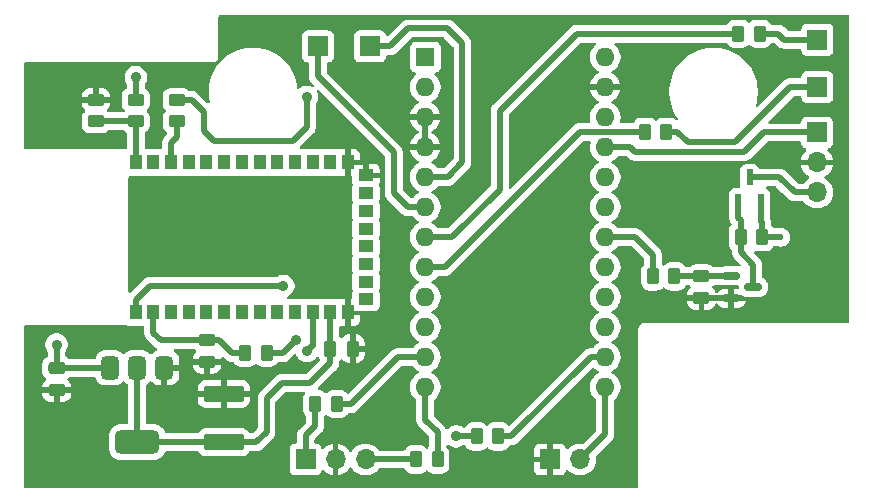
<source format=gbr>
%TF.GenerationSoftware,KiCad,Pcbnew,9.0.1*%
%TF.CreationDate,2025-05-26T15:55:46+03:00*%
%TF.ProjectId,KeyboardSecurity,4b657962-6f61-4726-9453-656375726974,rev?*%
%TF.SameCoordinates,Original*%
%TF.FileFunction,Copper,L1,Top*%
%TF.FilePolarity,Positive*%
%FSLAX46Y46*%
G04 Gerber Fmt 4.6, Leading zero omitted, Abs format (unit mm)*
G04 Created by KiCad (PCBNEW 9.0.1) date 2025-05-26 15:55:46*
%MOMM*%
%LPD*%
G01*
G04 APERTURE LIST*
G04 Aperture macros list*
%AMRoundRect*
0 Rectangle with rounded corners*
0 $1 Rounding radius*
0 $2 $3 $4 $5 $6 $7 $8 $9 X,Y pos of 4 corners*
0 Add a 4 corners polygon primitive as box body*
4,1,4,$2,$3,$4,$5,$6,$7,$8,$9,$2,$3,0*
0 Add four circle primitives for the rounded corners*
1,1,$1+$1,$2,$3*
1,1,$1+$1,$4,$5*
1,1,$1+$1,$6,$7*
1,1,$1+$1,$8,$9*
0 Add four rect primitives between the rounded corners*
20,1,$1+$1,$2,$3,$4,$5,0*
20,1,$1+$1,$4,$5,$6,$7,0*
20,1,$1+$1,$6,$7,$8,$9,0*
20,1,$1+$1,$8,$9,$2,$3,0*%
G04 Aperture macros list end*
%TA.AperFunction,SMDPad,CuDef*%
%ADD10RoundRect,0.250000X0.262500X0.450000X-0.262500X0.450000X-0.262500X-0.450000X0.262500X-0.450000X0*%
%TD*%
%TA.AperFunction,ComponentPad*%
%ADD11R,1.700000X1.700000*%
%TD*%
%TA.AperFunction,SMDPad,CuDef*%
%ADD12RoundRect,0.250000X0.450000X-0.262500X0.450000X0.262500X-0.450000X0.262500X-0.450000X-0.262500X0*%
%TD*%
%TA.AperFunction,SMDPad,CuDef*%
%ADD13RoundRect,0.249999X1.450001X-0.450001X1.450001X0.450001X-1.450001X0.450001X-1.450001X-0.450001X0*%
%TD*%
%TA.AperFunction,SMDPad,CuDef*%
%ADD14RoundRect,0.150000X-0.587500X-0.150000X0.587500X-0.150000X0.587500X0.150000X-0.587500X0.150000X0*%
%TD*%
%TA.AperFunction,SMDPad,CuDef*%
%ADD15RoundRect,0.250000X-0.475000X0.250000X-0.475000X-0.250000X0.475000X-0.250000X0.475000X0.250000X0*%
%TD*%
%TA.AperFunction,SMDPad,CuDef*%
%ADD16RoundRect,0.250000X-0.250000X-0.475000X0.250000X-0.475000X0.250000X0.475000X-0.250000X0.475000X0*%
%TD*%
%TA.AperFunction,ComponentPad*%
%ADD17R,1.600000X1.600000*%
%TD*%
%TA.AperFunction,ComponentPad*%
%ADD18O,1.600000X1.600000*%
%TD*%
%TA.AperFunction,SMDPad,CuDef*%
%ADD19RoundRect,0.073750X0.221250X-0.576250X0.221250X0.576250X-0.221250X0.576250X-0.221250X-0.576250X0*%
%TD*%
%TA.AperFunction,ComponentPad*%
%ADD20O,1.700000X1.700000*%
%TD*%
%TA.AperFunction,SMDPad,CuDef*%
%ADD21R,1.000000X1.300000*%
%TD*%
%TA.AperFunction,SMDPad,CuDef*%
%ADD22R,1.300000X1.000000*%
%TD*%
%TA.AperFunction,SMDPad,CuDef*%
%ADD23RoundRect,0.250000X-0.262500X-0.450000X0.262500X-0.450000X0.262500X0.450000X-0.262500X0.450000X0*%
%TD*%
%TA.AperFunction,SMDPad,CuDef*%
%ADD24RoundRect,0.375000X-0.375000X0.625000X-0.375000X-0.625000X0.375000X-0.625000X0.375000X0.625000X0*%
%TD*%
%TA.AperFunction,SMDPad,CuDef*%
%ADD25RoundRect,0.500000X-1.400000X0.500000X-1.400000X-0.500000X1.400000X-0.500000X1.400000X0.500000X0*%
%TD*%
%TA.AperFunction,SMDPad,CuDef*%
%ADD26RoundRect,0.250000X-0.450000X0.262500X-0.450000X-0.262500X0.450000X-0.262500X0.450000X0.262500X0*%
%TD*%
%TA.AperFunction,ViaPad*%
%ADD27C,0.600000*%
%TD*%
%TA.AperFunction,ViaPad*%
%ADD28C,0.900000*%
%TD*%
%TA.AperFunction,Conductor*%
%ADD29C,0.500000*%
%TD*%
G04 APERTURE END LIST*
D10*
%TO.P,R12,1*%
%TO.N,Net-(J5-Pin_1)*%
X131012500Y-79800000D03*
%TO.P,R12,2*%
%TO.N,Net-(U1-~D5)*%
X129187500Y-79800000D03*
%TD*%
%TO.P,R13,1*%
%TO.N,Net-(J4-Pin_1)*%
X138912500Y-71500000D03*
%TO.P,R13,2*%
%TO.N,Net-(U1-D4{slash}A6)*%
X137087500Y-71500000D03*
%TD*%
D11*
%TO.P,J5,1,Pin_1*%
%TO.N,Net-(J5-Pin_1)*%
X143794000Y-76000000D03*
%TD*%
%TO.P,J4,1,Pin_1*%
%TO.N,Net-(J4-Pin_1)*%
X143794000Y-72000000D03*
%TD*%
D12*
%TO.P,R11,1*%
%TO.N,Net-(U2-PIO[9])*%
X89547700Y-78915900D03*
%TO.P,R11,2*%
%TO.N,Net-(U1-D1{slash}TX)*%
X89547700Y-77090900D03*
%TD*%
D13*
%TO.P,C2,1*%
%TO.N,+3V3*%
X93522800Y-106088400D03*
%TO.P,C2,2*%
%TO.N,GND*%
X93522800Y-101988400D03*
%TD*%
D14*
%TO.P,Q2,1,B*%
%TO.N,Net-(Q2-B)*%
X136499600Y-92003800D03*
%TO.P,Q2,2,E*%
%TO.N,GND*%
X136499600Y-93903800D03*
%TO.P,Q2,3,C*%
%TO.N,Net-(Q2-C)*%
X138374600Y-92953800D03*
%TD*%
D15*
%TO.P,C1,1*%
%TO.N,VCC*%
X79400400Y-99786400D03*
%TO.P,C1,2*%
%TO.N,GND*%
X79400400Y-101686400D03*
%TD*%
D10*
%TO.P,R1,1*%
%TO.N,Net-(U1-D7)*%
X97153100Y-98526600D03*
%TO.P,R1,2*%
%TO.N,Net-(U2-UART-RX)*%
X95328100Y-98526600D03*
%TD*%
D16*
%TO.P,C3,1*%
%TO.N,+3V3*%
X102555000Y-98171000D03*
%TO.P,C3,2*%
%TO.N,GND*%
X104455000Y-98171000D03*
%TD*%
D17*
%TO.P,U1,1,D1/TX*%
%TO.N,Net-(U1-D1{slash}TX)*%
X110591600Y-73482200D03*
D18*
%TO.P,U1,2,D0/RX*%
%TO.N,Net-(U1-D0{slash}RX)*%
X110591600Y-76022200D03*
%TO.P,U1,3,GND*%
%TO.N,GND*%
X110591600Y-78562200D03*
%TO.P,U1,4,GND*%
X110591600Y-81102200D03*
%TO.P,U1,5,D2*%
%TO.N,Net-(J2-Pin_1)*%
X110591600Y-83642200D03*
%TO.P,U1,6,~D3*%
%TO.N,Net-(J3-Pin_1)*%
X110591600Y-86182200D03*
%TO.P,U1,7,D4/A6*%
%TO.N,Net-(U1-D4{slash}A6)*%
X110591600Y-88722200D03*
%TO.P,U1,8,~D5*%
%TO.N,Net-(U1-~D5)*%
X110591600Y-91262200D03*
%TO.P,U1,9,~D6/A7*%
%TO.N,Net-(U1-~D6{slash}A7)*%
X110591600Y-93802200D03*
%TO.P,U1,10,D7*%
%TO.N,Net-(U1-D7)*%
X110591600Y-96342200D03*
%TO.P,U1,11,D8/A8*%
%TO.N,Net-(U1-D8{slash}A8)*%
X110591600Y-98882200D03*
%TO.P,U1,12,~D9/A9*%
%TO.N,Net-(U1-~D9{slash}A9)*%
X110591600Y-101422200D03*
%TO.P,U1,13,~D10/A10*%
%TO.N,Net-(U1-~D10{slash}A10)*%
X125831600Y-101422200D03*
%TO.P,U1,14,D16*%
%TO.N,Net-(U1-D16)*%
X125831600Y-98882200D03*
%TO.P,U1,15,D14*%
%TO.N,unconnected-(U1-D14-Pad15)*%
X125831600Y-96342200D03*
%TO.P,U1,16,D15*%
%TO.N,unconnected-(U1-D15-Pad16)*%
X125831600Y-93802200D03*
%TO.P,U1,17,D18/A0*%
%TO.N,unconnected-(U1-D18{slash}A0-Pad17)*%
X125831600Y-91262200D03*
%TO.P,U1,18,D19/A1*%
%TO.N,Net-(U1-D19{slash}A1)*%
X125831600Y-88722200D03*
%TO.P,U1,19,D20/A2*%
%TO.N,unconnected-(U1-D20{slash}A2-Pad19)*%
X125831600Y-86182200D03*
%TO.P,U1,20,D21/A3*%
%TO.N,unconnected-(U1-D21{slash}A3-Pad20)*%
X125831600Y-83642200D03*
%TO.P,U1,21,VCC*%
%TO.N,VCC*%
X125831600Y-81102200D03*
%TO.P,U1,22,RST*%
%TO.N,unconnected-(U1-RST-Pad22)*%
X125831600Y-78562200D03*
%TO.P,U1,23,GND*%
%TO.N,GND*%
X125831600Y-76022200D03*
%TO.P,U1,24,RAW*%
%TO.N,unconnected-(U1-RAW-Pad24)*%
X125831600Y-73482200D03*
%TD*%
D19*
%TO.P,Q1,1*%
%TO.N,Net-(Q2-C)*%
X137099000Y-85708600D03*
%TO.P,Q1,2*%
%TO.N,VCC*%
X138999000Y-85708600D03*
%TO.P,Q1,3*%
%TO.N,VDD*%
X138049000Y-83658600D03*
%TD*%
D12*
%TO.P,R4,1*%
%TO.N,Net-(U2-PIO[11])*%
X86080600Y-78915900D03*
%TO.P,R4,2*%
%TO.N,Net-(U1-D0{slash}RX)*%
X86080600Y-77090900D03*
%TD*%
D11*
%TO.P,SW1,1,1*%
%TO.N,GND*%
X121153000Y-107543600D03*
D20*
%TO.P,SW1,2,2*%
%TO.N,Net-(U1-~D10{slash}A10)*%
X123693000Y-107543600D03*
%TD*%
D12*
%TO.P,R5,1*%
%TO.N,Net-(U2-PIO[11])*%
X82702400Y-78915900D03*
%TO.P,R5,2*%
%TO.N,GND*%
X82702400Y-77090900D03*
%TD*%
D21*
%TO.P,U2,1,UART-TX*%
%TO.N,Net-(U1-~D6{slash}A7)*%
X86069400Y-95097600D03*
%TO.P,U2,2,UART-RX*%
%TO.N,Net-(U2-UART-RX)*%
X87569400Y-95097600D03*
%TO.P,U2,3,~{UART}-CTS*%
%TO.N,unconnected-(U2-~{UART}-CTS-Pad3)*%
X89069400Y-95097600D03*
%TO.P,U2,4,~{UART}-RTS*%
%TO.N,unconnected-(U2-~{UART}-RTS-Pad4)*%
X90569400Y-95097600D03*
%TO.P,U2,5,PCM-CLK*%
%TO.N,unconnected-(U2-PCM-CLK-Pad5)*%
X92069400Y-95097600D03*
%TO.P,U2,6,PCM-OUT*%
%TO.N,unconnected-(U2-PCM-OUT-Pad6)*%
X93569400Y-95097600D03*
%TO.P,U2,7,PCM-IN*%
%TO.N,unconnected-(U2-PCM-IN-Pad7)*%
X95069400Y-95097600D03*
%TO.P,U2,8,PCN-SYNC*%
%TO.N,unconnected-(U2-PCN-SYNC-Pad8)*%
X96569400Y-95097600D03*
%TO.P,U2,9,AIO[0]*%
%TO.N,unconnected-(U2-AIO[0]-Pad9)*%
X98069400Y-95097600D03*
%TO.P,U2,10,AIO[1]*%
%TO.N,unconnected-(U2-AIO[1]-Pad10)*%
X99569400Y-95097600D03*
%TO.P,U2,11,~{RESETB}*%
%TO.N,Net-(U2-~{RESETB})*%
X101069400Y-95097600D03*
%TO.P,U2,12,3.3_VCC*%
%TO.N,+3V3*%
X102569400Y-95097600D03*
%TO.P,U2,13,GND*%
%TO.N,GND*%
X104069400Y-95097600D03*
D22*
%TO.P,U2,14*%
%TO.N,N/C*%
X105569400Y-93997600D03*
%TO.P,U2,15,USB_-*%
%TO.N,unconnected-(U2-USB_--Pad15)*%
X105569400Y-92497600D03*
%TO.P,U2,16,~{SPI_CSB}*%
%TO.N,unconnected-(U2-~{SPI_CSB}-Pad16)*%
X105569400Y-90997600D03*
%TO.P,U2,17,SPI_MOSI*%
%TO.N,unconnected-(U2-SPI_MOSI-Pad17)*%
X105569400Y-89497600D03*
%TO.P,U2,18,SPI_MISO*%
%TO.N,unconnected-(U2-SPI_MISO-Pad18)*%
X105569400Y-87997600D03*
%TO.P,U2,19,SPI_CLK*%
%TO.N,unconnected-(U2-SPI_CLK-Pad19)*%
X105569400Y-86497600D03*
%TO.P,U2,20,USB_+*%
%TO.N,unconnected-(U2-USB_+-Pad20)*%
X105569400Y-84997600D03*
%TO.P,U2,21,GND*%
%TO.N,GND*%
X105569400Y-83497600D03*
D21*
%TO.P,U2,22,GND*%
X104069400Y-82397600D03*
%TO.P,U2,23,PIO[0]*%
%TO.N,unconnected-(U2-PIO[0]-Pad23)*%
X102569400Y-82397600D03*
%TO.P,U2,24,PIO[1]*%
%TO.N,unconnected-(U2-PIO[1]-Pad24)*%
X101069400Y-82397600D03*
%TO.P,U2,25,PIO[2]*%
%TO.N,unconnected-(U2-PIO[2]-Pad25)*%
X99569400Y-82397600D03*
%TO.P,U2,26,PIO[3]*%
%TO.N,unconnected-(U2-PIO[3]-Pad26)*%
X98069400Y-82397600D03*
%TO.P,U2,27,PIO[4]*%
%TO.N,unconnected-(U2-PIO[4]-Pad27)*%
X96569400Y-82397600D03*
%TO.P,U2,28,PIO[5]*%
%TO.N,unconnected-(U2-PIO[5]-Pad28)*%
X95069400Y-82397600D03*
%TO.P,U2,29,PIO[6]*%
%TO.N,unconnected-(U2-PIO[6]-Pad29)*%
X93569400Y-82397600D03*
%TO.P,U2,30,PIO[7]*%
%TO.N,unconnected-(U2-PIO[7]-Pad30)*%
X92069400Y-82397600D03*
%TO.P,U2,31,PIO[8]*%
%TO.N,unconnected-(U2-PIO[8]-Pad31)*%
X90569400Y-82397600D03*
%TO.P,U2,32,PIO[9]*%
%TO.N,Net-(U2-PIO[9])*%
X89069400Y-82397600D03*
%TO.P,U2,33,PIO[10]*%
%TO.N,unconnected-(U2-PIO[10]-Pad33)*%
X87569400Y-82397600D03*
%TO.P,U2,34,PIO[11]*%
%TO.N,Net-(U2-PIO[11])*%
X86069400Y-82397600D03*
%TD*%
D10*
%TO.P,R8,1*%
%TO.N,VCC*%
X139113900Y-88722200D03*
%TO.P,R8,2*%
%TO.N,Net-(Q2-C)*%
X137288900Y-88722200D03*
%TD*%
D11*
%TO.P,D1,1,A1*%
%TO.N,Net-(D1-A1)*%
X100457000Y-107543600D03*
D20*
%TO.P,D1,2,K*%
%TO.N,GND*%
X102997000Y-107543600D03*
%TO.P,D1,3,A2*%
%TO.N,Net-(D1-A2)*%
X105537000Y-107543600D03*
%TD*%
D23*
%TO.P,R10,1*%
%TO.N,Net-(U1-D19{slash}A1)*%
X129867500Y-92039400D03*
%TO.P,R10,2*%
%TO.N,Net-(Q2-B)*%
X131692500Y-92039400D03*
%TD*%
D24*
%TO.P,U3,1,GND*%
%TO.N,GND*%
X88507600Y-99770800D03*
%TO.P,U3,2,VO*%
%TO.N,+3V3*%
X86207600Y-99770800D03*
D25*
X86207600Y-106070800D03*
D24*
%TO.P,U3,3,VI*%
%TO.N,VCC*%
X83907600Y-99770800D03*
%TD*%
D23*
%TO.P,R6,1*%
%TO.N,Net-(D1-A1)*%
X101271700Y-102844600D03*
%TO.P,R6,2*%
%TO.N,Net-(U1-D8{slash}A8)*%
X103096700Y-102844600D03*
%TD*%
D26*
%TO.P,R9,1*%
%TO.N,Net-(Q2-B)*%
X133980400Y-92039400D03*
%TO.P,R9,2*%
%TO.N,GND*%
X133980400Y-93864400D03*
%TD*%
D10*
%TO.P,R3,1*%
%TO.N,Net-(U1-D16)*%
X116761900Y-105587800D03*
%TO.P,R3,2*%
%TO.N,Net-(U2-~{RESETB})*%
X114936900Y-105587800D03*
%TD*%
D12*
%TO.P,R2,1*%
%TO.N,GND*%
X92125800Y-99261300D03*
%TO.P,R2,2*%
%TO.N,Net-(U2-UART-RX)*%
X92125800Y-97436300D03*
%TD*%
D23*
%TO.P,R7,1*%
%TO.N,Net-(D1-A2)*%
X109806100Y-107543600D03*
%TO.P,R7,2*%
%TO.N,Net-(U1-~D9{slash}A9)*%
X111631100Y-107543600D03*
%TD*%
D11*
%TO.P,J2,1,Pin_1*%
%TO.N,Net-(J2-Pin_1)*%
X105918000Y-72567800D03*
%TD*%
%TO.P,J3,1,Pin_1*%
%TO.N,Net-(J3-Pin_1)*%
X101498400Y-72567800D03*
%TD*%
%TO.P,J1,1,Pin_1*%
%TO.N,VCC*%
X143764000Y-79857600D03*
D20*
%TO.P,J1,2,Pin_2*%
%TO.N,GND*%
X143764000Y-82397600D03*
%TO.P,J1,3,Pin_3*%
%TO.N,VDD*%
X143764000Y-84937600D03*
%TD*%
D27*
%TO.N,GND*%
X115200000Y-76100000D03*
X113665000Y-92303600D03*
X90297000Y-101371400D03*
X121437400Y-85979000D03*
X144145000Y-93776800D03*
X96266000Y-100660200D03*
X96570800Y-108254800D03*
X121843800Y-75717400D03*
X128981200Y-95072200D03*
X108254800Y-108839000D03*
X113893600Y-70408800D03*
X78841600Y-106248200D03*
X133934200Y-87249000D03*
X98094800Y-71424800D03*
X88671400Y-90551000D03*
X94030800Y-85877400D03*
X91084400Y-75107800D03*
X77724000Y-80289400D03*
X117348000Y-108610400D03*
X127177800Y-108051600D03*
X98577400Y-89941400D03*
X108153200Y-101879400D03*
X129286000Y-84683600D03*
X94030800Y-72009000D03*
X113893600Y-85877400D03*
X83058000Y-108813600D03*
X118846600Y-79781400D03*
X82245200Y-97256600D03*
X119532400Y-98755200D03*
X123139200Y-103759000D03*
X98882200Y-103276400D03*
X113157000Y-100558600D03*
X103657400Y-100965000D03*
X77444600Y-97586800D03*
X103000000Y-78900000D03*
X109270800Y-105511600D03*
X102184200Y-85877400D03*
X120142000Y-92354400D03*
X129209800Y-72669400D03*
X131800000Y-70500000D03*
X89916000Y-108585000D03*
X122700000Y-70376911D03*
X87985600Y-85547200D03*
X82727800Y-75107800D03*
X106400600Y-97993200D03*
X78917800Y-76682600D03*
%TO.N,VCC*%
X140665200Y-88722200D03*
D28*
X79375000Y-97815400D03*
%TO.N,Net-(U1-D7)*%
X99618800Y-97459800D03*
%TO.N,Net-(U1-~D6{slash}A7)*%
X98577400Y-92837000D03*
%TO.N,Net-(U2-~{RESETB})*%
X113207800Y-105587800D03*
X100584000Y-98374200D03*
%TO.N,Net-(U1-D0{slash}RX)*%
X86080600Y-75184000D03*
%TO.N,Net-(U1-D1{slash}TX)*%
X100558600Y-76835000D03*
%TD*%
D29*
%TO.N,Net-(J5-Pin_1)*%
X131012500Y-79800000D02*
X131900000Y-79800000D01*
X131900000Y-79800000D02*
X132800000Y-80700000D01*
X136800000Y-80700000D02*
X141500000Y-76000000D01*
X132800000Y-80700000D02*
X136800000Y-80700000D01*
X141500000Y-76000000D02*
X143794000Y-76000000D01*
%TO.N,VCC*%
X143764000Y-79857600D02*
X139242400Y-79857600D01*
X139242400Y-79857600D02*
X137600000Y-81500000D01*
X137600000Y-81500000D02*
X128364700Y-81500000D01*
X128364700Y-81500000D02*
X127966900Y-81102200D01*
X127966900Y-81102200D02*
X125831600Y-81102200D01*
%TO.N,Net-(U1-D4{slash}A6)*%
X110591600Y-88722200D02*
X112877800Y-88722200D01*
X112877800Y-88722200D02*
X116900000Y-84700000D01*
X116900000Y-84700000D02*
X116900000Y-78000000D01*
X116900000Y-78000000D02*
X123400000Y-71500000D01*
X123400000Y-71500000D02*
X137087500Y-71500000D01*
%TO.N,Net-(U1-D1{slash}TX)*%
X99364800Y-80619600D02*
X100558600Y-79425800D01*
X100558600Y-79425800D02*
X100558600Y-76835000D01*
%TO.N,Net-(J3-Pin_1)*%
X110591600Y-86182200D02*
X109118400Y-86182200D01*
X109118400Y-86182200D02*
X107924600Y-84988400D01*
X101498400Y-75098400D02*
X101498400Y-72567800D01*
X107924600Y-84988400D02*
X107924600Y-81524600D01*
X107924600Y-81524600D02*
X101498400Y-75098400D01*
%TO.N,Net-(U1-~D5)*%
X123700000Y-79800000D02*
X123713200Y-79813200D01*
X123713200Y-79813200D02*
X129174300Y-79813200D01*
X129174300Y-79813200D02*
X129187500Y-79800000D01*
X123700000Y-79800000D02*
X112237800Y-91262200D01*
X112237800Y-91262200D02*
X110591600Y-91262200D01*
%TO.N,Net-(J4-Pin_1)*%
X141000000Y-72000000D02*
X140500000Y-71500000D01*
X143794000Y-72000000D02*
X141000000Y-72000000D01*
X140500000Y-71500000D02*
X138912500Y-71500000D01*
%TO.N,Net-(Q2-C)*%
X138374600Y-92953800D02*
X138374600Y-91054400D01*
X137099000Y-87111800D02*
X137288900Y-87301700D01*
X137099000Y-85708600D02*
X137099000Y-87111800D01*
X137288900Y-87301700D02*
X137288900Y-88722200D01*
X138374600Y-91054400D02*
X137288900Y-89968700D01*
X137288900Y-89968700D02*
X137288900Y-88722200D01*
%TO.N,Net-(Q2-B)*%
X131692500Y-92039400D02*
X136464000Y-92039400D01*
X136464000Y-92039400D02*
X136499600Y-92003800D01*
%TO.N,Net-(U1-D8{slash}A8)*%
X108280200Y-98882200D02*
X104317800Y-102844600D01*
X104317800Y-102844600D02*
X103096700Y-102844600D01*
X110591600Y-98882200D02*
X108280200Y-98882200D01*
%TO.N,VCC*%
X79400400Y-99786400D02*
X83892000Y-99786400D01*
X139113900Y-88722200D02*
X140665200Y-88722200D01*
X79375000Y-97815400D02*
X79375000Y-99761000D01*
X138999000Y-87386200D02*
X138999000Y-85708600D01*
X139113900Y-87501100D02*
X138999000Y-87386200D01*
X83892000Y-99786400D02*
X83907600Y-99770800D01*
X139113900Y-88722200D02*
X139113900Y-87501100D01*
X79375000Y-99761000D02*
X79400400Y-99786400D01*
%TO.N,Net-(U1-~D9{slash}A9)*%
X111631100Y-107543600D02*
X111631100Y-105234100D01*
X111631100Y-105234100D02*
X110591600Y-104194600D01*
X110591600Y-104194600D02*
X110591600Y-101422200D01*
%TO.N,Net-(U1-D16)*%
X125831600Y-98882200D02*
X124587000Y-98882200D01*
X124587000Y-98882200D02*
X117881400Y-105587800D01*
X117881400Y-105587800D02*
X116761900Y-105587800D01*
%TO.N,Net-(U1-~D10{slash}A10)*%
X125831600Y-101422200D02*
X125831600Y-105405000D01*
X125831600Y-105405000D02*
X123693000Y-107543600D01*
%TO.N,Net-(U1-D7)*%
X99618800Y-97459800D02*
X98552000Y-98526600D01*
X98552000Y-98526600D02*
X97153100Y-98526600D01*
%TO.N,Net-(U1-~D6{slash}A7)*%
X98577400Y-92837000D02*
X87274400Y-92837000D01*
X86069400Y-95097600D02*
X86069400Y-94042000D01*
X86069400Y-94042000D02*
X87274400Y-92837000D01*
%TO.N,Net-(U2-PIO[11])*%
X86080600Y-78915900D02*
X82702400Y-78915900D01*
X86080600Y-78915900D02*
X86080600Y-82386400D01*
X86080600Y-82386400D02*
X86069400Y-82397600D01*
%TO.N,Net-(U2-~{RESETB})*%
X101069400Y-95097600D02*
X101069400Y-97914200D01*
X114936900Y-105587800D02*
X113207800Y-105587800D01*
X101069400Y-97914200D02*
X101044000Y-97914200D01*
X101044000Y-97914200D02*
X100584000Y-98374200D01*
%TO.N,Net-(U2-UART-RX)*%
X94234000Y-98526600D02*
X95328100Y-98526600D01*
X92125800Y-97436300D02*
X88190700Y-97436300D01*
X93143700Y-97436300D02*
X94234000Y-98526600D01*
X88190700Y-97436300D02*
X87569400Y-96815000D01*
X87569400Y-96815000D02*
X87569400Y-95097600D01*
X92125800Y-97436300D02*
X93143700Y-97436300D01*
%TO.N,+3V3*%
X102504200Y-99400400D02*
X100863400Y-101041200D01*
X102569400Y-98156600D02*
X102555000Y-98171000D01*
X97155000Y-105206800D02*
X97155000Y-104114600D01*
X102555000Y-98171000D02*
X102555000Y-99400400D01*
X98450400Y-101041200D02*
X97155000Y-102336600D01*
X93522800Y-106088400D02*
X96273400Y-106088400D01*
X100863400Y-101041200D02*
X98450400Y-101041200D01*
X102569400Y-95097600D02*
X102569400Y-98156600D01*
X86207600Y-106070800D02*
X86207600Y-99770800D01*
X97155000Y-102336600D02*
X97155000Y-104114600D01*
X96273400Y-106088400D02*
X97155000Y-105206800D01*
X102555000Y-99400400D02*
X102504200Y-99400400D01*
X86225200Y-106088400D02*
X86207600Y-106070800D01*
X93522800Y-106088400D02*
X86225200Y-106088400D01*
%TO.N,Net-(U2-PIO[9])*%
X89069400Y-80729600D02*
X89547700Y-80251300D01*
X89547700Y-80251300D02*
X89547700Y-78915900D01*
X89069400Y-82397600D02*
X89069400Y-80729600D01*
%TO.N,Net-(D1-A2)*%
X105537000Y-107543600D02*
X109806100Y-107543600D01*
%TO.N,Net-(D1-A1)*%
X101271700Y-102844600D02*
X101271700Y-104696900D01*
X101271700Y-104696900D02*
X100457000Y-105511600D01*
X100457000Y-105511600D02*
X100457000Y-107543600D01*
%TO.N,VDD*%
X138049000Y-83658600D02*
X140580000Y-83658600D01*
X140580000Y-83658600D02*
X141859000Y-84937600D01*
X141859000Y-84937600D02*
X143764000Y-84937600D01*
%TO.N,Net-(J2-Pin_1)*%
X107645200Y-72567800D02*
X105918000Y-72567800D01*
X112471200Y-71043800D02*
X109169200Y-71043800D01*
X113741200Y-72313800D02*
X112471200Y-71043800D01*
X110591600Y-83642200D02*
X112496600Y-83642200D01*
X112496600Y-83642200D02*
X113741200Y-82397600D01*
X109169200Y-71043800D02*
X107645200Y-72567800D01*
X113741200Y-82397600D02*
X113741200Y-72313800D01*
%TO.N,Net-(U1-D19{slash}A1)*%
X129867500Y-90218100D02*
X129867500Y-92039400D01*
X125831600Y-88722200D02*
X128371600Y-88722200D01*
X128371600Y-88722200D02*
X129867500Y-90218100D01*
%TO.N,Net-(U1-D0{slash}RX)*%
X86080600Y-75184000D02*
X86080600Y-77090900D01*
%TO.N,Net-(U1-D1{slash}TX)*%
X89547700Y-77090900D02*
X90806900Y-77090900D01*
X92710000Y-80619600D02*
X99364800Y-80619600D01*
X91846400Y-79756000D02*
X92710000Y-80619600D01*
X91846400Y-78130400D02*
X91846400Y-79756000D01*
X90806900Y-77090900D02*
X91846400Y-78130400D01*
%TD*%
%TA.AperFunction,Conductor*%
%TO.N,GND*%
G36*
X146442539Y-69938385D02*
G01*
X146488294Y-69991189D01*
X146499500Y-70042700D01*
X146499500Y-95870100D01*
X146479815Y-95937139D01*
X146427011Y-95982894D01*
X146375500Y-95994100D01*
X129077908Y-95994100D01*
X128950612Y-96028208D01*
X128836486Y-96094100D01*
X128836483Y-96094102D01*
X128743302Y-96187283D01*
X128743300Y-96187286D01*
X128677408Y-96301412D01*
X128643300Y-96428708D01*
X128643300Y-109840100D01*
X128623615Y-109907139D01*
X128570811Y-109952894D01*
X128519300Y-109964100D01*
X76722603Y-109964100D01*
X76655564Y-109944415D01*
X76609809Y-109891611D01*
X76598603Y-109840100D01*
X76598603Y-101986386D01*
X78175401Y-101986386D01*
X78185894Y-102089097D01*
X78241041Y-102255519D01*
X78241043Y-102255524D01*
X78333084Y-102404745D01*
X78457054Y-102528715D01*
X78606275Y-102620756D01*
X78606280Y-102620758D01*
X78772702Y-102675905D01*
X78772709Y-102675906D01*
X78875419Y-102686399D01*
X79150399Y-102686399D01*
X79650400Y-102686399D01*
X79925372Y-102686399D01*
X79925386Y-102686398D01*
X80028097Y-102675905D01*
X80194519Y-102620758D01*
X80194524Y-102620756D01*
X80343745Y-102528715D01*
X80467715Y-102404745D01*
X80559756Y-102255524D01*
X80559758Y-102255519D01*
X80614905Y-102089097D01*
X80614906Y-102089090D01*
X80625399Y-101986386D01*
X80625400Y-101986373D01*
X80625400Y-101936400D01*
X79650400Y-101936400D01*
X79650400Y-102686399D01*
X79150399Y-102686399D01*
X79150400Y-102686398D01*
X79150400Y-101936400D01*
X78175401Y-101936400D01*
X78175401Y-101986386D01*
X76598603Y-101986386D01*
X76598603Y-96313800D01*
X76618288Y-96246761D01*
X76671092Y-96201006D01*
X76722603Y-96189800D01*
X85300417Y-96189800D01*
X85343750Y-96197618D01*
X85461917Y-96241691D01*
X85461916Y-96241691D01*
X85468844Y-96242435D01*
X85521527Y-96248100D01*
X86617272Y-96248099D01*
X86676511Y-96241731D01*
X86681647Y-96241179D01*
X86750406Y-96253586D01*
X86801543Y-96301197D01*
X86818900Y-96364468D01*
X86818900Y-96888918D01*
X86818900Y-96888920D01*
X86818899Y-96888920D01*
X86847740Y-97033907D01*
X86847743Y-97033917D01*
X86904313Y-97170490D01*
X86904314Y-97170491D01*
X86904316Y-97170495D01*
X86912374Y-97182554D01*
X86929438Y-97208092D01*
X86929439Y-97208094D01*
X86986449Y-97293417D01*
X87712284Y-98019252D01*
X87712290Y-98019257D01*
X87747263Y-98042624D01*
X87747264Y-98042624D01*
X87747454Y-98042751D01*
X87835205Y-98101384D01*
X87836145Y-98101773D01*
X87841984Y-98105659D01*
X87860747Y-98128026D01*
X87881576Y-98148482D01*
X87882936Y-98154477D01*
X87886888Y-98159187D01*
X87890580Y-98188146D01*
X87897044Y-98216619D01*
X87894947Y-98222398D01*
X87895725Y-98228496D01*
X87883175Y-98254853D01*
X87873219Y-98282301D01*
X87868030Y-98286660D01*
X87865688Y-98291580D01*
X87852272Y-98299901D01*
X87828380Y-98319977D01*
X87658574Y-98404192D01*
X87510235Y-98523431D01*
X87454567Y-98592685D01*
X87397224Y-98632603D01*
X87327401Y-98635183D01*
X87267269Y-98599604D01*
X87261273Y-98592684D01*
X87205322Y-98523078D01*
X87205321Y-98523077D01*
X87056895Y-98403769D01*
X87056892Y-98403767D01*
X86886297Y-98319160D01*
X86701492Y-98273200D01*
X86680106Y-98271750D01*
X86658723Y-98270300D01*
X86658720Y-98270300D01*
X85756477Y-98270300D01*
X85756474Y-98270301D01*
X85713713Y-98273199D01*
X85713712Y-98273199D01*
X85528903Y-98319160D01*
X85358307Y-98403767D01*
X85358304Y-98403769D01*
X85209878Y-98523077D01*
X85209877Y-98523078D01*
X85154247Y-98592286D01*
X85096904Y-98632205D01*
X85027082Y-98634785D01*
X84966949Y-98599206D01*
X84960953Y-98592286D01*
X84905322Y-98523078D01*
X84905321Y-98523077D01*
X84756895Y-98403769D01*
X84756892Y-98403767D01*
X84586297Y-98319160D01*
X84401492Y-98273200D01*
X84380106Y-98271750D01*
X84358723Y-98270300D01*
X84358720Y-98270300D01*
X83456477Y-98270300D01*
X83456474Y-98270301D01*
X83413713Y-98273199D01*
X83413712Y-98273199D01*
X83228903Y-98319160D01*
X83058307Y-98403767D01*
X83058304Y-98403769D01*
X82909878Y-98523077D01*
X82909877Y-98523078D01*
X82790569Y-98671504D01*
X82790567Y-98671507D01*
X82705960Y-98842103D01*
X82705959Y-98842106D01*
X82705959Y-98842107D01*
X82695189Y-98885416D01*
X82681160Y-98941826D01*
X82645877Y-99002134D01*
X82583592Y-99033792D01*
X82560825Y-99035900D01*
X80487630Y-99035900D01*
X80420591Y-99016215D01*
X80399949Y-98999581D01*
X80344057Y-98943689D01*
X80344056Y-98943688D01*
X80194734Y-98851586D01*
X80194732Y-98851585D01*
X80188587Y-98847795D01*
X80189626Y-98846110D01*
X80144656Y-98806515D01*
X80125500Y-98740305D01*
X80125500Y-98440667D01*
X80145185Y-98373628D01*
X80146398Y-98371776D01*
X80181555Y-98319160D01*
X80217322Y-98265631D01*
X80288973Y-98092651D01*
X80325500Y-97909016D01*
X80325500Y-97721784D01*
X80288973Y-97538149D01*
X80217322Y-97365169D01*
X80217321Y-97365168D01*
X80217318Y-97365162D01*
X80113302Y-97209492D01*
X80113299Y-97209488D01*
X79980911Y-97077100D01*
X79980907Y-97077097D01*
X79825237Y-96973081D01*
X79825228Y-96973076D01*
X79652251Y-96901427D01*
X79652243Y-96901425D01*
X79468620Y-96864900D01*
X79468616Y-96864900D01*
X79281384Y-96864900D01*
X79281379Y-96864900D01*
X79097756Y-96901425D01*
X79097748Y-96901427D01*
X78924771Y-96973076D01*
X78924762Y-96973081D01*
X78769092Y-97077097D01*
X78769088Y-97077100D01*
X78636700Y-97209488D01*
X78636697Y-97209492D01*
X78532681Y-97365162D01*
X78532676Y-97365171D01*
X78461027Y-97538148D01*
X78461025Y-97538156D01*
X78424500Y-97721779D01*
X78424500Y-97909020D01*
X78461025Y-98092643D01*
X78461027Y-98092651D01*
X78532676Y-98265628D01*
X78532681Y-98265636D01*
X78603602Y-98371776D01*
X78624480Y-98438453D01*
X78624500Y-98440667D01*
X78624500Y-98771008D01*
X78604815Y-98838047D01*
X78565597Y-98876546D01*
X78456747Y-98943685D01*
X78456743Y-98943688D01*
X78332689Y-99067742D01*
X78240587Y-99217063D01*
X78240585Y-99217068D01*
X78220693Y-99277100D01*
X78185401Y-99383603D01*
X78185401Y-99383604D01*
X78185400Y-99383604D01*
X78174900Y-99486383D01*
X78174900Y-100086401D01*
X78174901Y-100086419D01*
X78185400Y-100189196D01*
X78185401Y-100189199D01*
X78240585Y-100355731D01*
X78240587Y-100355736D01*
X78253159Y-100376119D01*
X78332688Y-100505056D01*
X78456744Y-100629112D01*
X78459761Y-100630973D01*
X78460053Y-100631153D01*
X78461845Y-100633146D01*
X78462411Y-100633593D01*
X78462334Y-100633689D01*
X78506779Y-100683099D01*
X78518003Y-100752061D01*
X78490161Y-100816144D01*
X78460065Y-100842226D01*
X78457060Y-100844079D01*
X78457055Y-100844083D01*
X78333084Y-100968054D01*
X78241043Y-101117275D01*
X78241041Y-101117280D01*
X78185894Y-101283702D01*
X78185893Y-101283709D01*
X78175400Y-101386413D01*
X78175400Y-101436400D01*
X80625399Y-101436400D01*
X80625399Y-101386428D01*
X80625398Y-101386413D01*
X80614905Y-101283702D01*
X80559758Y-101117280D01*
X80559756Y-101117275D01*
X80467715Y-100968054D01*
X80343744Y-100844083D01*
X80343741Y-100844081D01*
X80340739Y-100842229D01*
X80339113Y-100840421D01*
X80338077Y-100839602D01*
X80338217Y-100839424D01*
X80294017Y-100790280D01*
X80282797Y-100721317D01*
X80310643Y-100657236D01*
X80321557Y-100645741D01*
X80330436Y-100637512D01*
X80344056Y-100629112D01*
X80401614Y-100571553D01*
X80403347Y-100569948D01*
X80432597Y-100555391D01*
X80461272Y-100539734D01*
X80464828Y-100539351D01*
X80465899Y-100538819D01*
X80467819Y-100539030D01*
X80487630Y-100536900D01*
X82568584Y-100536900D01*
X82635623Y-100556585D01*
X82681378Y-100609389D01*
X82688918Y-100630973D01*
X82705957Y-100699487D01*
X82705960Y-100699495D01*
X82790567Y-100870092D01*
X82790569Y-100870095D01*
X82909877Y-101018521D01*
X82909878Y-101018522D01*
X83058304Y-101137830D01*
X83058307Y-101137832D01*
X83228902Y-101222439D01*
X83228903Y-101222439D01*
X83228907Y-101222441D01*
X83413711Y-101268400D01*
X83456477Y-101271300D01*
X84358722Y-101271299D01*
X84401489Y-101268400D01*
X84586293Y-101222441D01*
X84756896Y-101137830D01*
X84905322Y-101018522D01*
X84960953Y-100949314D01*
X85018296Y-100909395D01*
X85088118Y-100906815D01*
X85148251Y-100942394D01*
X85154247Y-100949314D01*
X85209877Y-101018521D01*
X85209878Y-101018522D01*
X85358304Y-101137830D01*
X85388194Y-101152654D01*
X85439507Y-101200075D01*
X85457100Y-101263742D01*
X85457100Y-104446300D01*
X85437415Y-104513339D01*
X85384611Y-104559094D01*
X85333100Y-104570300D01*
X84749571Y-104570300D01*
X84749565Y-104570300D01*
X84749564Y-104570301D01*
X84737916Y-104571336D01*
X84630184Y-104580913D01*
X84434554Y-104636889D01*
X84360188Y-104675735D01*
X84254193Y-104731102D01*
X84254191Y-104731103D01*
X84254190Y-104731104D01*
X84096490Y-104859690D01*
X83967904Y-105017390D01*
X83967902Y-105017393D01*
X83949621Y-105052390D01*
X83873689Y-105197754D01*
X83817714Y-105393383D01*
X83817713Y-105393386D01*
X83807100Y-105512766D01*
X83807100Y-106628828D01*
X83807101Y-106628834D01*
X83817713Y-106748215D01*
X83873689Y-106943845D01*
X83873690Y-106943848D01*
X83873691Y-106943849D01*
X83967902Y-107124207D01*
X83983634Y-107143501D01*
X84096490Y-107281909D01*
X84180742Y-107350607D01*
X84254193Y-107410498D01*
X84434551Y-107504709D01*
X84630182Y-107560686D01*
X84749563Y-107571300D01*
X87665636Y-107571299D01*
X87785018Y-107560686D01*
X87980649Y-107504709D01*
X88161007Y-107410498D01*
X88318709Y-107281909D01*
X88447298Y-107124207D01*
X88541509Y-106943849D01*
X88542381Y-106940800D01*
X88545820Y-106928785D01*
X88583189Y-106869748D01*
X88646543Y-106840287D01*
X88665035Y-106838900D01*
X91307162Y-106838900D01*
X91374201Y-106858585D01*
X91412698Y-106897800D01*
X91480088Y-107007056D01*
X91604144Y-107131112D01*
X91753465Y-107223214D01*
X91920002Y-107278399D01*
X92022790Y-107288900D01*
X92022795Y-107288900D01*
X95022805Y-107288900D01*
X95022810Y-107288900D01*
X95125598Y-107278399D01*
X95292135Y-107223214D01*
X95441456Y-107131112D01*
X95565512Y-107007056D01*
X95632900Y-106897801D01*
X95684847Y-106851079D01*
X95738438Y-106838900D01*
X96347320Y-106838900D01*
X96444862Y-106819496D01*
X96492313Y-106810058D01*
X96628895Y-106753484D01*
X96678129Y-106720586D01*
X96682265Y-106717823D01*
X96702471Y-106704321D01*
X96751816Y-106671352D01*
X97737952Y-105685215D01*
X97769788Y-105637567D01*
X97801843Y-105589595D01*
X97814954Y-105569972D01*
X97820084Y-105562295D01*
X97843630Y-105505449D01*
X97876659Y-105425712D01*
X97905500Y-105280717D01*
X97905500Y-105132882D01*
X97905500Y-104040682D01*
X97905500Y-102698829D01*
X97925185Y-102631790D01*
X97941819Y-102611148D01*
X98724948Y-101828019D01*
X98786271Y-101794534D01*
X98812629Y-101791700D01*
X100277116Y-101791700D01*
X100344155Y-101811385D01*
X100389910Y-101864189D01*
X100399854Y-101933347D01*
X100382655Y-101980796D01*
X100324389Y-102075259D01*
X100324386Y-102075266D01*
X100269201Y-102241803D01*
X100269201Y-102241804D01*
X100269200Y-102241804D01*
X100258700Y-102344583D01*
X100258700Y-103344601D01*
X100258701Y-103344619D01*
X100269200Y-103447396D01*
X100269201Y-103447399D01*
X100324385Y-103613931D01*
X100324387Y-103613936D01*
X100416489Y-103763257D01*
X100484881Y-103831649D01*
X100518366Y-103892972D01*
X100521200Y-103919330D01*
X100521200Y-104334670D01*
X100501515Y-104401709D01*
X100484881Y-104422351D01*
X99874047Y-105033184D01*
X99874045Y-105033186D01*
X99837564Y-105087788D01*
X99837562Y-105087791D01*
X99791919Y-105156099D01*
X99791912Y-105156111D01*
X99735343Y-105292682D01*
X99735340Y-105292692D01*
X99706500Y-105437679D01*
X99706500Y-106069100D01*
X99686815Y-106136139D01*
X99634011Y-106181894D01*
X99582505Y-106193100D01*
X99559132Y-106193100D01*
X99559123Y-106193101D01*
X99499516Y-106199508D01*
X99364671Y-106249802D01*
X99364664Y-106249806D01*
X99249455Y-106336052D01*
X99249452Y-106336055D01*
X99163206Y-106451264D01*
X99163202Y-106451271D01*
X99112908Y-106586117D01*
X99106501Y-106645716D01*
X99106500Y-106645735D01*
X99106500Y-108441470D01*
X99106501Y-108441476D01*
X99112908Y-108501083D01*
X99163202Y-108635928D01*
X99163206Y-108635935D01*
X99249452Y-108751144D01*
X99249455Y-108751147D01*
X99364664Y-108837393D01*
X99364671Y-108837397D01*
X99499517Y-108887691D01*
X99499516Y-108887691D01*
X99506444Y-108888435D01*
X99559127Y-108894100D01*
X101354872Y-108894099D01*
X101414483Y-108887691D01*
X101549331Y-108837396D01*
X101664546Y-108751146D01*
X101750796Y-108635931D01*
X101750888Y-108635686D01*
X101800002Y-108504002D01*
X101841872Y-108448068D01*
X101907337Y-108423650D01*
X101975610Y-108438501D01*
X102003865Y-108459653D01*
X102117535Y-108573323D01*
X102117540Y-108573327D01*
X102289442Y-108698220D01*
X102478782Y-108794695D01*
X102680871Y-108860357D01*
X102747000Y-108870831D01*
X102747000Y-107976612D01*
X102804007Y-108009525D01*
X102931174Y-108043600D01*
X103062826Y-108043600D01*
X103189993Y-108009525D01*
X103247000Y-107976612D01*
X103247000Y-108870830D01*
X103313126Y-108860357D01*
X103313129Y-108860357D01*
X103515217Y-108794695D01*
X103704557Y-108698220D01*
X103876459Y-108573327D01*
X103876464Y-108573323D01*
X104026723Y-108423064D01*
X104026727Y-108423059D01*
X104151620Y-108251158D01*
X104156232Y-108242107D01*
X104204205Y-108191309D01*
X104272025Y-108174512D01*
X104338161Y-108197047D01*
X104377204Y-108242104D01*
X104381949Y-108251417D01*
X104506890Y-108423386D01*
X104657213Y-108573709D01*
X104829179Y-108698648D01*
X104829181Y-108698649D01*
X104829184Y-108698651D01*
X105018588Y-108795157D01*
X105220757Y-108860846D01*
X105430713Y-108894100D01*
X105430714Y-108894100D01*
X105643286Y-108894100D01*
X105643287Y-108894100D01*
X105853243Y-108860846D01*
X106055412Y-108795157D01*
X106244816Y-108698651D01*
X106331138Y-108635935D01*
X106416786Y-108573709D01*
X106416788Y-108573706D01*
X106416792Y-108573704D01*
X106567104Y-108423392D01*
X106567346Y-108423059D01*
X106623903Y-108345215D01*
X106679233Y-108302549D01*
X106724221Y-108294100D01*
X108777962Y-108294100D01*
X108845001Y-108313785D01*
X108883499Y-108353001D01*
X108950888Y-108462256D01*
X109074944Y-108586312D01*
X109224266Y-108678414D01*
X109390803Y-108733599D01*
X109493591Y-108744100D01*
X110118608Y-108744099D01*
X110118616Y-108744098D01*
X110118619Y-108744098D01*
X110174902Y-108738348D01*
X110221397Y-108733599D01*
X110387934Y-108678414D01*
X110537256Y-108586312D01*
X110630919Y-108492649D01*
X110692242Y-108459164D01*
X110761934Y-108464148D01*
X110806281Y-108492649D01*
X110899944Y-108586312D01*
X111049266Y-108678414D01*
X111215803Y-108733599D01*
X111318591Y-108744100D01*
X111943608Y-108744099D01*
X111943616Y-108744098D01*
X111943619Y-108744098D01*
X111999902Y-108738348D01*
X112046397Y-108733599D01*
X112212934Y-108678414D01*
X112362256Y-108586312D01*
X112486312Y-108462256D01*
X112578414Y-108312934D01*
X112633599Y-108146397D01*
X112644100Y-108043609D01*
X112644099Y-107504710D01*
X112644099Y-107043598D01*
X112644098Y-107043580D01*
X112633599Y-106940803D01*
X112633598Y-106940800D01*
X112618717Y-106895893D01*
X112578414Y-106774266D01*
X112486312Y-106624944D01*
X112417919Y-106556551D01*
X112403215Y-106529623D01*
X112386623Y-106503805D01*
X112385731Y-106497604D01*
X112384434Y-106495228D01*
X112381600Y-106468870D01*
X112381600Y-106405173D01*
X112401285Y-106338134D01*
X112454089Y-106292379D01*
X112523247Y-106282435D01*
X112586803Y-106311460D01*
X112593281Y-106317492D01*
X112601888Y-106326099D01*
X112601892Y-106326102D01*
X112757562Y-106430118D01*
X112757568Y-106430121D01*
X112757569Y-106430122D01*
X112930549Y-106501773D01*
X113102164Y-106535909D01*
X113114179Y-106538299D01*
X113114183Y-106538300D01*
X113114184Y-106538300D01*
X113301417Y-106538300D01*
X113301418Y-106538299D01*
X113485051Y-106501773D01*
X113658031Y-106430122D01*
X113764176Y-106359197D01*
X113782222Y-106353547D01*
X113798132Y-106343323D01*
X113829091Y-106338871D01*
X113830853Y-106338320D01*
X113833067Y-106338300D01*
X113908762Y-106338300D01*
X113975801Y-106357985D01*
X114014299Y-106397201D01*
X114081688Y-106506456D01*
X114205744Y-106630512D01*
X114355066Y-106722614D01*
X114521603Y-106777799D01*
X114624391Y-106788300D01*
X115249408Y-106788299D01*
X115249416Y-106788298D01*
X115249419Y-106788298D01*
X115321634Y-106780921D01*
X115352197Y-106777799D01*
X115518734Y-106722614D01*
X115668056Y-106630512D01*
X115761719Y-106536849D01*
X115823042Y-106503364D01*
X115892734Y-106508348D01*
X115937081Y-106536849D01*
X116030744Y-106630512D01*
X116180066Y-106722614D01*
X116346603Y-106777799D01*
X116449391Y-106788300D01*
X117074408Y-106788299D01*
X117074416Y-106788298D01*
X117074419Y-106788298D01*
X117146634Y-106780921D01*
X117177197Y-106777799D01*
X117343734Y-106722614D01*
X117493056Y-106630512D01*
X117617112Y-106506456D01*
X117687276Y-106392700D01*
X117690427Y-106388451D01*
X117714245Y-106370448D01*
X117736447Y-106350479D01*
X117742478Y-106349108D01*
X117746166Y-106346321D01*
X117759069Y-106345337D01*
X117790038Y-106338300D01*
X117955320Y-106338300D01*
X118059924Y-106317492D01*
X118100313Y-106309458D01*
X118236895Y-106252884D01*
X118316777Y-106199509D01*
X118359816Y-106170752D01*
X124732711Y-99797854D01*
X124794032Y-99764371D01*
X124863724Y-99769355D01*
X124908071Y-99797856D01*
X124984386Y-99874171D01*
X125134658Y-99983348D01*
X125149990Y-99994487D01*
X125241440Y-100041083D01*
X125242680Y-100041715D01*
X125293476Y-100089690D01*
X125310271Y-100157511D01*
X125287734Y-100223646D01*
X125242680Y-100262685D01*
X125149986Y-100309915D01*
X124984386Y-100430228D01*
X124839628Y-100574986D01*
X124719315Y-100740586D01*
X124626381Y-100922976D01*
X124563122Y-101117665D01*
X124531100Y-101319848D01*
X124531100Y-101524551D01*
X124563122Y-101726734D01*
X124626381Y-101921423D01*
X124659482Y-101986386D01*
X124711816Y-102089097D01*
X124719315Y-102103813D01*
X124839628Y-102269413D01*
X124839634Y-102269419D01*
X124984381Y-102414166D01*
X125029984Y-102447298D01*
X125072650Y-102502625D01*
X125081100Y-102547616D01*
X125081100Y-105042770D01*
X125061415Y-105109809D01*
X125044781Y-105130451D01*
X124001807Y-106173424D01*
X123940484Y-106206909D01*
X123894728Y-106208216D01*
X123799292Y-106193100D01*
X123799287Y-106193100D01*
X123586713Y-106193100D01*
X123538042Y-106200808D01*
X123376760Y-106226353D01*
X123174585Y-106292044D01*
X122985179Y-106388551D01*
X122813215Y-106513489D01*
X122699285Y-106627419D01*
X122637962Y-106660903D01*
X122568270Y-106655919D01*
X122512337Y-106614047D01*
X122495422Y-106583070D01*
X122446354Y-106451513D01*
X122446350Y-106451506D01*
X122360190Y-106336412D01*
X122360187Y-106336409D01*
X122245093Y-106250249D01*
X122245086Y-106250245D01*
X122110379Y-106200003D01*
X122110372Y-106200001D01*
X122050844Y-106193600D01*
X121403000Y-106193600D01*
X121403000Y-107110588D01*
X121345993Y-107077675D01*
X121218826Y-107043600D01*
X121087174Y-107043600D01*
X120960007Y-107077675D01*
X120903000Y-107110588D01*
X120903000Y-106193600D01*
X120255155Y-106193600D01*
X120195627Y-106200001D01*
X120195620Y-106200003D01*
X120060913Y-106250245D01*
X120060906Y-106250249D01*
X119945812Y-106336409D01*
X119945809Y-106336412D01*
X119859649Y-106451506D01*
X119859645Y-106451513D01*
X119809403Y-106586220D01*
X119809401Y-106586227D01*
X119803000Y-106645755D01*
X119803000Y-107293600D01*
X120719988Y-107293600D01*
X120687075Y-107350607D01*
X120653000Y-107477774D01*
X120653000Y-107609426D01*
X120687075Y-107736593D01*
X120719988Y-107793600D01*
X119803000Y-107793600D01*
X119803000Y-108441444D01*
X119809401Y-108500972D01*
X119809403Y-108500979D01*
X119859645Y-108635686D01*
X119859649Y-108635693D01*
X119945809Y-108750787D01*
X119945812Y-108750790D01*
X120060906Y-108836950D01*
X120060913Y-108836954D01*
X120195620Y-108887196D01*
X120195627Y-108887198D01*
X120255155Y-108893599D01*
X120255172Y-108893600D01*
X120903000Y-108893600D01*
X120903000Y-107976612D01*
X120960007Y-108009525D01*
X121087174Y-108043600D01*
X121218826Y-108043600D01*
X121345993Y-108009525D01*
X121403000Y-107976612D01*
X121403000Y-108893600D01*
X122050828Y-108893600D01*
X122050844Y-108893599D01*
X122110372Y-108887198D01*
X122110379Y-108887196D01*
X122245086Y-108836954D01*
X122245093Y-108836950D01*
X122360187Y-108750790D01*
X122360190Y-108750787D01*
X122446350Y-108635693D01*
X122446354Y-108635686D01*
X122495422Y-108504129D01*
X122537293Y-108448195D01*
X122602757Y-108423778D01*
X122671030Y-108438630D01*
X122699285Y-108459781D01*
X122813213Y-108573709D01*
X122985179Y-108698648D01*
X122985181Y-108698649D01*
X122985184Y-108698651D01*
X123174588Y-108795157D01*
X123376757Y-108860846D01*
X123586713Y-108894100D01*
X123586714Y-108894100D01*
X123799286Y-108894100D01*
X123799287Y-108894100D01*
X124009243Y-108860846D01*
X124211412Y-108795157D01*
X124400816Y-108698651D01*
X124487138Y-108635935D01*
X124572786Y-108573709D01*
X124572788Y-108573706D01*
X124572792Y-108573704D01*
X124723104Y-108423392D01*
X124723106Y-108423388D01*
X124723109Y-108423386D01*
X124848048Y-108251420D01*
X124848050Y-108251417D01*
X124848051Y-108251416D01*
X124944557Y-108062012D01*
X125010246Y-107859843D01*
X125043500Y-107649887D01*
X125043500Y-107437313D01*
X125028382Y-107341867D01*
X125037336Y-107272578D01*
X125063171Y-107234794D01*
X126414551Y-105883416D01*
X126465802Y-105806713D01*
X126496684Y-105760495D01*
X126553258Y-105623913D01*
X126582100Y-105478918D01*
X126582100Y-102547616D01*
X126601785Y-102480577D01*
X126633213Y-102447299D01*
X126678819Y-102414166D01*
X126823566Y-102269419D01*
X126823568Y-102269415D01*
X126823571Y-102269413D01*
X126933801Y-102117692D01*
X126943887Y-102103810D01*
X127036820Y-101921419D01*
X127100077Y-101726734D01*
X127132100Y-101524552D01*
X127132100Y-101319848D01*
X127124411Y-101271300D01*
X127100077Y-101117665D01*
X127044325Y-100946080D01*
X127036820Y-100922981D01*
X127036818Y-100922978D01*
X127036818Y-100922976D01*
X126995673Y-100842226D01*
X126943887Y-100740590D01*
X126936156Y-100729949D01*
X126823571Y-100574986D01*
X126678813Y-100430228D01*
X126513214Y-100309915D01*
X126442330Y-100273798D01*
X126420517Y-100262683D01*
X126369723Y-100214711D01*
X126352928Y-100146890D01*
X126375465Y-100080755D01*
X126420517Y-100041716D01*
X126513210Y-99994487D01*
X126672415Y-99878819D01*
X126678813Y-99874171D01*
X126678815Y-99874168D01*
X126678819Y-99874166D01*
X126823566Y-99729419D01*
X126823568Y-99729415D01*
X126823571Y-99729413D01*
X126903566Y-99619307D01*
X126943887Y-99563810D01*
X127036820Y-99381419D01*
X127100077Y-99186734D01*
X127132100Y-98984552D01*
X127132100Y-98779848D01*
X127114983Y-98671777D01*
X127100077Y-98577665D01*
X127043712Y-98404192D01*
X127036820Y-98382981D01*
X127036818Y-98382978D01*
X127036818Y-98382976D01*
X127003103Y-98316807D01*
X126943887Y-98200590D01*
X126933868Y-98186800D01*
X126823571Y-98034986D01*
X126678813Y-97890228D01*
X126513214Y-97769915D01*
X126488389Y-97757266D01*
X126420517Y-97722683D01*
X126369723Y-97674711D01*
X126352928Y-97606890D01*
X126375465Y-97540755D01*
X126420517Y-97501716D01*
X126513210Y-97454487D01*
X126599510Y-97391787D01*
X126678813Y-97334171D01*
X126678815Y-97334168D01*
X126678819Y-97334166D01*
X126823566Y-97189419D01*
X126823568Y-97189415D01*
X126823571Y-97189413D01*
X126876390Y-97116713D01*
X126943887Y-97023810D01*
X127036820Y-96841419D01*
X127100077Y-96646734D01*
X127132100Y-96444552D01*
X127132100Y-96239848D01*
X127109016Y-96094102D01*
X127100077Y-96037665D01*
X127036818Y-95842976D01*
X127003103Y-95776807D01*
X126943887Y-95660590D01*
X126936156Y-95649949D01*
X126823571Y-95494986D01*
X126678813Y-95350228D01*
X126513214Y-95229915D01*
X126506606Y-95226548D01*
X126420517Y-95182683D01*
X126369723Y-95134711D01*
X126352928Y-95066890D01*
X126375465Y-95000755D01*
X126420517Y-94961716D01*
X126513210Y-94914487D01*
X126578179Y-94867285D01*
X126678813Y-94794171D01*
X126678815Y-94794168D01*
X126678819Y-94794166D01*
X126823566Y-94649419D01*
X126823568Y-94649415D01*
X126823571Y-94649413D01*
X126899079Y-94545483D01*
X126943887Y-94483810D01*
X127036820Y-94301419D01*
X127077283Y-94176886D01*
X132780401Y-94176886D01*
X132790894Y-94279597D01*
X132846041Y-94446019D01*
X132846043Y-94446024D01*
X132938084Y-94595245D01*
X133062054Y-94719215D01*
X133211275Y-94811256D01*
X133211280Y-94811258D01*
X133377702Y-94866405D01*
X133377709Y-94866406D01*
X133480419Y-94876899D01*
X133730399Y-94876899D01*
X134230400Y-94876899D01*
X134480372Y-94876899D01*
X134480386Y-94876898D01*
X134583097Y-94866405D01*
X134749519Y-94811258D01*
X134749524Y-94811256D01*
X134898745Y-94719215D01*
X135022715Y-94595245D01*
X135114756Y-94446024D01*
X135114760Y-94446015D01*
X135127483Y-94407619D01*
X135167254Y-94350173D01*
X135231770Y-94323349D01*
X135300546Y-94335663D01*
X135351746Y-94383205D01*
X135351921Y-94383500D01*
X135394414Y-94455352D01*
X135394421Y-94455361D01*
X135510538Y-94571478D01*
X135510547Y-94571485D01*
X135651903Y-94655082D01*
X135651906Y-94655083D01*
X135809604Y-94700899D01*
X135809610Y-94700900D01*
X135846450Y-94703799D01*
X135846466Y-94703800D01*
X136249600Y-94703800D01*
X136749600Y-94703800D01*
X137152734Y-94703800D01*
X137152749Y-94703799D01*
X137189589Y-94700900D01*
X137189595Y-94700899D01*
X137347293Y-94655083D01*
X137347296Y-94655082D01*
X137488652Y-94571485D01*
X137488661Y-94571478D01*
X137604778Y-94455361D01*
X137604785Y-94455352D01*
X137688381Y-94313998D01*
X137734200Y-94156286D01*
X137734395Y-94153801D01*
X137734395Y-94153800D01*
X136749600Y-94153800D01*
X136749600Y-94703800D01*
X136249600Y-94703800D01*
X136249600Y-94153800D01*
X135222862Y-94153800D01*
X135155823Y-94134115D01*
X135135181Y-94117481D01*
X135132100Y-94114400D01*
X134230400Y-94114400D01*
X134230400Y-94876899D01*
X133730399Y-94876899D01*
X133730400Y-94876898D01*
X133730400Y-94114400D01*
X132780401Y-94114400D01*
X132780401Y-94176886D01*
X127077283Y-94176886D01*
X127100077Y-94106734D01*
X127132100Y-93904552D01*
X127132100Y-93699848D01*
X127101344Y-93505665D01*
X127100077Y-93497665D01*
X127066980Y-93395803D01*
X127036820Y-93302981D01*
X127036818Y-93302978D01*
X127036818Y-93302976D01*
X126999328Y-93229399D01*
X126943887Y-93120590D01*
X126932619Y-93105081D01*
X126823571Y-92954986D01*
X126678813Y-92810228D01*
X126513214Y-92689915D01*
X126506606Y-92686548D01*
X126420517Y-92642683D01*
X126369723Y-92594711D01*
X126352928Y-92526890D01*
X126375465Y-92460755D01*
X126420517Y-92421716D01*
X126513210Y-92374487D01*
X126534370Y-92359113D01*
X126678813Y-92254171D01*
X126678815Y-92254168D01*
X126678819Y-92254166D01*
X126823566Y-92109419D01*
X126823568Y-92109415D01*
X126823571Y-92109413D01*
X126906927Y-91994681D01*
X126943887Y-91943810D01*
X127036820Y-91761419D01*
X127100077Y-91566734D01*
X127132100Y-91364552D01*
X127132100Y-91159848D01*
X127112627Y-91036900D01*
X127100077Y-90957665D01*
X127070727Y-90867337D01*
X127036820Y-90762981D01*
X127036818Y-90762978D01*
X127036818Y-90762976D01*
X127003103Y-90696807D01*
X126943887Y-90580590D01*
X126879995Y-90492649D01*
X126823571Y-90414986D01*
X126678813Y-90270228D01*
X126513214Y-90149915D01*
X126501956Y-90144179D01*
X126420517Y-90102683D01*
X126369723Y-90054711D01*
X126352928Y-89986890D01*
X126375465Y-89920755D01*
X126420517Y-89881716D01*
X126513210Y-89834487D01*
X126564903Y-89796930D01*
X126678813Y-89714171D01*
X126678815Y-89714168D01*
X126678819Y-89714166D01*
X126823566Y-89569419D01*
X126826250Y-89565724D01*
X126856700Y-89523815D01*
X126912029Y-89481149D01*
X126957018Y-89472700D01*
X128009370Y-89472700D01*
X128076409Y-89492385D01*
X128097051Y-89509019D01*
X129080681Y-90492649D01*
X129114166Y-90553972D01*
X129117000Y-90580330D01*
X129117000Y-90964670D01*
X129097315Y-91031709D01*
X129080681Y-91052351D01*
X129012289Y-91120742D01*
X128920187Y-91270063D01*
X128920186Y-91270066D01*
X128865001Y-91436603D01*
X128865001Y-91436604D01*
X128865000Y-91436604D01*
X128854500Y-91539383D01*
X128854500Y-92539401D01*
X128854501Y-92539419D01*
X128865000Y-92642196D01*
X128865001Y-92642199D01*
X128920185Y-92808731D01*
X128920187Y-92808736D01*
X128921111Y-92810234D01*
X129012288Y-92958056D01*
X129136344Y-93082112D01*
X129285666Y-93174214D01*
X129452203Y-93229399D01*
X129554991Y-93239900D01*
X130180008Y-93239899D01*
X130180016Y-93239898D01*
X130180019Y-93239898D01*
X130236302Y-93234148D01*
X130282797Y-93229399D01*
X130449334Y-93174214D01*
X130598656Y-93082112D01*
X130692319Y-92988449D01*
X130753642Y-92954964D01*
X130823334Y-92959948D01*
X130867681Y-92988449D01*
X130961344Y-93082112D01*
X131110666Y-93174214D01*
X131277203Y-93229399D01*
X131379991Y-93239900D01*
X132005008Y-93239899D01*
X132005016Y-93239898D01*
X132005019Y-93239898D01*
X132061302Y-93234148D01*
X132107797Y-93229399D01*
X132274334Y-93174214D01*
X132423656Y-93082112D01*
X132547712Y-92958056D01*
X132615099Y-92848802D01*
X132622686Y-92841978D01*
X132626925Y-92832697D01*
X132648224Y-92819008D01*
X132667047Y-92802079D01*
X132678682Y-92799434D01*
X132685703Y-92794923D01*
X132720638Y-92789900D01*
X132905670Y-92789900D01*
X132972709Y-92809585D01*
X132993351Y-92826219D01*
X133031704Y-92864572D01*
X133065189Y-92925895D01*
X133060205Y-92995587D01*
X133031705Y-93039934D01*
X132938082Y-93133557D01*
X132846043Y-93282775D01*
X132846041Y-93282780D01*
X132790894Y-93449202D01*
X132790893Y-93449209D01*
X132780400Y-93551913D01*
X132780400Y-93614400D01*
X135219638Y-93614400D01*
X135286677Y-93634085D01*
X135307319Y-93650719D01*
X135310400Y-93653800D01*
X136249600Y-93653800D01*
X136249600Y-93103800D01*
X135846450Y-93103800D01*
X135809610Y-93106699D01*
X135809604Y-93106700D01*
X135651906Y-93152516D01*
X135651903Y-93152517D01*
X135510547Y-93236114D01*
X135510538Y-93236121D01*
X135394421Y-93352238D01*
X135394412Y-93352249D01*
X135368655Y-93395803D01*
X135317586Y-93443486D01*
X135248844Y-93455989D01*
X135184255Y-93429343D01*
X135144325Y-93372007D01*
X135144218Y-93371684D01*
X135114759Y-93282782D01*
X135114756Y-93282775D01*
X135022715Y-93133554D01*
X134929095Y-93039934D01*
X134924756Y-93031988D01*
X134917508Y-93026562D01*
X134908273Y-93001802D01*
X134895610Y-92978611D01*
X134896255Y-92969580D01*
X134893092Y-92961097D01*
X134898708Y-92935278D01*
X134900594Y-92908919D01*
X134906413Y-92899863D01*
X134907945Y-92892825D01*
X134929093Y-92864574D01*
X134967450Y-92826218D01*
X135028773Y-92792733D01*
X135055130Y-92789900D01*
X135752308Y-92789900D01*
X135786902Y-92794823D01*
X135809531Y-92801398D01*
X135846406Y-92804300D01*
X137012600Y-92804300D01*
X137021285Y-92806850D01*
X137030247Y-92805562D01*
X137054287Y-92816540D01*
X137079639Y-92823985D01*
X137085566Y-92830825D01*
X137093803Y-92834587D01*
X137108092Y-92856821D01*
X137125394Y-92876789D01*
X137127681Y-92887303D01*
X137131577Y-92893365D01*
X137136600Y-92928300D01*
X137136600Y-92979800D01*
X137116915Y-93046839D01*
X137064111Y-93092594D01*
X137012600Y-93103800D01*
X136749600Y-93103800D01*
X136749600Y-93653800D01*
X137405285Y-93653800D01*
X137468406Y-93671068D01*
X137526702Y-93705544D01*
X137568324Y-93717636D01*
X137684526Y-93751397D01*
X137684529Y-93751397D01*
X137684531Y-93751398D01*
X137721406Y-93754300D01*
X137721414Y-93754300D01*
X139027786Y-93754300D01*
X139027794Y-93754300D01*
X139064669Y-93751398D01*
X139064671Y-93751397D01*
X139064673Y-93751397D01*
X139106291Y-93739305D01*
X139222498Y-93705544D01*
X139363965Y-93621881D01*
X139480181Y-93505665D01*
X139563844Y-93364198D01*
X139609698Y-93206369D01*
X139612600Y-93169494D01*
X139612600Y-92738106D01*
X139609698Y-92701231D01*
X139606410Y-92689915D01*
X139563845Y-92543406D01*
X139563844Y-92543403D01*
X139563844Y-92543402D01*
X139480181Y-92401935D01*
X139480179Y-92401933D01*
X139480176Y-92401929D01*
X139363970Y-92285723D01*
X139363962Y-92285717D01*
X139222497Y-92202055D01*
X139222493Y-92202053D01*
X139214499Y-92199731D01*
X139155615Y-92162121D01*
X139126412Y-92098647D01*
X139125100Y-92080656D01*
X139125100Y-90980479D01*
X139111959Y-90914419D01*
X139110425Y-90906706D01*
X139096259Y-90835488D01*
X139040357Y-90700530D01*
X139039942Y-90699291D01*
X138957554Y-90575988D01*
X138957553Y-90575987D01*
X138957551Y-90575984D01*
X138853016Y-90471449D01*
X138463090Y-90081523D01*
X138429605Y-90020200D01*
X138434589Y-89950508D01*
X138476461Y-89894575D01*
X138541925Y-89870158D01*
X138589770Y-89876135D01*
X138698603Y-89912199D01*
X138801391Y-89922700D01*
X139426408Y-89922699D01*
X139426416Y-89922698D01*
X139426419Y-89922698D01*
X139482702Y-89916948D01*
X139529197Y-89912199D01*
X139695734Y-89857014D01*
X139845056Y-89764912D01*
X139969112Y-89640856D01*
X140036499Y-89531602D01*
X140044086Y-89524778D01*
X140048325Y-89515497D01*
X140069624Y-89501808D01*
X140088447Y-89484879D01*
X140100082Y-89482234D01*
X140107103Y-89477723D01*
X140142038Y-89472700D01*
X140360596Y-89472700D01*
X140408044Y-89482137D01*
X140431703Y-89491937D01*
X140431708Y-89491938D01*
X140431711Y-89491939D01*
X140586353Y-89522699D01*
X140586356Y-89522700D01*
X140586358Y-89522700D01*
X140744044Y-89522700D01*
X140744045Y-89522699D01*
X140898697Y-89491937D01*
X141044379Y-89431594D01*
X141175489Y-89343989D01*
X141286989Y-89232489D01*
X141374594Y-89101379D01*
X141434937Y-88955697D01*
X141465700Y-88801042D01*
X141465700Y-88643358D01*
X141465700Y-88643355D01*
X141465699Y-88643353D01*
X141434937Y-88488703D01*
X141405513Y-88417666D01*
X141374597Y-88343027D01*
X141374590Y-88343014D01*
X141286989Y-88211911D01*
X141286986Y-88211907D01*
X141175492Y-88100413D01*
X141175488Y-88100410D01*
X141044385Y-88012809D01*
X141044372Y-88012802D01*
X140898701Y-87952464D01*
X140898689Y-87952461D01*
X140744045Y-87921700D01*
X140744042Y-87921700D01*
X140586358Y-87921700D01*
X140586355Y-87921700D01*
X140431711Y-87952460D01*
X140431706Y-87952462D01*
X140431704Y-87952462D01*
X140431703Y-87952463D01*
X140408044Y-87962262D01*
X140399870Y-87963888D01*
X140395531Y-87966677D01*
X140360596Y-87971700D01*
X140142038Y-87971700D01*
X140074999Y-87952015D01*
X140036499Y-87912797D01*
X139969112Y-87803544D01*
X139900719Y-87735151D01*
X139867234Y-87673828D01*
X139864400Y-87647470D01*
X139864400Y-87427179D01*
X139835559Y-87282192D01*
X139835558Y-87282191D01*
X139835558Y-87282187D01*
X139778984Y-87145605D01*
X139775836Y-87140893D01*
X139770396Y-87132751D01*
X139749520Y-87066073D01*
X139749500Y-87063863D01*
X139749500Y-86532379D01*
X139758939Y-86484927D01*
X139764835Y-86470691D01*
X139779719Y-86434759D01*
X139794500Y-86322487D01*
X139794499Y-85094714D01*
X139791234Y-85069915D01*
X139779720Y-84982448D01*
X139779719Y-84982447D01*
X139779719Y-84982441D01*
X139724732Y-84849690D01*
X139721857Y-84842749D01*
X139721856Y-84842748D01*
X139721856Y-84842747D01*
X139629810Y-84722790D01*
X139629808Y-84722789D01*
X139629808Y-84722788D01*
X139510807Y-84631476D01*
X139469604Y-84575048D01*
X139465449Y-84505302D01*
X139499661Y-84444382D01*
X139561379Y-84411629D01*
X139586293Y-84409100D01*
X140217770Y-84409100D01*
X140284809Y-84428785D01*
X140305451Y-84445419D01*
X140806389Y-84946356D01*
X141276049Y-85416016D01*
X141360619Y-85500586D01*
X141380585Y-85520552D01*
X141503498Y-85602680D01*
X141503511Y-85602687D01*
X141606669Y-85645416D01*
X141640087Y-85659258D01*
X141640091Y-85659258D01*
X141640092Y-85659259D01*
X141785079Y-85688100D01*
X141785082Y-85688100D01*
X142576779Y-85688100D01*
X142643818Y-85707785D01*
X142677097Y-85739215D01*
X142733892Y-85817388D01*
X142884213Y-85967709D01*
X143056179Y-86092648D01*
X143056181Y-86092649D01*
X143056184Y-86092651D01*
X143245588Y-86189157D01*
X143447757Y-86254846D01*
X143657713Y-86288100D01*
X143657714Y-86288100D01*
X143870286Y-86288100D01*
X143870287Y-86288100D01*
X144080243Y-86254846D01*
X144282412Y-86189157D01*
X144471816Y-86092651D01*
X144493789Y-86076686D01*
X144643786Y-85967709D01*
X144643788Y-85967706D01*
X144643792Y-85967704D01*
X144794104Y-85817392D01*
X144794106Y-85817388D01*
X144794109Y-85817386D01*
X144919048Y-85645420D01*
X144919047Y-85645420D01*
X144919051Y-85645416D01*
X145015557Y-85456012D01*
X145081246Y-85253843D01*
X145114500Y-85043887D01*
X145114500Y-84831313D01*
X145081246Y-84621357D01*
X145015557Y-84419188D01*
X144919051Y-84229784D01*
X144919049Y-84229781D01*
X144919048Y-84229779D01*
X144794109Y-84057813D01*
X144643786Y-83907490D01*
X144471817Y-83782549D01*
X144462504Y-83777804D01*
X144411707Y-83729830D01*
X144394912Y-83662009D01*
X144417449Y-83595874D01*
X144462507Y-83556832D01*
X144471558Y-83552220D01*
X144643459Y-83427327D01*
X144643464Y-83427323D01*
X144793723Y-83277064D01*
X144793727Y-83277059D01*
X144918620Y-83105157D01*
X145015095Y-82915817D01*
X145080757Y-82713729D01*
X145080757Y-82713726D01*
X145091231Y-82647600D01*
X144197012Y-82647600D01*
X144229925Y-82590593D01*
X144264000Y-82463426D01*
X144264000Y-82331774D01*
X144229925Y-82204607D01*
X144197012Y-82147600D01*
X145091231Y-82147600D01*
X145080757Y-82081473D01*
X145080757Y-82081470D01*
X145015095Y-81879382D01*
X144918620Y-81690042D01*
X144793727Y-81518140D01*
X144793723Y-81518135D01*
X144680053Y-81404465D01*
X144646568Y-81343142D01*
X144651552Y-81273450D01*
X144693424Y-81217517D01*
X144724400Y-81200602D01*
X144856331Y-81151396D01*
X144971546Y-81065146D01*
X145057796Y-80949931D01*
X145108091Y-80815083D01*
X145114500Y-80755473D01*
X145114499Y-78959728D01*
X145108091Y-78900117D01*
X145102242Y-78884436D01*
X145057797Y-78765271D01*
X145057793Y-78765264D01*
X144971547Y-78650055D01*
X144971544Y-78650052D01*
X144856335Y-78563806D01*
X144856328Y-78563802D01*
X144721482Y-78513508D01*
X144721483Y-78513508D01*
X144661883Y-78507101D01*
X144661881Y-78507100D01*
X144661873Y-78507100D01*
X144661864Y-78507100D01*
X142866129Y-78507100D01*
X142866123Y-78507101D01*
X142806516Y-78513508D01*
X142671671Y-78563802D01*
X142671664Y-78563806D01*
X142556455Y-78650052D01*
X142556452Y-78650055D01*
X142470206Y-78765264D01*
X142470202Y-78765271D01*
X142419908Y-78900117D01*
X142415629Y-78939924D01*
X142413501Y-78959723D01*
X142413500Y-78959735D01*
X142413500Y-78983100D01*
X142393815Y-79050139D01*
X142341011Y-79095894D01*
X142289500Y-79107100D01*
X139753630Y-79107100D01*
X139686591Y-79087415D01*
X139640836Y-79034611D01*
X139630892Y-78965453D01*
X139659917Y-78901897D01*
X139665949Y-78895419D01*
X141774549Y-76786819D01*
X141835872Y-76753334D01*
X141862230Y-76750500D01*
X142319501Y-76750500D01*
X142386540Y-76770185D01*
X142432295Y-76822989D01*
X142443501Y-76874500D01*
X142443501Y-76897876D01*
X142449908Y-76957483D01*
X142500202Y-77092328D01*
X142500206Y-77092335D01*
X142586452Y-77207544D01*
X142586455Y-77207547D01*
X142701664Y-77293793D01*
X142701671Y-77293797D01*
X142836517Y-77344091D01*
X142836516Y-77344091D01*
X142843444Y-77344835D01*
X142896127Y-77350500D01*
X144691872Y-77350499D01*
X144751483Y-77344091D01*
X144886331Y-77293796D01*
X145001546Y-77207546D01*
X145087796Y-77092331D01*
X145138091Y-76957483D01*
X145144500Y-76897873D01*
X145144499Y-75102128D01*
X145138091Y-75042517D01*
X145133508Y-75030230D01*
X145087797Y-74907671D01*
X145087793Y-74907664D01*
X145001547Y-74792455D01*
X145001544Y-74792452D01*
X144886335Y-74706206D01*
X144886328Y-74706202D01*
X144751482Y-74655908D01*
X144751483Y-74655908D01*
X144691883Y-74649501D01*
X144691881Y-74649500D01*
X144691873Y-74649500D01*
X144691864Y-74649500D01*
X142896129Y-74649500D01*
X142896123Y-74649501D01*
X142836516Y-74655908D01*
X142701671Y-74706202D01*
X142701664Y-74706206D01*
X142586455Y-74792452D01*
X142586452Y-74792455D01*
X142500206Y-74907664D01*
X142500202Y-74907671D01*
X142449908Y-75042517D01*
X142443501Y-75102116D01*
X142443501Y-75102123D01*
X142443500Y-75102135D01*
X142443500Y-75125500D01*
X142423815Y-75192539D01*
X142371011Y-75238294D01*
X142319500Y-75249500D01*
X141426076Y-75249500D01*
X141397242Y-75255234D01*
X141397243Y-75255235D01*
X141281093Y-75278339D01*
X141281083Y-75278342D01*
X141201081Y-75311479D01*
X141201082Y-75311480D01*
X141144505Y-75334915D01*
X141103645Y-75362218D01*
X141103643Y-75362219D01*
X141021589Y-75417043D01*
X141021584Y-75417047D01*
X138789818Y-77648812D01*
X138728495Y-77682297D01*
X138658803Y-77677313D01*
X138602870Y-77635441D01*
X138578453Y-77569977D01*
X138583475Y-77525141D01*
X138642490Y-77330596D01*
X138642492Y-77330586D01*
X138642495Y-77330575D01*
X138714381Y-76969175D01*
X138721404Y-76897872D01*
X138750500Y-76602450D01*
X138750500Y-76233950D01*
X138714381Y-75867224D01*
X138702412Y-75807053D01*
X138642495Y-75505824D01*
X138642492Y-75505813D01*
X138642491Y-75505810D01*
X138642490Y-75505804D01*
X138535520Y-75153171D01*
X138394501Y-74812721D01*
X138378493Y-74782773D01*
X138220797Y-74487743D01*
X138220796Y-74487741D01*
X138220791Y-74487732D01*
X138016063Y-74181335D01*
X137782289Y-73896481D01*
X137782288Y-73896480D01*
X137782284Y-73896475D01*
X137521724Y-73635915D01*
X137236870Y-73402141D01*
X137236869Y-73402140D01*
X137236865Y-73402137D01*
X136930468Y-73197409D01*
X136930463Y-73197406D01*
X136930456Y-73197402D01*
X136605486Y-73023702D01*
X136605481Y-73023700D01*
X136561542Y-73005500D01*
X136505765Y-72982396D01*
X136265030Y-72882680D01*
X135912386Y-72775707D01*
X135912375Y-72775704D01*
X135550975Y-72703818D01*
X135274772Y-72676615D01*
X135184250Y-72667700D01*
X134815750Y-72667700D01*
X134732109Y-72675937D01*
X134449024Y-72703818D01*
X134087624Y-72775704D01*
X134087613Y-72775707D01*
X133734969Y-72882680D01*
X133394518Y-73023700D01*
X133394513Y-73023702D01*
X133069543Y-73197402D01*
X133069525Y-73197413D01*
X132763143Y-73402131D01*
X132763129Y-73402141D01*
X132478275Y-73635915D01*
X132217715Y-73896475D01*
X131983941Y-74181329D01*
X131983931Y-74181343D01*
X131779213Y-74487725D01*
X131779202Y-74487743D01*
X131605502Y-74812713D01*
X131605500Y-74812718D01*
X131464480Y-75153169D01*
X131357507Y-75505813D01*
X131357504Y-75505824D01*
X131285618Y-75867224D01*
X131259015Y-76137345D01*
X131249979Y-76229092D01*
X131249500Y-76233953D01*
X131249500Y-76602446D01*
X131285618Y-76969175D01*
X131357504Y-77330575D01*
X131357507Y-77330586D01*
X131357509Y-77330595D01*
X131357510Y-77330596D01*
X131367450Y-77363364D01*
X131464480Y-77683230D01*
X131564071Y-77923664D01*
X131576574Y-77953849D01*
X131605500Y-78023681D01*
X131605502Y-78023686D01*
X131779202Y-78348656D01*
X131779213Y-78348674D01*
X131974168Y-78640445D01*
X131995046Y-78707123D01*
X131976561Y-78774503D01*
X131924582Y-78821193D01*
X131855612Y-78832369D01*
X131791549Y-78804483D01*
X131783385Y-78797017D01*
X131743657Y-78757289D01*
X131743656Y-78757288D01*
X131594334Y-78665186D01*
X131427797Y-78610001D01*
X131427795Y-78610000D01*
X131325010Y-78599500D01*
X130699998Y-78599500D01*
X130699980Y-78599501D01*
X130597203Y-78610000D01*
X130597200Y-78610001D01*
X130430668Y-78665185D01*
X130430663Y-78665187D01*
X130281342Y-78757289D01*
X130187681Y-78850951D01*
X130126358Y-78884436D01*
X130056666Y-78879452D01*
X130012319Y-78850951D01*
X129918657Y-78757289D01*
X129918656Y-78757288D01*
X129769334Y-78665186D01*
X129602797Y-78610001D01*
X129602795Y-78610000D01*
X129500010Y-78599500D01*
X128874998Y-78599500D01*
X128874980Y-78599501D01*
X128772203Y-78610000D01*
X128772200Y-78610001D01*
X128605668Y-78665185D01*
X128605663Y-78665187D01*
X128456342Y-78757289D01*
X128332289Y-78881342D01*
X128320709Y-78900116D01*
X128280410Y-78965453D01*
X128256759Y-79003797D01*
X128204811Y-79050521D01*
X128151220Y-79062700D01*
X127207076Y-79062700D01*
X127140037Y-79043015D01*
X127094282Y-78990211D01*
X127084338Y-78921053D01*
X127089145Y-78900383D01*
X127100075Y-78866742D01*
X127100075Y-78866738D01*
X127100077Y-78866734D01*
X127132100Y-78664552D01*
X127132100Y-78459848D01*
X127116580Y-78361858D01*
X127100077Y-78257665D01*
X127045835Y-78090727D01*
X127036820Y-78062981D01*
X127036818Y-78062978D01*
X127036818Y-78062976D01*
X126984382Y-77960066D01*
X126943887Y-77880590D01*
X126901132Y-77821742D01*
X126823571Y-77714986D01*
X126678813Y-77570228D01*
X126513211Y-77449913D01*
X126419969Y-77402403D01*
X126369174Y-77354429D01*
X126352379Y-77286607D01*
X126374917Y-77220473D01*
X126419971Y-77181434D01*
X126512947Y-77134061D01*
X126678494Y-77013782D01*
X126678495Y-77013782D01*
X126823182Y-76869095D01*
X126823182Y-76869094D01*
X126943459Y-76703549D01*
X127036355Y-76521229D01*
X127099590Y-76326613D01*
X127108209Y-76272200D01*
X126147286Y-76272200D01*
X126151680Y-76267806D01*
X126204341Y-76176594D01*
X126231600Y-76074861D01*
X126231600Y-75969539D01*
X126204341Y-75867806D01*
X126151680Y-75776594D01*
X126147286Y-75772200D01*
X127108209Y-75772200D01*
X127099590Y-75717786D01*
X127036355Y-75523170D01*
X126943459Y-75340850D01*
X126823182Y-75175305D01*
X126823182Y-75175304D01*
X126678495Y-75030617D01*
X126512949Y-74910340D01*
X126419970Y-74862965D01*
X126369174Y-74814990D01*
X126352379Y-74747169D01*
X126374916Y-74681035D01*
X126419970Y-74641995D01*
X126424388Y-74639744D01*
X126513210Y-74594487D01*
X126535781Y-74578088D01*
X126678813Y-74474171D01*
X126678815Y-74474168D01*
X126678819Y-74474166D01*
X126823566Y-74329419D01*
X126823568Y-74329415D01*
X126823571Y-74329413D01*
X126876332Y-74256790D01*
X126943887Y-74163810D01*
X127036820Y-73981419D01*
X127100077Y-73786734D01*
X127132100Y-73584552D01*
X127132100Y-73379848D01*
X127125806Y-73340108D01*
X127100077Y-73177665D01*
X127036818Y-72982976D01*
X126993455Y-72897872D01*
X126943887Y-72800590D01*
X126925809Y-72775707D01*
X126823571Y-72634986D01*
X126678817Y-72490232D01*
X126678812Y-72490228D01*
X126657602Y-72474818D01*
X126614936Y-72419488D01*
X126608957Y-72349875D01*
X126641562Y-72288080D01*
X126702401Y-72253723D01*
X126730487Y-72250500D01*
X136059362Y-72250500D01*
X136126401Y-72270185D01*
X136164899Y-72309401D01*
X136232288Y-72418656D01*
X136356344Y-72542712D01*
X136505666Y-72634814D01*
X136672203Y-72689999D01*
X136774991Y-72700500D01*
X137400008Y-72700499D01*
X137400016Y-72700498D01*
X137400019Y-72700498D01*
X137456302Y-72694748D01*
X137502797Y-72689999D01*
X137669334Y-72634814D01*
X137818656Y-72542712D01*
X137912319Y-72449049D01*
X137973642Y-72415564D01*
X138043334Y-72420548D01*
X138087681Y-72449049D01*
X138181344Y-72542712D01*
X138330666Y-72634814D01*
X138497203Y-72689999D01*
X138599991Y-72700500D01*
X139225008Y-72700499D01*
X139225016Y-72700498D01*
X139225019Y-72700498D01*
X139281302Y-72694748D01*
X139327797Y-72689999D01*
X139494334Y-72634814D01*
X139643656Y-72542712D01*
X139767712Y-72418656D01*
X139835099Y-72309402D01*
X139842686Y-72302578D01*
X139846925Y-72293297D01*
X139868224Y-72279608D01*
X139887047Y-72262679D01*
X139898682Y-72260034D01*
X139905703Y-72255523D01*
X139940638Y-72250500D01*
X140137770Y-72250500D01*
X140204809Y-72270185D01*
X140225451Y-72286819D01*
X140521584Y-72582952D01*
X140571503Y-72616306D01*
X140644505Y-72665084D01*
X140644506Y-72665084D01*
X140644507Y-72665085D01*
X140730007Y-72700500D01*
X140781087Y-72721658D01*
X140781091Y-72721658D01*
X140781092Y-72721659D01*
X140926079Y-72750500D01*
X140926082Y-72750500D01*
X140926083Y-72750500D01*
X141073918Y-72750500D01*
X142319501Y-72750500D01*
X142386540Y-72770185D01*
X142432295Y-72822989D01*
X142443501Y-72874500D01*
X142443501Y-72897876D01*
X142449908Y-72957483D01*
X142500202Y-73092328D01*
X142500206Y-73092335D01*
X142586452Y-73207544D01*
X142586455Y-73207547D01*
X142701664Y-73293793D01*
X142701671Y-73293797D01*
X142836517Y-73344091D01*
X142836516Y-73344091D01*
X142843444Y-73344835D01*
X142896127Y-73350500D01*
X144691872Y-73350499D01*
X144751483Y-73344091D01*
X144886331Y-73293796D01*
X145001546Y-73207546D01*
X145087796Y-73092331D01*
X145138091Y-72957483D01*
X145144500Y-72897873D01*
X145144499Y-71102128D01*
X145138091Y-71042517D01*
X145091295Y-70917051D01*
X145087797Y-70907671D01*
X145087793Y-70907664D01*
X145001547Y-70792455D01*
X145001544Y-70792452D01*
X144886335Y-70706206D01*
X144886328Y-70706202D01*
X144751482Y-70655908D01*
X144751483Y-70655908D01*
X144691883Y-70649501D01*
X144691881Y-70649500D01*
X144691873Y-70649500D01*
X144691864Y-70649500D01*
X142896129Y-70649500D01*
X142896123Y-70649501D01*
X142836516Y-70655908D01*
X142701671Y-70706202D01*
X142701664Y-70706206D01*
X142586455Y-70792452D01*
X142586452Y-70792455D01*
X142500206Y-70907664D01*
X142500202Y-70907671D01*
X142449908Y-71042517D01*
X142443501Y-71102116D01*
X142443501Y-71102123D01*
X142443500Y-71102135D01*
X142443500Y-71125500D01*
X142423815Y-71192539D01*
X142371011Y-71238294D01*
X142319500Y-71249500D01*
X141362230Y-71249500D01*
X141295191Y-71229815D01*
X141274549Y-71213181D01*
X140978421Y-70917052D01*
X140978414Y-70917046D01*
X140904729Y-70867812D01*
X140904729Y-70867813D01*
X140855491Y-70834913D01*
X140718917Y-70778343D01*
X140718907Y-70778340D01*
X140573920Y-70749500D01*
X140573918Y-70749500D01*
X139940638Y-70749500D01*
X139873599Y-70729815D01*
X139835099Y-70690597D01*
X139767712Y-70581344D01*
X139643656Y-70457288D01*
X139494334Y-70365186D01*
X139327797Y-70310001D01*
X139327795Y-70310000D01*
X139225010Y-70299500D01*
X138599998Y-70299500D01*
X138599980Y-70299501D01*
X138497203Y-70310000D01*
X138497200Y-70310001D01*
X138330668Y-70365185D01*
X138330663Y-70365187D01*
X138181342Y-70457289D01*
X138087681Y-70550951D01*
X138026358Y-70584436D01*
X137956666Y-70579452D01*
X137912319Y-70550951D01*
X137818657Y-70457289D01*
X137818656Y-70457288D01*
X137669334Y-70365186D01*
X137502797Y-70310001D01*
X137502795Y-70310000D01*
X137400010Y-70299500D01*
X136774998Y-70299500D01*
X136774980Y-70299501D01*
X136672203Y-70310000D01*
X136672200Y-70310001D01*
X136505668Y-70365185D01*
X136505663Y-70365187D01*
X136356342Y-70457289D01*
X136232289Y-70581342D01*
X136164901Y-70690597D01*
X136112953Y-70737321D01*
X136059362Y-70749500D01*
X123326080Y-70749500D01*
X123181092Y-70778340D01*
X123181082Y-70778343D01*
X123044511Y-70834912D01*
X123044498Y-70834919D01*
X122921584Y-70917048D01*
X122921580Y-70917051D01*
X116317045Y-77521586D01*
X116295064Y-77554486D01*
X116284542Y-77570234D01*
X116274945Y-77584597D01*
X116234914Y-77644507D01*
X116178343Y-77781082D01*
X116178340Y-77781092D01*
X116149500Y-77926079D01*
X116149500Y-84337770D01*
X116129815Y-84404809D01*
X116113181Y-84425451D01*
X112603251Y-87935381D01*
X112541928Y-87968866D01*
X112515570Y-87971700D01*
X111717018Y-87971700D01*
X111649979Y-87952015D01*
X111616700Y-87920585D01*
X111583571Y-87874987D01*
X111583567Y-87874982D01*
X111438813Y-87730228D01*
X111273214Y-87609915D01*
X111263789Y-87605113D01*
X111180517Y-87562683D01*
X111129723Y-87514711D01*
X111112928Y-87446890D01*
X111135465Y-87380755D01*
X111180517Y-87341716D01*
X111273210Y-87294487D01*
X111301463Y-87273960D01*
X111438813Y-87174171D01*
X111438815Y-87174168D01*
X111438819Y-87174166D01*
X111583566Y-87029419D01*
X111583568Y-87029415D01*
X111583571Y-87029413D01*
X111653836Y-86932700D01*
X111703887Y-86863810D01*
X111796820Y-86681419D01*
X111860077Y-86486734D01*
X111892100Y-86284552D01*
X111892100Y-86079848D01*
X111860077Y-85877666D01*
X111840491Y-85817388D01*
X111815324Y-85739931D01*
X111796820Y-85682981D01*
X111796818Y-85682978D01*
X111796818Y-85682976D01*
X111755908Y-85602687D01*
X111703887Y-85500590D01*
X111679349Y-85466816D01*
X111583571Y-85334986D01*
X111438813Y-85190228D01*
X111273214Y-85069915D01*
X111222129Y-85043886D01*
X111180517Y-85022683D01*
X111129723Y-84974711D01*
X111112928Y-84906890D01*
X111135465Y-84840755D01*
X111180517Y-84801716D01*
X111273210Y-84754487D01*
X111329141Y-84713851D01*
X111438813Y-84634171D01*
X111438815Y-84634168D01*
X111438819Y-84634166D01*
X111583566Y-84489419D01*
X111586250Y-84485724D01*
X111616700Y-84443815D01*
X111672029Y-84401149D01*
X111717018Y-84392700D01*
X112570520Y-84392700D01*
X112668062Y-84373296D01*
X112715513Y-84363858D01*
X112852095Y-84307284D01*
X112912771Y-84266742D01*
X112975016Y-84225152D01*
X114324151Y-82876016D01*
X114406284Y-82753095D01*
X114462858Y-82616513D01*
X114481483Y-82522881D01*
X114491700Y-82471520D01*
X114491700Y-72239879D01*
X114462859Y-72094892D01*
X114462858Y-72094891D01*
X114462858Y-72094887D01*
X114462856Y-72094882D01*
X114406287Y-71958311D01*
X114406280Y-71958298D01*
X114324152Y-71835385D01*
X114283067Y-71794300D01*
X114219616Y-71730849D01*
X113964231Y-71475464D01*
X112949621Y-70460852D01*
X112949614Y-70460846D01*
X112875929Y-70411612D01*
X112875929Y-70411613D01*
X112826691Y-70378713D01*
X112690117Y-70322143D01*
X112690107Y-70322140D01*
X112545120Y-70293300D01*
X112545118Y-70293300D01*
X109095282Y-70293300D01*
X109095280Y-70293300D01*
X108950292Y-70322140D01*
X108950282Y-70322143D01*
X108813711Y-70378712D01*
X108813698Y-70378719D01*
X108690784Y-70460848D01*
X108690780Y-70460851D01*
X107472462Y-71679169D01*
X107411139Y-71712654D01*
X107341447Y-71707670D01*
X107285514Y-71665798D01*
X107266428Y-71617264D01*
X107263876Y-71617868D01*
X107262092Y-71610320D01*
X107211797Y-71475471D01*
X107211793Y-71475464D01*
X107125547Y-71360255D01*
X107125544Y-71360252D01*
X107010335Y-71274006D01*
X107010328Y-71274002D01*
X106875482Y-71223708D01*
X106875483Y-71223708D01*
X106815883Y-71217301D01*
X106815881Y-71217300D01*
X106815873Y-71217300D01*
X106815864Y-71217300D01*
X105020129Y-71217300D01*
X105020123Y-71217301D01*
X104960516Y-71223708D01*
X104825671Y-71274002D01*
X104825664Y-71274006D01*
X104710455Y-71360252D01*
X104710452Y-71360255D01*
X104624206Y-71475464D01*
X104624202Y-71475471D01*
X104573908Y-71610317D01*
X104567944Y-71665798D01*
X104567501Y-71669923D01*
X104567500Y-71669935D01*
X104567500Y-73465670D01*
X104567501Y-73465676D01*
X104573908Y-73525283D01*
X104624202Y-73660128D01*
X104624206Y-73660135D01*
X104710452Y-73775344D01*
X104710455Y-73775347D01*
X104825664Y-73861593D01*
X104825671Y-73861597D01*
X104960517Y-73911891D01*
X104960516Y-73911891D01*
X104967444Y-73912635D01*
X105020127Y-73918300D01*
X106815872Y-73918299D01*
X106875483Y-73911891D01*
X107010331Y-73861596D01*
X107125546Y-73775346D01*
X107211796Y-73660131D01*
X107262091Y-73525283D01*
X107268500Y-73465673D01*
X107268500Y-73442300D01*
X107288185Y-73375261D01*
X107340989Y-73329506D01*
X107392500Y-73318300D01*
X107719120Y-73318300D01*
X107816662Y-73298896D01*
X107864113Y-73289458D01*
X108000695Y-73232884D01*
X108083335Y-73177666D01*
X108123616Y-73150752D01*
X108818665Y-72455703D01*
X109443748Y-71830619D01*
X109505071Y-71797134D01*
X109531429Y-71794300D01*
X112108970Y-71794300D01*
X112176009Y-71813985D01*
X112196651Y-71830619D01*
X112954381Y-72588348D01*
X112987866Y-72649671D01*
X112990700Y-72676029D01*
X112990700Y-82035370D01*
X112971015Y-82102409D01*
X112954381Y-82123051D01*
X112222051Y-82855381D01*
X112160728Y-82888866D01*
X112134370Y-82891700D01*
X111717018Y-82891700D01*
X111649979Y-82872015D01*
X111616700Y-82840585D01*
X111583571Y-82794987D01*
X111583567Y-82794982D01*
X111438813Y-82650228D01*
X111273211Y-82529913D01*
X111179969Y-82482403D01*
X111129174Y-82434429D01*
X111112379Y-82366607D01*
X111134917Y-82300473D01*
X111179971Y-82261434D01*
X111272947Y-82214061D01*
X111438494Y-82093782D01*
X111438495Y-82093782D01*
X111583182Y-81949095D01*
X111583182Y-81949094D01*
X111703459Y-81783549D01*
X111796355Y-81601229D01*
X111859590Y-81406613D01*
X111868209Y-81352200D01*
X110907286Y-81352200D01*
X110911680Y-81347806D01*
X110964341Y-81256594D01*
X110991600Y-81154861D01*
X110991600Y-81049539D01*
X110964341Y-80947806D01*
X110911680Y-80856594D01*
X110907286Y-80852200D01*
X111868209Y-80852200D01*
X111859590Y-80797786D01*
X111796355Y-80603170D01*
X111703459Y-80420850D01*
X111583182Y-80255305D01*
X111583182Y-80255304D01*
X111438495Y-80110617D01*
X111272949Y-79990340D01*
X111179420Y-79942685D01*
X111128624Y-79894711D01*
X111111829Y-79826890D01*
X111134366Y-79760755D01*
X111179420Y-79721715D01*
X111272949Y-79674059D01*
X111438494Y-79553782D01*
X111438495Y-79553782D01*
X111583182Y-79409095D01*
X111583182Y-79409094D01*
X111703459Y-79243549D01*
X111796355Y-79061229D01*
X111859590Y-78866613D01*
X111868209Y-78812200D01*
X110907286Y-78812200D01*
X110911680Y-78807806D01*
X110964341Y-78716594D01*
X110991600Y-78614861D01*
X110991600Y-78509539D01*
X110964341Y-78407806D01*
X110911680Y-78316594D01*
X110907286Y-78312200D01*
X111868209Y-78312200D01*
X111859590Y-78257786D01*
X111796355Y-78063170D01*
X111703459Y-77880850D01*
X111583182Y-77715305D01*
X111583182Y-77715304D01*
X111438495Y-77570617D01*
X111272949Y-77450340D01*
X111179970Y-77402965D01*
X111129174Y-77354990D01*
X111112379Y-77287169D01*
X111134916Y-77221035D01*
X111179970Y-77181995D01*
X111181071Y-77181434D01*
X111273210Y-77134487D01*
X111294370Y-77119113D01*
X111438813Y-77014171D01*
X111438815Y-77014168D01*
X111438819Y-77014166D01*
X111583566Y-76869419D01*
X111583568Y-76869415D01*
X111583571Y-76869413D01*
X111676588Y-76741384D01*
X111703887Y-76703810D01*
X111796820Y-76521419D01*
X111860077Y-76326734D01*
X111892100Y-76124552D01*
X111892100Y-75919848D01*
X111869934Y-75779901D01*
X111860077Y-75717665D01*
X111829058Y-75622200D01*
X111796820Y-75522981D01*
X111796818Y-75522978D01*
X111796818Y-75522976D01*
X111742844Y-75417047D01*
X111703887Y-75340590D01*
X111686978Y-75317317D01*
X111583571Y-75174986D01*
X111438819Y-75030234D01*
X111402530Y-75003869D01*
X111359864Y-74948539D01*
X111353885Y-74878926D01*
X111386490Y-74817131D01*
X111447328Y-74782773D01*
X111462162Y-74780260D01*
X111499083Y-74776291D01*
X111499088Y-74776289D01*
X111633931Y-74725996D01*
X111749146Y-74639746D01*
X111835396Y-74524531D01*
X111885691Y-74389683D01*
X111892100Y-74330073D01*
X111892099Y-72634328D01*
X111885691Y-72574717D01*
X111873753Y-72542710D01*
X111835397Y-72439871D01*
X111835393Y-72439864D01*
X111749147Y-72324655D01*
X111749144Y-72324652D01*
X111633935Y-72238406D01*
X111633928Y-72238402D01*
X111499082Y-72188108D01*
X111499083Y-72188108D01*
X111439483Y-72181701D01*
X111439481Y-72181700D01*
X111439473Y-72181700D01*
X111439464Y-72181700D01*
X109743729Y-72181700D01*
X109743723Y-72181701D01*
X109684116Y-72188108D01*
X109549271Y-72238402D01*
X109549264Y-72238406D01*
X109434055Y-72324652D01*
X109434052Y-72324655D01*
X109347806Y-72439864D01*
X109347802Y-72439871D01*
X109297508Y-72574717D01*
X109291101Y-72634316D01*
X109291101Y-72634323D01*
X109291100Y-72634335D01*
X109291100Y-74330070D01*
X109291101Y-74330076D01*
X109297508Y-74389683D01*
X109347802Y-74524528D01*
X109347806Y-74524535D01*
X109434052Y-74639744D01*
X109434055Y-74639747D01*
X109549264Y-74725993D01*
X109549271Y-74725997D01*
X109570115Y-74733771D01*
X109684117Y-74776291D01*
X109721041Y-74780260D01*
X109785589Y-74806996D01*
X109825438Y-74864388D01*
X109827933Y-74934213D01*
X109792281Y-74994302D01*
X109780671Y-75003866D01*
X109744384Y-75030230D01*
X109599628Y-75174986D01*
X109479315Y-75340586D01*
X109386381Y-75522976D01*
X109323122Y-75717665D01*
X109292515Y-75910916D01*
X109291100Y-75919848D01*
X109291100Y-76124552D01*
X109294115Y-76143585D01*
X109323122Y-76326734D01*
X109386381Y-76521423D01*
X109427665Y-76602446D01*
X109464941Y-76675604D01*
X109479315Y-76703813D01*
X109599628Y-76869413D01*
X109744386Y-77014171D01*
X109899349Y-77126756D01*
X109909990Y-77134487D01*
X109982024Y-77171190D01*
X110003229Y-77181995D01*
X110054025Y-77229970D01*
X110070820Y-77297791D01*
X110048282Y-77363926D01*
X110003229Y-77402965D01*
X109910250Y-77450340D01*
X109744705Y-77570617D01*
X109744704Y-77570617D01*
X109600017Y-77715304D01*
X109600017Y-77715305D01*
X109479740Y-77880850D01*
X109386844Y-78063170D01*
X109323609Y-78257786D01*
X109314991Y-78312200D01*
X110275914Y-78312200D01*
X110271520Y-78316594D01*
X110218859Y-78407806D01*
X110191600Y-78509539D01*
X110191600Y-78614861D01*
X110218859Y-78716594D01*
X110271520Y-78807806D01*
X110275914Y-78812200D01*
X109314991Y-78812200D01*
X109323609Y-78866613D01*
X109386844Y-79061229D01*
X109479740Y-79243549D01*
X109600017Y-79409094D01*
X109600017Y-79409095D01*
X109744704Y-79553782D01*
X109910250Y-79674059D01*
X110003779Y-79721715D01*
X110054575Y-79769690D01*
X110071370Y-79837511D01*
X110048832Y-79903646D01*
X110003779Y-79942685D01*
X109910250Y-79990340D01*
X109744705Y-80110617D01*
X109744704Y-80110617D01*
X109600017Y-80255304D01*
X109600017Y-80255305D01*
X109479740Y-80420850D01*
X109386844Y-80603170D01*
X109323609Y-80797786D01*
X109314991Y-80852200D01*
X110275914Y-80852200D01*
X110271520Y-80856594D01*
X110218859Y-80947806D01*
X110191600Y-81049539D01*
X110191600Y-81154861D01*
X110218859Y-81256594D01*
X110271520Y-81347806D01*
X110275914Y-81352200D01*
X109314991Y-81352200D01*
X109323609Y-81406613D01*
X109386844Y-81601229D01*
X109479740Y-81783549D01*
X109600017Y-81949094D01*
X109600017Y-81949095D01*
X109744704Y-82093782D01*
X109910252Y-82214061D01*
X110003228Y-82261434D01*
X110054025Y-82309408D01*
X110070820Y-82377229D01*
X110048283Y-82443364D01*
X110003230Y-82482403D01*
X109909988Y-82529913D01*
X109744386Y-82650228D01*
X109599628Y-82794986D01*
X109479315Y-82960586D01*
X109386381Y-83142976D01*
X109323122Y-83337665D01*
X109291100Y-83539848D01*
X109291100Y-83744551D01*
X109323122Y-83946734D01*
X109386381Y-84141423D01*
X109450235Y-84266742D01*
X109462196Y-84290217D01*
X109479315Y-84323813D01*
X109599628Y-84489413D01*
X109744386Y-84634171D01*
X109866362Y-84722790D01*
X109909990Y-84754487D01*
X109982948Y-84791661D01*
X110002680Y-84801715D01*
X110053476Y-84849690D01*
X110070271Y-84917511D01*
X110047734Y-84983646D01*
X110002680Y-85022685D01*
X109909986Y-85069915D01*
X109744386Y-85190228D01*
X109599632Y-85334982D01*
X109572579Y-85372218D01*
X109517248Y-85414883D01*
X109447635Y-85420862D01*
X109385840Y-85388256D01*
X109384580Y-85387013D01*
X108711419Y-84713851D01*
X108677934Y-84652528D01*
X108675100Y-84626170D01*
X108675100Y-81450679D01*
X108646259Y-81305692D01*
X108646258Y-81305691D01*
X108646258Y-81305687D01*
X108632905Y-81273450D01*
X108589687Y-81169111D01*
X108589680Y-81169098D01*
X108507552Y-81046185D01*
X108461215Y-80999848D01*
X108403016Y-80941649D01*
X102285219Y-74823851D01*
X102251734Y-74762528D01*
X102248900Y-74736170D01*
X102248900Y-74042299D01*
X102268585Y-73975260D01*
X102321389Y-73929505D01*
X102372900Y-73918299D01*
X102396271Y-73918299D01*
X102396272Y-73918299D01*
X102455883Y-73911891D01*
X102590731Y-73861596D01*
X102705946Y-73775346D01*
X102792196Y-73660131D01*
X102842491Y-73525283D01*
X102848900Y-73465673D01*
X102848899Y-71669928D01*
X102842491Y-71610317D01*
X102792196Y-71475469D01*
X102792195Y-71475468D01*
X102792193Y-71475464D01*
X102705947Y-71360255D01*
X102705944Y-71360252D01*
X102590735Y-71274006D01*
X102590728Y-71274002D01*
X102455882Y-71223708D01*
X102455883Y-71223708D01*
X102396283Y-71217301D01*
X102396281Y-71217300D01*
X102396273Y-71217300D01*
X102396264Y-71217300D01*
X100600529Y-71217300D01*
X100600523Y-71217301D01*
X100540916Y-71223708D01*
X100406071Y-71274002D01*
X100406064Y-71274006D01*
X100290855Y-71360252D01*
X100290852Y-71360255D01*
X100204606Y-71475464D01*
X100204602Y-71475471D01*
X100154308Y-71610317D01*
X100148344Y-71665798D01*
X100147901Y-71669923D01*
X100147900Y-71669935D01*
X100147900Y-73465670D01*
X100147901Y-73465676D01*
X100154308Y-73525283D01*
X100204602Y-73660128D01*
X100204606Y-73660135D01*
X100290852Y-73775344D01*
X100290855Y-73775347D01*
X100406064Y-73861593D01*
X100406071Y-73861597D01*
X100450032Y-73877993D01*
X100540917Y-73911891D01*
X100600527Y-73918300D01*
X100623897Y-73918299D01*
X100690936Y-73937981D01*
X100736692Y-73990783D01*
X100747900Y-74042299D01*
X100747900Y-75172318D01*
X100747900Y-75172320D01*
X100747899Y-75172320D01*
X100776740Y-75317307D01*
X100776743Y-75317317D01*
X100833314Y-75453892D01*
X100866212Y-75503127D01*
X100866213Y-75503130D01*
X100915446Y-75576814D01*
X100915452Y-75576821D01*
X101118532Y-75779901D01*
X101152017Y-75841224D01*
X101147033Y-75910916D01*
X101105161Y-75966849D01*
X101039697Y-75991266D01*
X100983398Y-75982143D01*
X100835851Y-75921027D01*
X100835843Y-75921025D01*
X100652220Y-75884500D01*
X100652216Y-75884500D01*
X100464984Y-75884500D01*
X100464979Y-75884500D01*
X100281356Y-75921025D01*
X100281348Y-75921027D01*
X100108371Y-75992676D01*
X100108362Y-75992681D01*
X99952692Y-76096697D01*
X99952686Y-76096702D01*
X99941705Y-76107683D01*
X99880381Y-76141166D01*
X99810690Y-76136179D01*
X99754757Y-76094306D01*
X99730625Y-76032154D01*
X99714381Y-75867224D01*
X99702412Y-75807053D01*
X99642495Y-75505824D01*
X99642492Y-75505813D01*
X99642491Y-75505810D01*
X99642490Y-75505804D01*
X99535520Y-75153171D01*
X99394501Y-74812721D01*
X99378493Y-74782773D01*
X99220797Y-74487743D01*
X99220796Y-74487741D01*
X99220791Y-74487732D01*
X99016063Y-74181335D01*
X98782289Y-73896481D01*
X98782288Y-73896480D01*
X98782284Y-73896475D01*
X98521724Y-73635915D01*
X98236870Y-73402141D01*
X98236869Y-73402140D01*
X98236865Y-73402137D01*
X97930468Y-73197409D01*
X97930463Y-73197406D01*
X97930456Y-73197402D01*
X97605486Y-73023702D01*
X97605481Y-73023700D01*
X97561542Y-73005500D01*
X97505765Y-72982396D01*
X97265030Y-72882680D01*
X96912386Y-72775707D01*
X96912375Y-72775704D01*
X96550975Y-72703818D01*
X96274772Y-72676615D01*
X96184250Y-72667700D01*
X95815750Y-72667700D01*
X95732109Y-72675937D01*
X95449024Y-72703818D01*
X95087624Y-72775704D01*
X95087613Y-72775707D01*
X94734969Y-72882680D01*
X94394518Y-73023700D01*
X94394513Y-73023702D01*
X94069543Y-73197402D01*
X94069525Y-73197413D01*
X93763143Y-73402131D01*
X93763129Y-73402141D01*
X93478275Y-73635915D01*
X93217715Y-73896475D01*
X92983941Y-74181329D01*
X92983931Y-74181343D01*
X92779213Y-74487725D01*
X92779202Y-74487743D01*
X92605502Y-74812713D01*
X92605500Y-74812718D01*
X92464480Y-75153169D01*
X92357507Y-75505813D01*
X92357504Y-75505824D01*
X92285618Y-75867224D01*
X92259015Y-76137345D01*
X92249979Y-76229092D01*
X92249500Y-76233953D01*
X92249500Y-76602446D01*
X92285618Y-76969175D01*
X92339724Y-77241186D01*
X92333497Y-77310778D01*
X92290633Y-77365955D01*
X92224744Y-77389199D01*
X92156747Y-77373131D01*
X92130426Y-77353058D01*
X91285321Y-76507952D01*
X91285314Y-76507946D01*
X91211629Y-76458712D01*
X91211629Y-76458713D01*
X91162391Y-76425813D01*
X91025817Y-76369243D01*
X91025807Y-76369240D01*
X90880820Y-76340400D01*
X90880818Y-76340400D01*
X90622430Y-76340400D01*
X90555391Y-76320715D01*
X90534749Y-76304081D01*
X90466357Y-76235689D01*
X90466356Y-76235688D01*
X90317034Y-76143586D01*
X90150497Y-76088401D01*
X90150495Y-76088400D01*
X90047710Y-76077900D01*
X89047698Y-76077900D01*
X89047680Y-76077901D01*
X88944903Y-76088400D01*
X88944900Y-76088401D01*
X88778368Y-76143585D01*
X88778363Y-76143587D01*
X88629042Y-76235689D01*
X88504989Y-76359742D01*
X88412887Y-76509063D01*
X88412885Y-76509068D01*
X88408791Y-76521423D01*
X88357701Y-76675603D01*
X88357701Y-76675604D01*
X88357700Y-76675604D01*
X88347200Y-76778383D01*
X88347200Y-77403401D01*
X88347201Y-77403419D01*
X88357700Y-77506196D01*
X88357701Y-77506199D01*
X88383680Y-77584597D01*
X88412886Y-77672734D01*
X88504796Y-77821745D01*
X88504989Y-77822057D01*
X88598651Y-77915719D01*
X88632136Y-77977042D01*
X88627152Y-78046734D01*
X88598651Y-78091081D01*
X88504989Y-78184742D01*
X88412887Y-78334063D01*
X88412885Y-78334068D01*
X88400056Y-78372784D01*
X88357701Y-78500603D01*
X88357701Y-78500604D01*
X88357700Y-78500604D01*
X88347200Y-78603383D01*
X88347200Y-79228401D01*
X88347201Y-79228419D01*
X88357700Y-79331196D01*
X88357701Y-79331199D01*
X88391855Y-79434268D01*
X88412886Y-79497734D01*
X88504988Y-79647056D01*
X88629044Y-79771112D01*
X88658395Y-79789216D01*
X88704297Y-79817528D01*
X88751022Y-79869476D01*
X88762245Y-79938438D01*
X88734402Y-80002520D01*
X88726882Y-80010748D01*
X88486450Y-80251180D01*
X88486444Y-80251188D01*
X88437212Y-80324868D01*
X88437213Y-80324869D01*
X88404321Y-80374096D01*
X88404314Y-80374108D01*
X88347742Y-80510686D01*
X88347740Y-80510692D01*
X88318900Y-80655679D01*
X88318900Y-81130731D01*
X88299215Y-81197770D01*
X88246411Y-81243525D01*
X88181646Y-81254021D01*
X88175156Y-81253323D01*
X88117273Y-81247100D01*
X88117265Y-81247100D01*
X87021529Y-81247100D01*
X87021523Y-81247101D01*
X86968353Y-81252817D01*
X86899594Y-81240410D01*
X86848457Y-81192799D01*
X86831100Y-81129527D01*
X86831100Y-79944038D01*
X86850785Y-79876999D01*
X86890001Y-79838500D01*
X86999256Y-79771112D01*
X87123312Y-79647056D01*
X87215414Y-79497734D01*
X87270599Y-79331197D01*
X87281100Y-79228409D01*
X87281099Y-78603392D01*
X87280701Y-78599500D01*
X87270599Y-78500603D01*
X87270598Y-78500600D01*
X87243080Y-78417557D01*
X87215414Y-78334066D01*
X87123312Y-78184744D01*
X87029649Y-78091081D01*
X86996164Y-78029758D01*
X87001148Y-77960066D01*
X87029649Y-77915719D01*
X87066450Y-77878918D01*
X87123312Y-77822056D01*
X87215414Y-77672734D01*
X87270599Y-77506197D01*
X87281100Y-77403409D01*
X87281099Y-76778392D01*
X87277318Y-76741383D01*
X87270599Y-76675603D01*
X87270598Y-76675600D01*
X87246357Y-76602446D01*
X87215414Y-76509066D01*
X87123312Y-76359744D01*
X86999256Y-76235688D01*
X86890002Y-76168300D01*
X86843279Y-76116353D01*
X86831100Y-76062762D01*
X86831100Y-75809267D01*
X86850785Y-75742228D01*
X86851998Y-75740376D01*
X86877560Y-75702120D01*
X86922922Y-75634231D01*
X86994573Y-75461251D01*
X87031100Y-75277616D01*
X87031100Y-75090384D01*
X86994573Y-74906749D01*
X86929926Y-74750677D01*
X86922923Y-74733771D01*
X86922918Y-74733762D01*
X86818902Y-74578092D01*
X86818899Y-74578088D01*
X86686511Y-74445700D01*
X86686507Y-74445697D01*
X86530837Y-74341681D01*
X86530828Y-74341676D01*
X86357851Y-74270027D01*
X86357843Y-74270025D01*
X86174220Y-74233500D01*
X86174216Y-74233500D01*
X85986984Y-74233500D01*
X85986979Y-74233500D01*
X85803356Y-74270025D01*
X85803348Y-74270027D01*
X85630371Y-74341676D01*
X85630362Y-74341681D01*
X85474692Y-74445697D01*
X85474688Y-74445700D01*
X85342300Y-74578088D01*
X85342297Y-74578092D01*
X85238281Y-74733762D01*
X85238276Y-74733771D01*
X85166627Y-74906748D01*
X85166625Y-74906756D01*
X85130100Y-75090379D01*
X85130100Y-75277620D01*
X85166625Y-75461243D01*
X85166627Y-75461251D01*
X85238276Y-75634228D01*
X85238281Y-75634236D01*
X85309202Y-75740376D01*
X85330080Y-75807053D01*
X85330100Y-75809267D01*
X85330100Y-76062762D01*
X85310415Y-76129801D01*
X85271198Y-76168299D01*
X85202888Y-76210433D01*
X85161942Y-76235689D01*
X85037889Y-76359742D01*
X84945787Y-76509063D01*
X84945785Y-76509068D01*
X84941691Y-76521423D01*
X84890601Y-76675603D01*
X84890601Y-76675604D01*
X84890600Y-76675604D01*
X84880100Y-76778383D01*
X84880100Y-77403401D01*
X84880101Y-77403419D01*
X84890600Y-77506196D01*
X84890601Y-77506199D01*
X84916580Y-77584597D01*
X84945786Y-77672734D01*
X85037696Y-77821745D01*
X85037889Y-77822057D01*
X85131551Y-77915719D01*
X85135889Y-77923664D01*
X85143137Y-77929090D01*
X85152371Y-77953849D01*
X85165036Y-77977042D01*
X85164390Y-77986071D01*
X85167554Y-77994554D01*
X85161937Y-78020374D01*
X85160052Y-78046734D01*
X85154233Y-78055787D01*
X85152702Y-78062827D01*
X85131551Y-78091081D01*
X85093551Y-78129081D01*
X85032228Y-78162566D01*
X85005870Y-78165400D01*
X83777130Y-78165400D01*
X83710091Y-78145715D01*
X83689449Y-78129081D01*
X83651095Y-78090727D01*
X83617610Y-78029404D01*
X83622594Y-77959712D01*
X83651095Y-77915364D01*
X83744717Y-77821742D01*
X83836756Y-77672524D01*
X83836758Y-77672519D01*
X83891905Y-77506097D01*
X83891906Y-77506090D01*
X83902399Y-77403386D01*
X83902400Y-77403373D01*
X83902400Y-77340900D01*
X81502401Y-77340900D01*
X81502401Y-77403386D01*
X81512894Y-77506097D01*
X81568041Y-77672519D01*
X81568043Y-77672524D01*
X81660084Y-77821745D01*
X81753704Y-77915365D01*
X81787189Y-77976688D01*
X81782205Y-78046380D01*
X81753705Y-78090727D01*
X81659687Y-78184745D01*
X81567587Y-78334063D01*
X81567585Y-78334068D01*
X81554756Y-78372784D01*
X81512401Y-78500603D01*
X81512401Y-78500604D01*
X81512400Y-78500604D01*
X81501900Y-78603383D01*
X81501900Y-79228401D01*
X81501901Y-79228419D01*
X81512400Y-79331196D01*
X81512401Y-79331199D01*
X81546555Y-79434268D01*
X81567586Y-79497734D01*
X81659688Y-79647056D01*
X81783744Y-79771112D01*
X81933066Y-79863214D01*
X82099603Y-79918399D01*
X82202391Y-79928900D01*
X83202408Y-79928899D01*
X83202416Y-79928898D01*
X83202419Y-79928898D01*
X83258702Y-79923148D01*
X83305197Y-79918399D01*
X83471734Y-79863214D01*
X83621056Y-79771112D01*
X83689449Y-79702719D01*
X83750772Y-79669234D01*
X83777130Y-79666400D01*
X85005870Y-79666400D01*
X85072909Y-79686085D01*
X85093551Y-79702719D01*
X85161944Y-79771112D01*
X85271197Y-79838499D01*
X85317921Y-79890447D01*
X85330100Y-79944038D01*
X85330100Y-81156000D01*
X85310415Y-81223039D01*
X85257611Y-81268794D01*
X85206100Y-81280000D01*
X76722603Y-81280000D01*
X76655564Y-81260315D01*
X76609809Y-81207511D01*
X76598603Y-81156000D01*
X76598603Y-76778413D01*
X81502400Y-76778413D01*
X81502400Y-76840900D01*
X82452400Y-76840900D01*
X82952400Y-76840900D01*
X83902399Y-76840900D01*
X83902399Y-76778428D01*
X83902398Y-76778413D01*
X83891905Y-76675702D01*
X83836758Y-76509280D01*
X83836756Y-76509275D01*
X83744715Y-76360054D01*
X83620745Y-76236084D01*
X83471524Y-76144043D01*
X83471519Y-76144041D01*
X83305097Y-76088894D01*
X83305090Y-76088893D01*
X83202386Y-76078400D01*
X82952400Y-76078400D01*
X82952400Y-76840900D01*
X82452400Y-76840900D01*
X82452400Y-76078400D01*
X82202429Y-76078400D01*
X82202412Y-76078401D01*
X82099702Y-76088894D01*
X81933280Y-76144041D01*
X81933275Y-76144043D01*
X81784054Y-76236084D01*
X81660084Y-76360054D01*
X81568043Y-76509275D01*
X81568041Y-76509280D01*
X81512894Y-76675702D01*
X81512893Y-76675709D01*
X81502400Y-76778413D01*
X76598603Y-76778413D01*
X76598603Y-74030500D01*
X76618288Y-73963461D01*
X76671092Y-73917706D01*
X76722603Y-73906500D01*
X92648890Y-73906500D01*
X92648892Y-73906500D01*
X92776186Y-73872392D01*
X92890314Y-73806500D01*
X92983500Y-73713314D01*
X93049392Y-73599186D01*
X93083500Y-73471892D01*
X93083500Y-70042700D01*
X93103185Y-69975661D01*
X93155989Y-69929906D01*
X93207500Y-69918700D01*
X146375500Y-69918700D01*
X146442539Y-69938385D01*
G37*
%TD.AperFunction*%
%TA.AperFunction,Conductor*%
G36*
X109533221Y-99652385D02*
G01*
X109566500Y-99683815D01*
X109599628Y-99729412D01*
X109599632Y-99729417D01*
X109744386Y-99874171D01*
X109894658Y-99983348D01*
X109909990Y-99994487D01*
X110001440Y-100041083D01*
X110002680Y-100041715D01*
X110053476Y-100089690D01*
X110070271Y-100157511D01*
X110047734Y-100223646D01*
X110002680Y-100262685D01*
X109909986Y-100309915D01*
X109744386Y-100430228D01*
X109599628Y-100574986D01*
X109479315Y-100740586D01*
X109386381Y-100922976D01*
X109323122Y-101117665D01*
X109291100Y-101319848D01*
X109291100Y-101524551D01*
X109323122Y-101726734D01*
X109386381Y-101921423D01*
X109419482Y-101986386D01*
X109471816Y-102089097D01*
X109479315Y-102103813D01*
X109599628Y-102269413D01*
X109599634Y-102269419D01*
X109744381Y-102414166D01*
X109789984Y-102447298D01*
X109832650Y-102502625D01*
X109841100Y-102547616D01*
X109841100Y-104268518D01*
X109841100Y-104268520D01*
X109841099Y-104268520D01*
X109869940Y-104413507D01*
X109869943Y-104413517D01*
X109926513Y-104550090D01*
X109926515Y-104550093D01*
X109926516Y-104550095D01*
X109932529Y-104559094D01*
X109947110Y-104580916D01*
X110008643Y-104673010D01*
X110008647Y-104673015D01*
X110844281Y-105508649D01*
X110877766Y-105569972D01*
X110880600Y-105596330D01*
X110880600Y-106468870D01*
X110871955Y-106498310D01*
X110865432Y-106528297D01*
X110861677Y-106533312D01*
X110860915Y-106535909D01*
X110844281Y-106556551D01*
X110806281Y-106594551D01*
X110744958Y-106628036D01*
X110675266Y-106623052D01*
X110630919Y-106594551D01*
X110537257Y-106500889D01*
X110537256Y-106500888D01*
X110422527Y-106430123D01*
X110387936Y-106408787D01*
X110387931Y-106408785D01*
X110377031Y-106405173D01*
X110221397Y-106353601D01*
X110221395Y-106353600D01*
X110118610Y-106343100D01*
X109493598Y-106343100D01*
X109493580Y-106343101D01*
X109390803Y-106353600D01*
X109390800Y-106353601D01*
X109224268Y-106408785D01*
X109224263Y-106408787D01*
X109074942Y-106500889D01*
X108950889Y-106624942D01*
X108938076Y-106645716D01*
X108890647Y-106722612D01*
X108883501Y-106734197D01*
X108831553Y-106780921D01*
X108777962Y-106793100D01*
X106724221Y-106793100D01*
X106657182Y-106773415D01*
X106623903Y-106741985D01*
X106567107Y-106663811D01*
X106416786Y-106513490D01*
X106244820Y-106388551D01*
X106055414Y-106292044D01*
X106055413Y-106292043D01*
X106055412Y-106292043D01*
X105853243Y-106226354D01*
X105853241Y-106226353D01*
X105853240Y-106226353D01*
X105691957Y-106200808D01*
X105643287Y-106193100D01*
X105430713Y-106193100D01*
X105382042Y-106200808D01*
X105220760Y-106226353D01*
X105018585Y-106292044D01*
X104829179Y-106388551D01*
X104657213Y-106513490D01*
X104506890Y-106663813D01*
X104381949Y-106835782D01*
X104377202Y-106845099D01*
X104329227Y-106895893D01*
X104261405Y-106912687D01*
X104195271Y-106890148D01*
X104156234Y-106845095D01*
X104151622Y-106836044D01*
X104026727Y-106664140D01*
X104026723Y-106664135D01*
X103876464Y-106513876D01*
X103876459Y-106513872D01*
X103704557Y-106388979D01*
X103515215Y-106292503D01*
X103313124Y-106226841D01*
X103247000Y-106216368D01*
X103247000Y-107110588D01*
X103189993Y-107077675D01*
X103062826Y-107043600D01*
X102931174Y-107043600D01*
X102804007Y-107077675D01*
X102747000Y-107110588D01*
X102747000Y-106216368D01*
X102746999Y-106216368D01*
X102680875Y-106226841D01*
X102478784Y-106292503D01*
X102289442Y-106388979D01*
X102117541Y-106513871D01*
X102003865Y-106627547D01*
X101942542Y-106661031D01*
X101872850Y-106656047D01*
X101816917Y-106614175D01*
X101800002Y-106583198D01*
X101799954Y-106583070D01*
X101750887Y-106451513D01*
X101750797Y-106451271D01*
X101750793Y-106451264D01*
X101664547Y-106336055D01*
X101664544Y-106336052D01*
X101549335Y-106249806D01*
X101549328Y-106249802D01*
X101414482Y-106199508D01*
X101414483Y-106199508D01*
X101354883Y-106193101D01*
X101354881Y-106193100D01*
X101354873Y-106193100D01*
X101354865Y-106193100D01*
X101331500Y-106193100D01*
X101322814Y-106190549D01*
X101313853Y-106191838D01*
X101289812Y-106180859D01*
X101264461Y-106173415D01*
X101258533Y-106166574D01*
X101250297Y-106162813D01*
X101236007Y-106140578D01*
X101218706Y-106120611D01*
X101216418Y-106110096D01*
X101212523Y-106104035D01*
X101207500Y-106069100D01*
X101207500Y-105873830D01*
X101227185Y-105806791D01*
X101243819Y-105786149D01*
X101524519Y-105505449D01*
X101854652Y-105175316D01*
X101903886Y-105101629D01*
X101936784Y-105052395D01*
X101993358Y-104915813D01*
X102006549Y-104849497D01*
X102022200Y-104770820D01*
X102022200Y-103919330D01*
X102030844Y-103889889D01*
X102037368Y-103859903D01*
X102041122Y-103854887D01*
X102041885Y-103852291D01*
X102058519Y-103831649D01*
X102096519Y-103793649D01*
X102157842Y-103760164D01*
X102227534Y-103765148D01*
X102271881Y-103793649D01*
X102365544Y-103887312D01*
X102514866Y-103979414D01*
X102681403Y-104034599D01*
X102784191Y-104045100D01*
X103409208Y-104045099D01*
X103409216Y-104045098D01*
X103409219Y-104045098D01*
X103465502Y-104039348D01*
X103511997Y-104034599D01*
X103678534Y-103979414D01*
X103827856Y-103887312D01*
X103951912Y-103763256D01*
X104019299Y-103654002D01*
X104071247Y-103607279D01*
X104124838Y-103595100D01*
X104391720Y-103595100D01*
X104489262Y-103575696D01*
X104536713Y-103566258D01*
X104673295Y-103509684D01*
X104722529Y-103476786D01*
X104796216Y-103427552D01*
X108554749Y-99669019D01*
X108616072Y-99635534D01*
X108642430Y-99632700D01*
X109466182Y-99632700D01*
X109533221Y-99652385D01*
G37*
%TD.AperFunction*%
%TA.AperFunction,Conductor*%
G36*
X91118109Y-98206485D02*
G01*
X91138751Y-98223119D01*
X91177104Y-98261472D01*
X91210589Y-98322795D01*
X91205605Y-98392487D01*
X91177105Y-98436834D01*
X91083482Y-98530457D01*
X90991443Y-98679675D01*
X90991441Y-98679680D01*
X90936294Y-98846102D01*
X90936293Y-98846109D01*
X90925800Y-98948813D01*
X90925800Y-99011300D01*
X93325799Y-99011300D01*
X93325799Y-98979129D01*
X93345484Y-98912090D01*
X93398288Y-98866335D01*
X93467446Y-98856391D01*
X93531002Y-98885416D01*
X93537480Y-98891448D01*
X93755586Y-99109554D01*
X93785058Y-99129245D01*
X93829270Y-99158786D01*
X93878505Y-99191684D01*
X93878506Y-99191684D01*
X93878507Y-99191685D01*
X93878509Y-99191686D01*
X93991082Y-99238315D01*
X94015087Y-99248258D01*
X94015091Y-99248258D01*
X94015092Y-99248259D01*
X94160079Y-99277100D01*
X94160082Y-99277100D01*
X94160083Y-99277100D01*
X94299962Y-99277100D01*
X94367001Y-99296785D01*
X94405499Y-99336001D01*
X94472888Y-99445256D01*
X94596944Y-99569312D01*
X94746266Y-99661414D01*
X94912803Y-99716599D01*
X95015591Y-99727100D01*
X95640608Y-99727099D01*
X95640616Y-99727098D01*
X95640619Y-99727098D01*
X95696902Y-99721348D01*
X95743397Y-99716599D01*
X95909934Y-99661414D01*
X96059256Y-99569312D01*
X96152919Y-99475649D01*
X96214242Y-99442164D01*
X96283934Y-99447148D01*
X96328281Y-99475649D01*
X96421944Y-99569312D01*
X96571266Y-99661414D01*
X96737803Y-99716599D01*
X96840591Y-99727100D01*
X97465608Y-99727099D01*
X97465616Y-99727098D01*
X97465619Y-99727098D01*
X97521902Y-99721348D01*
X97568397Y-99716599D01*
X97734934Y-99661414D01*
X97884256Y-99569312D01*
X98008312Y-99445256D01*
X98075699Y-99336002D01*
X98127647Y-99289279D01*
X98181238Y-99277100D01*
X98625920Y-99277100D01*
X98723462Y-99257696D01*
X98770913Y-99248258D01*
X98907495Y-99191684D01*
X98956729Y-99158786D01*
X98956734Y-99158783D01*
X99010588Y-99122800D01*
X99030416Y-99109552D01*
X99485641Y-98654325D01*
X99546962Y-98620842D01*
X99616653Y-98625826D01*
X99672587Y-98667697D01*
X99687881Y-98694555D01*
X99741676Y-98824427D01*
X99741681Y-98824437D01*
X99845697Y-98980107D01*
X99845700Y-98980111D01*
X99978088Y-99112499D01*
X99978092Y-99112502D01*
X100133762Y-99216518D01*
X100133768Y-99216521D01*
X100133769Y-99216522D01*
X100306749Y-99288173D01*
X100490379Y-99324699D01*
X100490383Y-99324700D01*
X100490384Y-99324700D01*
X100677617Y-99324700D01*
X100677618Y-99324699D01*
X100861251Y-99288173D01*
X101034231Y-99216522D01*
X101189908Y-99112502D01*
X101322302Y-98980108D01*
X101347881Y-98941826D01*
X101383719Y-98888192D01*
X101437331Y-98843386D01*
X101506656Y-98834679D01*
X101569683Y-98864833D01*
X101597723Y-98901614D01*
X101601718Y-98909602D01*
X101620186Y-98965334D01*
X101669921Y-99045969D01*
X101672393Y-99050910D01*
X101677646Y-99080080D01*
X101685470Y-99108675D01*
X101683770Y-99114090D01*
X101684776Y-99119674D01*
X101673424Y-99147054D01*
X101664547Y-99175338D01*
X101658793Y-99182344D01*
X101658017Y-99184216D01*
X101656247Y-99185443D01*
X101649172Y-99194059D01*
X100588851Y-100254381D01*
X100527528Y-100287866D01*
X100501170Y-100290700D01*
X98376480Y-100290700D01*
X98231492Y-100319540D01*
X98231482Y-100319543D01*
X98094911Y-100376112D01*
X98094898Y-100376119D01*
X97971984Y-100458248D01*
X97971980Y-100458251D01*
X96572048Y-101858183D01*
X96550852Y-101889906D01*
X96529797Y-101921419D01*
X96509856Y-101951262D01*
X96489916Y-101981104D01*
X96489912Y-101981111D01*
X96433343Y-102117682D01*
X96433340Y-102117692D01*
X96404500Y-102262679D01*
X96404500Y-104844570D01*
X96384815Y-104911609D01*
X96368181Y-104932251D01*
X95998851Y-105301581D01*
X95971923Y-105316284D01*
X95946105Y-105332877D01*
X95939904Y-105333768D01*
X95937528Y-105335066D01*
X95911170Y-105337900D01*
X95738438Y-105337900D01*
X95671399Y-105318215D01*
X95632901Y-105278999D01*
X95565512Y-105169744D01*
X95441456Y-105045688D01*
X95292135Y-104953586D01*
X95125598Y-104898401D01*
X95125596Y-104898400D01*
X95022817Y-104887900D01*
X95022810Y-104887900D01*
X92022790Y-104887900D01*
X92022782Y-104887900D01*
X91920003Y-104898400D01*
X91920002Y-104898401D01*
X91867444Y-104915817D01*
X91753467Y-104953585D01*
X91753462Y-104953587D01*
X91604142Y-105045689D01*
X91480089Y-105169742D01*
X91465439Y-105193493D01*
X91412699Y-105278998D01*
X91360753Y-105325721D01*
X91307162Y-105337900D01*
X88675107Y-105337900D01*
X88608068Y-105318215D01*
X88562313Y-105265411D01*
X88555892Y-105248013D01*
X88541511Y-105197756D01*
X88541509Y-105197753D01*
X88541509Y-105197751D01*
X88447298Y-105017393D01*
X88364474Y-104915817D01*
X88318709Y-104859690D01*
X88161009Y-104731104D01*
X88161010Y-104731104D01*
X88161007Y-104731102D01*
X87980649Y-104636891D01*
X87980648Y-104636890D01*
X87980645Y-104636889D01*
X87863429Y-104603350D01*
X87785018Y-104580914D01*
X87785015Y-104580913D01*
X87785013Y-104580913D01*
X87712231Y-104574442D01*
X87665637Y-104570300D01*
X87665633Y-104570300D01*
X87082100Y-104570300D01*
X87015061Y-104550615D01*
X86969306Y-104497811D01*
X86958100Y-104446300D01*
X86958100Y-102488386D01*
X91322801Y-102488386D01*
X91333294Y-102591096D01*
X91333294Y-102591098D01*
X91388440Y-102757519D01*
X91388445Y-102757530D01*
X91480480Y-102906740D01*
X91480483Y-102906744D01*
X91604455Y-103030716D01*
X91604459Y-103030719D01*
X91753669Y-103122754D01*
X91753680Y-103122759D01*
X91920102Y-103177905D01*
X92022820Y-103188399D01*
X93272799Y-103188399D01*
X93772800Y-103188399D01*
X95022772Y-103188399D01*
X95022786Y-103188398D01*
X95125496Y-103177905D01*
X95125498Y-103177905D01*
X95291919Y-103122759D01*
X95291930Y-103122754D01*
X95441140Y-103030719D01*
X95441144Y-103030716D01*
X95565116Y-102906744D01*
X95565119Y-102906740D01*
X95657154Y-102757530D01*
X95657159Y-102757519D01*
X95712305Y-102591097D01*
X95722799Y-102488386D01*
X95722800Y-102488373D01*
X95722800Y-102238400D01*
X93772800Y-102238400D01*
X93772800Y-103188399D01*
X93272799Y-103188399D01*
X93272800Y-103188398D01*
X93272800Y-102238400D01*
X91322801Y-102238400D01*
X91322801Y-102488386D01*
X86958100Y-102488386D01*
X86958100Y-101488413D01*
X91322800Y-101488413D01*
X91322800Y-101738400D01*
X93272800Y-101738400D01*
X93772800Y-101738400D01*
X95722799Y-101738400D01*
X95722799Y-101488428D01*
X95722798Y-101488413D01*
X95712305Y-101385703D01*
X95712305Y-101385701D01*
X95657159Y-101219280D01*
X95657154Y-101219269D01*
X95565119Y-101070059D01*
X95565116Y-101070055D01*
X95441144Y-100946083D01*
X95441140Y-100946080D01*
X95291930Y-100854045D01*
X95291919Y-100854040D01*
X95125497Y-100798894D01*
X95022786Y-100788400D01*
X93772800Y-100788400D01*
X93772800Y-101738400D01*
X93272800Y-101738400D01*
X93272800Y-100788400D01*
X92022828Y-100788400D01*
X92022812Y-100788401D01*
X91920103Y-100798894D01*
X91920101Y-100798894D01*
X91753680Y-100854040D01*
X91753669Y-100854045D01*
X91604459Y-100946080D01*
X91604455Y-100946083D01*
X91480483Y-101070055D01*
X91480480Y-101070059D01*
X91388445Y-101219269D01*
X91388440Y-101219280D01*
X91333294Y-101385702D01*
X91322800Y-101488413D01*
X86958100Y-101488413D01*
X86958100Y-101263742D01*
X86977785Y-101196703D01*
X87027006Y-101152654D01*
X87027999Y-101152161D01*
X87056896Y-101137830D01*
X87205322Y-101018522D01*
X87261275Y-100948912D01*
X87318615Y-100908996D01*
X87388437Y-100906416D01*
X87448570Y-100941994D01*
X87454567Y-100948915D01*
X87510232Y-101018166D01*
X87510233Y-101018167D01*
X87658574Y-101137407D01*
X87658577Y-101137409D01*
X87829076Y-101221968D01*
X88013775Y-101267902D01*
X88056503Y-101270800D01*
X88257600Y-101270800D01*
X88757600Y-101270800D01*
X88958697Y-101270800D01*
X89001424Y-101267902D01*
X89186123Y-101221968D01*
X89356622Y-101137409D01*
X89356625Y-101137407D01*
X89504966Y-101018167D01*
X89504967Y-101018166D01*
X89624207Y-100869825D01*
X89624209Y-100869822D01*
X89708768Y-100699323D01*
X89754702Y-100514624D01*
X89757600Y-100471896D01*
X89757600Y-100020800D01*
X88757600Y-100020800D01*
X88757600Y-101270800D01*
X88257600Y-101270800D01*
X88257600Y-99894800D01*
X88277285Y-99827761D01*
X88330089Y-99782006D01*
X88381600Y-99770800D01*
X88507600Y-99770800D01*
X88507600Y-99644800D01*
X88527285Y-99577761D01*
X88531872Y-99573786D01*
X90925801Y-99573786D01*
X90936294Y-99676497D01*
X90991441Y-99842919D01*
X90991443Y-99842924D01*
X91083484Y-99992145D01*
X91207454Y-100116115D01*
X91356675Y-100208156D01*
X91356680Y-100208158D01*
X91523102Y-100263305D01*
X91523109Y-100263306D01*
X91625819Y-100273799D01*
X91875799Y-100273799D01*
X92375800Y-100273799D01*
X92625772Y-100273799D01*
X92625786Y-100273798D01*
X92728497Y-100263305D01*
X92894919Y-100208158D01*
X92894924Y-100208156D01*
X93044145Y-100116115D01*
X93168115Y-99992145D01*
X93260156Y-99842924D01*
X93260158Y-99842919D01*
X93315305Y-99676497D01*
X93315306Y-99676490D01*
X93325799Y-99573786D01*
X93325800Y-99573773D01*
X93325800Y-99511300D01*
X92375800Y-99511300D01*
X92375800Y-100273799D01*
X91875799Y-100273799D01*
X91875800Y-100273798D01*
X91875800Y-99511300D01*
X90925801Y-99511300D01*
X90925801Y-99573786D01*
X88531872Y-99573786D01*
X88580089Y-99532006D01*
X88631600Y-99520800D01*
X89757600Y-99520800D01*
X89757600Y-99069703D01*
X89754702Y-99026975D01*
X89708768Y-98842276D01*
X89624209Y-98671777D01*
X89624207Y-98671774D01*
X89504967Y-98523433D01*
X89504966Y-98523432D01*
X89360674Y-98407447D01*
X89320755Y-98350104D01*
X89318175Y-98280282D01*
X89353754Y-98220149D01*
X89416194Y-98188797D01*
X89438361Y-98186800D01*
X91051070Y-98186800D01*
X91118109Y-98206485D01*
G37*
%TD.AperFunction*%
%TA.AperFunction,Conductor*%
G36*
X124495462Y-80571625D02*
G01*
X124523184Y-80576423D01*
X124528538Y-80581337D01*
X124535511Y-80583385D01*
X124553931Y-80604642D01*
X124574660Y-80623668D01*
X124576507Y-80630697D01*
X124581266Y-80636189D01*
X124585269Y-80664034D01*
X124592421Y-80691242D01*
X124590651Y-80701465D01*
X124591210Y-80705347D01*
X124586404Y-80726013D01*
X124584427Y-80732100D01*
X124563122Y-80797665D01*
X124531100Y-80999848D01*
X124531100Y-81204552D01*
X124534721Y-81227415D01*
X124563122Y-81406734D01*
X124626381Y-81601423D01*
X124719315Y-81783813D01*
X124839628Y-81949413D01*
X124984386Y-82094171D01*
X125136391Y-82204607D01*
X125149990Y-82214487D01*
X125241440Y-82261083D01*
X125242680Y-82261715D01*
X125293476Y-82309690D01*
X125310271Y-82377511D01*
X125287734Y-82443646D01*
X125242680Y-82482685D01*
X125149986Y-82529915D01*
X124984386Y-82650228D01*
X124839628Y-82794986D01*
X124719315Y-82960586D01*
X124626381Y-83142976D01*
X124563122Y-83337665D01*
X124531100Y-83539848D01*
X124531100Y-83744551D01*
X124563122Y-83946734D01*
X124626381Y-84141423D01*
X124690235Y-84266742D01*
X124702196Y-84290217D01*
X124719315Y-84323813D01*
X124839628Y-84489413D01*
X124984386Y-84634171D01*
X125106362Y-84722790D01*
X125149990Y-84754487D01*
X125222948Y-84791661D01*
X125242680Y-84801715D01*
X125293476Y-84849690D01*
X125310271Y-84917511D01*
X125287734Y-84983646D01*
X125242680Y-85022685D01*
X125149986Y-85069915D01*
X124984386Y-85190228D01*
X124839628Y-85334986D01*
X124719315Y-85500586D01*
X124626381Y-85682976D01*
X124563122Y-85877665D01*
X124531100Y-86079848D01*
X124531100Y-86284551D01*
X124563122Y-86486734D01*
X124626381Y-86681423D01*
X124719315Y-86863813D01*
X124839628Y-87029413D01*
X124984386Y-87174171D01*
X125121737Y-87273960D01*
X125149990Y-87294487D01*
X125241440Y-87341083D01*
X125242680Y-87341715D01*
X125293476Y-87389690D01*
X125310271Y-87457511D01*
X125287734Y-87523646D01*
X125242680Y-87562685D01*
X125149986Y-87609915D01*
X124984386Y-87730228D01*
X124839628Y-87874986D01*
X124719315Y-88040586D01*
X124626381Y-88222976D01*
X124563122Y-88417665D01*
X124531100Y-88619848D01*
X124531100Y-88824551D01*
X124563122Y-89026734D01*
X124626381Y-89221423D01*
X124719315Y-89403813D01*
X124839628Y-89569413D01*
X124984386Y-89714171D01*
X125139349Y-89826756D01*
X125149990Y-89834487D01*
X125231731Y-89876136D01*
X125242680Y-89881715D01*
X125293476Y-89929690D01*
X125310271Y-89997511D01*
X125287734Y-90063646D01*
X125242680Y-90102685D01*
X125149986Y-90149915D01*
X124984386Y-90270228D01*
X124839628Y-90414986D01*
X124719315Y-90580586D01*
X124626381Y-90762976D01*
X124563122Y-90957665D01*
X124531100Y-91159848D01*
X124531100Y-91364551D01*
X124563122Y-91566734D01*
X124626381Y-91761423D01*
X124669043Y-91845150D01*
X124708722Y-91923025D01*
X124719315Y-91943813D01*
X124839628Y-92109413D01*
X124984386Y-92254171D01*
X125139349Y-92366756D01*
X125149990Y-92374487D01*
X125203860Y-92401935D01*
X125242680Y-92421715D01*
X125293476Y-92469690D01*
X125310271Y-92537511D01*
X125287734Y-92603646D01*
X125242680Y-92642685D01*
X125149986Y-92689915D01*
X124984386Y-92810228D01*
X124839628Y-92954986D01*
X124719315Y-93120586D01*
X124626381Y-93302976D01*
X124563122Y-93497665D01*
X124531100Y-93699848D01*
X124531100Y-93904551D01*
X124563122Y-94106734D01*
X124626381Y-94301423D01*
X124651221Y-94350173D01*
X124704817Y-94455361D01*
X124719315Y-94483813D01*
X124839628Y-94649413D01*
X124984386Y-94794171D01*
X125098254Y-94876899D01*
X125149990Y-94914487D01*
X125241440Y-94961083D01*
X125242680Y-94961715D01*
X125293476Y-95009690D01*
X125310271Y-95077511D01*
X125287734Y-95143646D01*
X125242680Y-95182685D01*
X125149986Y-95229915D01*
X124984386Y-95350228D01*
X124839628Y-95494986D01*
X124719315Y-95660586D01*
X124626381Y-95842976D01*
X124563122Y-96037665D01*
X124531100Y-96239848D01*
X124531100Y-96444551D01*
X124563122Y-96646734D01*
X124626381Y-96841423D01*
X124679666Y-96945999D01*
X124712053Y-97009562D01*
X124719315Y-97023813D01*
X124839628Y-97189413D01*
X124984386Y-97334171D01*
X125139349Y-97446756D01*
X125149990Y-97454487D01*
X125207691Y-97483887D01*
X125242680Y-97501715D01*
X125293476Y-97549690D01*
X125310271Y-97617511D01*
X125287734Y-97683646D01*
X125242680Y-97722685D01*
X125149986Y-97769915D01*
X124984386Y-97890228D01*
X124839632Y-98034982D01*
X124839628Y-98034987D01*
X124806500Y-98080585D01*
X124751171Y-98123251D01*
X124706182Y-98131700D01*
X124513080Y-98131700D01*
X124368092Y-98160540D01*
X124368082Y-98160543D01*
X124231511Y-98217112D01*
X124231498Y-98217119D01*
X124108584Y-98299248D01*
X124108580Y-98299251D01*
X117765580Y-104642250D01*
X117704257Y-104675735D01*
X117634565Y-104670751D01*
X117590218Y-104642250D01*
X117493057Y-104545089D01*
X117493056Y-104545088D01*
X117343734Y-104452986D01*
X117177197Y-104397801D01*
X117177195Y-104397800D01*
X117074410Y-104387300D01*
X116449398Y-104387300D01*
X116449380Y-104387301D01*
X116346603Y-104397800D01*
X116346600Y-104397801D01*
X116180068Y-104452985D01*
X116180063Y-104452987D01*
X116030742Y-104545089D01*
X115937081Y-104638751D01*
X115875758Y-104672236D01*
X115806066Y-104667252D01*
X115761719Y-104638751D01*
X115668057Y-104545089D01*
X115668056Y-104545088D01*
X115518734Y-104452986D01*
X115352197Y-104397801D01*
X115352195Y-104397800D01*
X115249410Y-104387300D01*
X114624398Y-104387300D01*
X114624380Y-104387301D01*
X114521603Y-104397800D01*
X114521600Y-104397801D01*
X114355068Y-104452985D01*
X114355063Y-104452987D01*
X114205742Y-104545089D01*
X114081689Y-104669142D01*
X114056433Y-104710088D01*
X114018976Y-104770818D01*
X114014301Y-104778397D01*
X114006713Y-104785221D01*
X114002475Y-104794503D01*
X113981175Y-104808191D01*
X113962353Y-104825121D01*
X113950717Y-104827765D01*
X113943697Y-104832277D01*
X113908762Y-104837300D01*
X113833067Y-104837300D01*
X113766028Y-104817615D01*
X113764176Y-104816402D01*
X113658036Y-104745481D01*
X113658028Y-104745476D01*
X113485051Y-104673827D01*
X113485043Y-104673825D01*
X113301420Y-104637300D01*
X113301416Y-104637300D01*
X113114184Y-104637300D01*
X113114179Y-104637300D01*
X112930556Y-104673825D01*
X112930548Y-104673827D01*
X112757571Y-104745476D01*
X112757562Y-104745481D01*
X112601892Y-104849497D01*
X112508422Y-104942967D01*
X112447098Y-104976451D01*
X112377407Y-104971467D01*
X112321474Y-104929595D01*
X112306179Y-104902736D01*
X112304383Y-104898401D01*
X112296184Y-104878605D01*
X112258395Y-104822049D01*
X112258395Y-104822048D01*
X112214050Y-104755681D01*
X111378419Y-103920050D01*
X111344934Y-103858727D01*
X111342100Y-103832369D01*
X111342100Y-102547616D01*
X111361785Y-102480577D01*
X111393213Y-102447299D01*
X111438819Y-102414166D01*
X111583566Y-102269419D01*
X111583568Y-102269415D01*
X111583571Y-102269413D01*
X111693801Y-102117692D01*
X111703887Y-102103810D01*
X111796820Y-101921419D01*
X111860077Y-101726734D01*
X111892100Y-101524552D01*
X111892100Y-101319848D01*
X111884411Y-101271300D01*
X111860077Y-101117665D01*
X111804325Y-100946080D01*
X111796820Y-100922981D01*
X111796818Y-100922978D01*
X111796818Y-100922976D01*
X111755673Y-100842226D01*
X111703887Y-100740590D01*
X111696156Y-100729949D01*
X111583571Y-100574986D01*
X111438813Y-100430228D01*
X111273214Y-100309915D01*
X111202330Y-100273798D01*
X111180517Y-100262683D01*
X111129723Y-100214711D01*
X111112928Y-100146890D01*
X111135465Y-100080755D01*
X111180517Y-100041716D01*
X111273210Y-99994487D01*
X111432415Y-99878819D01*
X111438813Y-99874171D01*
X111438815Y-99874168D01*
X111438819Y-99874166D01*
X111583566Y-99729419D01*
X111583568Y-99729415D01*
X111583571Y-99729413D01*
X111663566Y-99619307D01*
X111703887Y-99563810D01*
X111796820Y-99381419D01*
X111860077Y-99186734D01*
X111892100Y-98984552D01*
X111892100Y-98779848D01*
X111874983Y-98671777D01*
X111860077Y-98577665D01*
X111803712Y-98404192D01*
X111796820Y-98382981D01*
X111796818Y-98382978D01*
X111796818Y-98382976D01*
X111763103Y-98316807D01*
X111703887Y-98200590D01*
X111693868Y-98186800D01*
X111583571Y-98034986D01*
X111438813Y-97890228D01*
X111273214Y-97769915D01*
X111248389Y-97757266D01*
X111180517Y-97722683D01*
X111129723Y-97674711D01*
X111112928Y-97606890D01*
X111135465Y-97540755D01*
X111180517Y-97501716D01*
X111273210Y-97454487D01*
X111359510Y-97391787D01*
X111438813Y-97334171D01*
X111438815Y-97334168D01*
X111438819Y-97334166D01*
X111583566Y-97189419D01*
X111583568Y-97189415D01*
X111583571Y-97189413D01*
X111636390Y-97116713D01*
X111703887Y-97023810D01*
X111796820Y-96841419D01*
X111860077Y-96646734D01*
X111892100Y-96444552D01*
X111892100Y-96239848D01*
X111869016Y-96094102D01*
X111860077Y-96037665D01*
X111796818Y-95842976D01*
X111763103Y-95776807D01*
X111703887Y-95660590D01*
X111696156Y-95649949D01*
X111583571Y-95494986D01*
X111438813Y-95350228D01*
X111273214Y-95229915D01*
X111266606Y-95226548D01*
X111180517Y-95182683D01*
X111129723Y-95134711D01*
X111112928Y-95066890D01*
X111135465Y-95000755D01*
X111180517Y-94961716D01*
X111273210Y-94914487D01*
X111338179Y-94867285D01*
X111438813Y-94794171D01*
X111438815Y-94794168D01*
X111438819Y-94794166D01*
X111583566Y-94649419D01*
X111583568Y-94649415D01*
X111583571Y-94649413D01*
X111659079Y-94545483D01*
X111703887Y-94483810D01*
X111796820Y-94301419D01*
X111860077Y-94106734D01*
X111892100Y-93904552D01*
X111892100Y-93699848D01*
X111861344Y-93505665D01*
X111860077Y-93497665D01*
X111826980Y-93395803D01*
X111796820Y-93302981D01*
X111796818Y-93302978D01*
X111796818Y-93302976D01*
X111759328Y-93229399D01*
X111703887Y-93120590D01*
X111692619Y-93105081D01*
X111583571Y-92954986D01*
X111438813Y-92810228D01*
X111273214Y-92689915D01*
X111266606Y-92686548D01*
X111180517Y-92642683D01*
X111129723Y-92594711D01*
X111112928Y-92526890D01*
X111135465Y-92460755D01*
X111180517Y-92421716D01*
X111273210Y-92374487D01*
X111294370Y-92359113D01*
X111438813Y-92254171D01*
X111438815Y-92254168D01*
X111438819Y-92254166D01*
X111583566Y-92109419D01*
X111600232Y-92086480D01*
X111616700Y-92063815D01*
X111672029Y-92021149D01*
X111717018Y-92012700D01*
X112311720Y-92012700D01*
X112409262Y-91993296D01*
X112456713Y-91983858D01*
X112593295Y-91927284D01*
X112642529Y-91894386D01*
X112648919Y-91890117D01*
X112666871Y-91878121D01*
X112716216Y-91845152D01*
X123961349Y-80600019D01*
X124022672Y-80566534D01*
X124049030Y-80563700D01*
X124468472Y-80563700D01*
X124495462Y-80571625D01*
G37*
%TD.AperFunction*%
%TA.AperFunction,Conductor*%
G36*
X101565176Y-76245093D02*
G01*
X101613698Y-76275067D01*
X107137781Y-81799148D01*
X107171266Y-81860471D01*
X107174100Y-81886829D01*
X107174100Y-85062318D01*
X107174100Y-85062320D01*
X107174099Y-85062320D01*
X107202940Y-85207307D01*
X107202943Y-85207317D01*
X107259513Y-85343890D01*
X107259514Y-85343891D01*
X107259516Y-85343895D01*
X107265669Y-85353103D01*
X107265670Y-85353106D01*
X107341646Y-85466814D01*
X107341652Y-85466821D01*
X108639980Y-86765148D01*
X108639984Y-86765151D01*
X108762898Y-86847280D01*
X108762911Y-86847287D01*
X108899482Y-86903856D01*
X108899487Y-86903858D01*
X108899491Y-86903858D01*
X108899492Y-86903859D01*
X109044479Y-86932700D01*
X109044482Y-86932700D01*
X109192317Y-86932700D01*
X109466182Y-86932700D01*
X109533221Y-86952385D01*
X109566500Y-86983815D01*
X109599628Y-87029412D01*
X109599632Y-87029417D01*
X109744386Y-87174171D01*
X109881737Y-87273960D01*
X109909990Y-87294487D01*
X110001440Y-87341083D01*
X110002680Y-87341715D01*
X110053476Y-87389690D01*
X110070271Y-87457511D01*
X110047734Y-87523646D01*
X110002680Y-87562685D01*
X109909986Y-87609915D01*
X109744386Y-87730228D01*
X109599628Y-87874986D01*
X109479315Y-88040586D01*
X109386381Y-88222976D01*
X109323122Y-88417665D01*
X109291100Y-88619848D01*
X109291100Y-88824551D01*
X109323122Y-89026734D01*
X109386381Y-89221423D01*
X109479315Y-89403813D01*
X109599628Y-89569413D01*
X109744386Y-89714171D01*
X109899349Y-89826756D01*
X109909990Y-89834487D01*
X109991731Y-89876136D01*
X110002680Y-89881715D01*
X110053476Y-89929690D01*
X110070271Y-89997511D01*
X110047734Y-90063646D01*
X110002680Y-90102685D01*
X109909986Y-90149915D01*
X109744386Y-90270228D01*
X109599628Y-90414986D01*
X109479315Y-90580586D01*
X109386381Y-90762976D01*
X109323122Y-90957665D01*
X109291100Y-91159848D01*
X109291100Y-91364551D01*
X109323122Y-91566734D01*
X109386381Y-91761423D01*
X109429043Y-91845150D01*
X109468722Y-91923025D01*
X109479315Y-91943813D01*
X109599628Y-92109413D01*
X109744386Y-92254171D01*
X109899349Y-92366756D01*
X109909990Y-92374487D01*
X109963860Y-92401935D01*
X110002680Y-92421715D01*
X110053476Y-92469690D01*
X110070271Y-92537511D01*
X110047734Y-92603646D01*
X110002680Y-92642685D01*
X109909986Y-92689915D01*
X109744386Y-92810228D01*
X109599628Y-92954986D01*
X109479315Y-93120586D01*
X109386381Y-93302976D01*
X109323122Y-93497665D01*
X109291100Y-93699848D01*
X109291100Y-93904551D01*
X109323122Y-94106734D01*
X109386381Y-94301423D01*
X109411221Y-94350173D01*
X109464817Y-94455361D01*
X109479315Y-94483813D01*
X109599628Y-94649413D01*
X109744386Y-94794171D01*
X109858254Y-94876899D01*
X109909990Y-94914487D01*
X110001440Y-94961083D01*
X110002680Y-94961715D01*
X110053476Y-95009690D01*
X110070271Y-95077511D01*
X110047734Y-95143646D01*
X110002680Y-95182685D01*
X109909986Y-95229915D01*
X109744386Y-95350228D01*
X109599628Y-95494986D01*
X109479315Y-95660586D01*
X109386381Y-95842976D01*
X109323122Y-96037665D01*
X109291100Y-96239848D01*
X109291100Y-96444551D01*
X109323122Y-96646734D01*
X109386381Y-96841423D01*
X109439666Y-96945999D01*
X109472053Y-97009562D01*
X109479315Y-97023813D01*
X109599628Y-97189413D01*
X109744386Y-97334171D01*
X109899349Y-97446756D01*
X109909990Y-97454487D01*
X109967691Y-97483887D01*
X110002680Y-97501715D01*
X110053476Y-97549690D01*
X110070271Y-97617511D01*
X110047734Y-97683646D01*
X110002680Y-97722685D01*
X109909986Y-97769915D01*
X109744386Y-97890228D01*
X109599632Y-98034982D01*
X109599628Y-98034987D01*
X109566500Y-98080585D01*
X109511171Y-98123251D01*
X109466182Y-98131700D01*
X108206280Y-98131700D01*
X108061292Y-98160540D01*
X108061282Y-98160543D01*
X107924711Y-98217112D01*
X107924699Y-98217119D01*
X107883099Y-98244916D01*
X107883098Y-98244917D01*
X107801782Y-98299249D01*
X107801781Y-98299250D01*
X104147943Y-101953087D01*
X104086620Y-101986572D01*
X104016928Y-101981588D01*
X103960995Y-101939716D01*
X103954726Y-101930507D01*
X103951912Y-101925944D01*
X103827856Y-101801888D01*
X103678534Y-101709786D01*
X103511997Y-101654601D01*
X103511995Y-101654600D01*
X103409210Y-101644100D01*
X102784198Y-101644100D01*
X102784180Y-101644101D01*
X102681403Y-101654600D01*
X102681400Y-101654601D01*
X102514868Y-101709785D01*
X102514863Y-101709787D01*
X102365542Y-101801889D01*
X102271881Y-101895551D01*
X102210558Y-101929036D01*
X102140866Y-101924052D01*
X102096519Y-101895551D01*
X102002857Y-101801889D01*
X102002856Y-101801888D01*
X101853534Y-101709786D01*
X101686997Y-101654601D01*
X101686995Y-101654600D01*
X101605779Y-101646303D01*
X101541088Y-101619906D01*
X101500937Y-101562725D01*
X101498074Y-101492914D01*
X101530699Y-101435268D01*
X102875980Y-100089985D01*
X102905212Y-100068307D01*
X102910484Y-100065488D01*
X102910495Y-100065484D01*
X103033416Y-99983351D01*
X103137951Y-99878816D01*
X103220084Y-99755895D01*
X103276658Y-99619313D01*
X103298144Y-99511300D01*
X103305500Y-99474320D01*
X103305500Y-99258230D01*
X103313506Y-99230962D01*
X103318487Y-99202985D01*
X103323953Y-99195385D01*
X103325185Y-99191191D01*
X103338548Y-99173947D01*
X103340153Y-99172214D01*
X103397712Y-99114656D01*
X103406112Y-99101036D01*
X103414341Y-99092157D01*
X103434361Y-99080214D01*
X103451694Y-99064623D01*
X103463806Y-99062650D01*
X103474346Y-99056364D01*
X103497645Y-99057141D01*
X103520656Y-99053395D01*
X103531911Y-99058284D01*
X103544177Y-99058694D01*
X103563357Y-99071945D01*
X103584740Y-99081234D01*
X103596581Y-99094897D01*
X103601662Y-99098408D01*
X103603552Y-99102942D01*
X103610829Y-99111339D01*
X103612681Y-99114341D01*
X103612683Y-99114344D01*
X103736654Y-99238315D01*
X103885875Y-99330356D01*
X103885880Y-99330358D01*
X104052302Y-99385505D01*
X104052309Y-99385506D01*
X104155019Y-99395999D01*
X104705000Y-99395999D01*
X104754972Y-99395999D01*
X104754986Y-99395998D01*
X104857697Y-99385505D01*
X105024119Y-99330358D01*
X105024124Y-99330356D01*
X105173345Y-99238315D01*
X105297315Y-99114345D01*
X105389356Y-98965124D01*
X105389358Y-98965119D01*
X105444505Y-98798697D01*
X105444506Y-98798690D01*
X105454999Y-98695986D01*
X105455000Y-98695973D01*
X105455000Y-98421000D01*
X104705000Y-98421000D01*
X104705000Y-99395999D01*
X104155019Y-99395999D01*
X104204999Y-99395998D01*
X104205000Y-99395998D01*
X104205000Y-97921000D01*
X104705000Y-97921000D01*
X105454999Y-97921000D01*
X105454999Y-97646028D01*
X105454998Y-97646013D01*
X105444505Y-97543302D01*
X105389358Y-97376880D01*
X105389356Y-97376875D01*
X105297315Y-97227654D01*
X105173345Y-97103684D01*
X105024124Y-97011643D01*
X105024119Y-97011641D01*
X104857697Y-96956494D01*
X104857690Y-96956493D01*
X104754986Y-96946000D01*
X104705000Y-96946000D01*
X104705000Y-97921000D01*
X104205000Y-97921000D01*
X104205000Y-96946000D01*
X104204999Y-96945999D01*
X104155029Y-96946000D01*
X104155011Y-96946001D01*
X104052302Y-96956494D01*
X103885880Y-97011641D01*
X103885875Y-97011643D01*
X103736654Y-97103684D01*
X103612683Y-97227655D01*
X103612679Y-97227660D01*
X103610826Y-97230665D01*
X103609018Y-97232290D01*
X103608202Y-97233323D01*
X103608025Y-97233183D01*
X103558874Y-97277385D01*
X103489911Y-97288601D01*
X103425831Y-97260752D01*
X103413629Y-97249067D01*
X103405831Y-97240508D01*
X103397712Y-97227344D01*
X103354181Y-97183813D01*
X103352236Y-97181678D01*
X103338150Y-97152760D01*
X103322734Y-97124528D01*
X103322262Y-97120144D01*
X103321639Y-97118864D01*
X103321893Y-97116713D01*
X103319900Y-97098170D01*
X103319900Y-96363963D01*
X103339585Y-96296924D01*
X103392389Y-96251169D01*
X103457158Y-96240674D01*
X103521560Y-96247599D01*
X103521572Y-96247600D01*
X103819400Y-96247600D01*
X104319400Y-96247600D01*
X104617228Y-96247600D01*
X104617244Y-96247599D01*
X104676772Y-96241198D01*
X104676779Y-96241196D01*
X104811486Y-96190954D01*
X104811493Y-96190950D01*
X104926587Y-96104790D01*
X104926590Y-96104787D01*
X105012750Y-95989693D01*
X105012754Y-95989686D01*
X105062996Y-95854979D01*
X105062998Y-95854972D01*
X105069399Y-95795444D01*
X105069400Y-95795427D01*
X105069400Y-95347600D01*
X104319400Y-95347600D01*
X104319400Y-96247600D01*
X103819400Y-96247600D01*
X103819400Y-93947600D01*
X103521555Y-93947600D01*
X103462027Y-93954001D01*
X103462017Y-93954003D01*
X103363446Y-93990768D01*
X103293755Y-93995752D01*
X103276781Y-93990768D01*
X103176882Y-93953508D01*
X103176883Y-93953508D01*
X103117283Y-93947101D01*
X103117281Y-93947100D01*
X103117273Y-93947100D01*
X103117264Y-93947100D01*
X102021529Y-93947100D01*
X102021523Y-93947101D01*
X101961915Y-93953509D01*
X101862732Y-93990501D01*
X101793040Y-93995485D01*
X101776068Y-93990501D01*
X101676885Y-93953509D01*
X101676883Y-93953508D01*
X101617283Y-93947101D01*
X101617281Y-93947100D01*
X101617273Y-93947100D01*
X101617264Y-93947100D01*
X100521529Y-93947100D01*
X100521523Y-93947101D01*
X100461915Y-93953509D01*
X100362732Y-93990501D01*
X100293040Y-93995485D01*
X100276068Y-93990501D01*
X100176885Y-93953509D01*
X100176883Y-93953508D01*
X100117283Y-93947101D01*
X100117281Y-93947100D01*
X100117273Y-93947100D01*
X100117264Y-93947100D01*
X99021529Y-93947100D01*
X99021511Y-93947101D01*
X99014165Y-93947891D01*
X98945407Y-93935478D01*
X98894275Y-93887862D01*
X98877004Y-93820160D01*
X98899076Y-93753869D01*
X98953469Y-93710040D01*
X99027631Y-93679322D01*
X99183308Y-93575302D01*
X99315702Y-93442908D01*
X99419722Y-93287231D01*
X99491373Y-93114251D01*
X99527900Y-92930616D01*
X99527900Y-92743384D01*
X99491373Y-92559749D01*
X99419722Y-92386769D01*
X99419721Y-92386768D01*
X99419718Y-92386762D01*
X99315702Y-92231092D01*
X99315699Y-92231088D01*
X99183311Y-92098700D01*
X99183307Y-92098697D01*
X99027637Y-91994681D01*
X99027628Y-91994676D01*
X98854651Y-91923027D01*
X98854643Y-91923025D01*
X98671020Y-91886500D01*
X98671016Y-91886500D01*
X98483784Y-91886500D01*
X98483779Y-91886500D01*
X98300156Y-91923025D01*
X98300148Y-91923027D01*
X98127171Y-91994676D01*
X98127163Y-91994681D01*
X98021024Y-92065602D01*
X97954347Y-92086480D01*
X97952133Y-92086500D01*
X87200480Y-92086500D01*
X87055492Y-92115340D01*
X87055482Y-92115343D01*
X86918911Y-92171912D01*
X86918898Y-92171919D01*
X86795984Y-92254048D01*
X86795980Y-92254051D01*
X85662203Y-93387827D01*
X85600880Y-93421312D01*
X85531188Y-93416328D01*
X85475255Y-93374456D01*
X85450838Y-93308992D01*
X85450523Y-93299965D01*
X85466925Y-83671887D01*
X85486724Y-83604882D01*
X85539606Y-83559217D01*
X85590920Y-83548099D01*
X86617272Y-83548099D01*
X86676883Y-83541691D01*
X86776069Y-83504696D01*
X86845758Y-83499713D01*
X86862719Y-83504692D01*
X86961917Y-83541691D01*
X87021527Y-83548100D01*
X88117272Y-83548099D01*
X88176883Y-83541691D01*
X88276069Y-83504696D01*
X88345758Y-83499713D01*
X88362719Y-83504692D01*
X88461917Y-83541691D01*
X88521527Y-83548100D01*
X89617272Y-83548099D01*
X89676883Y-83541691D01*
X89776069Y-83504696D01*
X89845758Y-83499713D01*
X89862719Y-83504692D01*
X89961917Y-83541691D01*
X90021527Y-83548100D01*
X91117272Y-83548099D01*
X91176883Y-83541691D01*
X91276069Y-83504696D01*
X91345758Y-83499713D01*
X91362719Y-83504692D01*
X91461917Y-83541691D01*
X91521527Y-83548100D01*
X92617272Y-83548099D01*
X92676883Y-83541691D01*
X92776069Y-83504696D01*
X92845758Y-83499713D01*
X92862719Y-83504692D01*
X92961917Y-83541691D01*
X93021527Y-83548100D01*
X94117272Y-83548099D01*
X94176883Y-83541691D01*
X94276069Y-83504696D01*
X94345758Y-83499713D01*
X94362719Y-83504692D01*
X94461917Y-83541691D01*
X94521527Y-83548100D01*
X95617272Y-83548099D01*
X95676883Y-83541691D01*
X95776069Y-83504696D01*
X95845758Y-83499713D01*
X95862719Y-83504692D01*
X95961917Y-83541691D01*
X96021527Y-83548100D01*
X97117272Y-83548099D01*
X97176883Y-83541691D01*
X97276069Y-83504696D01*
X97345758Y-83499713D01*
X97362719Y-83504692D01*
X97461917Y-83541691D01*
X97521527Y-83548100D01*
X98617272Y-83548099D01*
X98676883Y-83541691D01*
X98776069Y-83504696D01*
X98845758Y-83499713D01*
X98862719Y-83504692D01*
X98961917Y-83541691D01*
X99021527Y-83548100D01*
X100117272Y-83548099D01*
X100176883Y-83541691D01*
X100276069Y-83504696D01*
X100345758Y-83499713D01*
X100362719Y-83504692D01*
X100461917Y-83541691D01*
X100521527Y-83548100D01*
X101617272Y-83548099D01*
X101676883Y-83541691D01*
X101776069Y-83504696D01*
X101845758Y-83499713D01*
X101862719Y-83504692D01*
X101961917Y-83541691D01*
X102021527Y-83548100D01*
X103117272Y-83548099D01*
X103176883Y-83541691D01*
X103276782Y-83504430D01*
X103346472Y-83499447D01*
X103363447Y-83504431D01*
X103462020Y-83541196D01*
X103462027Y-83541198D01*
X103521555Y-83547599D01*
X103521572Y-83547600D01*
X103819400Y-83547600D01*
X103819400Y-82647600D01*
X104319400Y-82647600D01*
X104319400Y-83547600D01*
X104329376Y-83557576D01*
X104362439Y-83567285D01*
X104408194Y-83620089D01*
X104419400Y-83671600D01*
X104419400Y-84045444D01*
X104425801Y-84104972D01*
X104425803Y-84104980D01*
X104462568Y-84203552D01*
X104467552Y-84273244D01*
X104462568Y-84290217D01*
X104425309Y-84390114D01*
X104425308Y-84390116D01*
X104419363Y-84445419D01*
X104418901Y-84449723D01*
X104418900Y-84449735D01*
X104418900Y-85545470D01*
X104418901Y-85545476D01*
X104425309Y-85605084D01*
X104462301Y-85704268D01*
X104467285Y-85773960D01*
X104462301Y-85790932D01*
X104425309Y-85890114D01*
X104425308Y-85890116D01*
X104418901Y-85949716D01*
X104418901Y-85949723D01*
X104418900Y-85949735D01*
X104418900Y-87045470D01*
X104418901Y-87045476D01*
X104425309Y-87105084D01*
X104462301Y-87204268D01*
X104467285Y-87273960D01*
X104462301Y-87290932D01*
X104425309Y-87390114D01*
X104425308Y-87390116D01*
X104419205Y-87446890D01*
X104418901Y-87449723D01*
X104418900Y-87449735D01*
X104418900Y-88545470D01*
X104418901Y-88545476D01*
X104425309Y-88605084D01*
X104462301Y-88704268D01*
X104467285Y-88773960D01*
X104462301Y-88790932D01*
X104425309Y-88890114D01*
X104425308Y-88890116D01*
X104418901Y-88949716D01*
X104418901Y-88949723D01*
X104418900Y-88949735D01*
X104418900Y-90045470D01*
X104418901Y-90045476D01*
X104425309Y-90105084D01*
X104462301Y-90204268D01*
X104467285Y-90273960D01*
X104462301Y-90290932D01*
X104425309Y-90390114D01*
X104425308Y-90390116D01*
X104419181Y-90447114D01*
X104418901Y-90449723D01*
X104418900Y-90449735D01*
X104418900Y-91545470D01*
X104418901Y-91545476D01*
X104425309Y-91605084D01*
X104462301Y-91704268D01*
X104467285Y-91773960D01*
X104462301Y-91790932D01*
X104425309Y-91890114D01*
X104425308Y-91890116D01*
X104419536Y-91943810D01*
X104418901Y-91949723D01*
X104418900Y-91949735D01*
X104418900Y-93045470D01*
X104418901Y-93045476D01*
X104425309Y-93105084D01*
X104462301Y-93204268D01*
X104467285Y-93273960D01*
X104462301Y-93290932D01*
X104425309Y-93390114D01*
X104425308Y-93390116D01*
X104419633Y-93442907D01*
X104418901Y-93449723D01*
X104418900Y-93449735D01*
X104418900Y-93823600D01*
X104399215Y-93890639D01*
X104346411Y-93936394D01*
X104326211Y-93940788D01*
X104319400Y-93947600D01*
X104319400Y-94847600D01*
X104510503Y-94847600D01*
X104577542Y-94867285D01*
X104584803Y-94872326D01*
X104677065Y-94941393D01*
X104677068Y-94941395D01*
X104677071Y-94941397D01*
X104811917Y-94991691D01*
X104811916Y-94991691D01*
X104818844Y-94992435D01*
X104871527Y-94998100D01*
X106267272Y-94998099D01*
X106326883Y-94991691D01*
X106461731Y-94941396D01*
X106576946Y-94855146D01*
X106663196Y-94739931D01*
X106713491Y-94605083D01*
X106719900Y-94545473D01*
X106719899Y-93449728D01*
X106713491Y-93390117D01*
X106676496Y-93290930D01*
X106671513Y-93221242D01*
X106676492Y-93204280D01*
X106713491Y-93105083D01*
X106719900Y-93045473D01*
X106719899Y-91949728D01*
X106713491Y-91890117D01*
X106676496Y-91790930D01*
X106671513Y-91721242D01*
X106676492Y-91704280D01*
X106713491Y-91605083D01*
X106719900Y-91545473D01*
X106719899Y-90449728D01*
X106713491Y-90390117D01*
X106676496Y-90290930D01*
X106671513Y-90221242D01*
X106676492Y-90204280D01*
X106713491Y-90105083D01*
X106719900Y-90045473D01*
X106719899Y-88949728D01*
X106713491Y-88890117D01*
X106676496Y-88790930D01*
X106671513Y-88721242D01*
X106676492Y-88704280D01*
X106713491Y-88605083D01*
X106719900Y-88545473D01*
X106719899Y-87449728D01*
X106713491Y-87390117D01*
X106676496Y-87290930D01*
X106671513Y-87221242D01*
X106676492Y-87204280D01*
X106713491Y-87105083D01*
X106719900Y-87045473D01*
X106719899Y-85949728D01*
X106713491Y-85890117D01*
X106676496Y-85790930D01*
X106671513Y-85721242D01*
X106676492Y-85704280D01*
X106713491Y-85605083D01*
X106719900Y-85545473D01*
X106719899Y-84449728D01*
X106713769Y-84392700D01*
X106713491Y-84390116D01*
X106676231Y-84290218D01*
X106671247Y-84220527D01*
X106676231Y-84203551D01*
X106712997Y-84104976D01*
X106712998Y-84104972D01*
X106719399Y-84045444D01*
X106719400Y-84045427D01*
X106719400Y-83747600D01*
X105693400Y-83747600D01*
X105626361Y-83727915D01*
X105580606Y-83675111D01*
X105569400Y-83623600D01*
X105569400Y-83497600D01*
X105443400Y-83497600D01*
X105376361Y-83477915D01*
X105330606Y-83425111D01*
X105319400Y-83373600D01*
X105319400Y-83247600D01*
X105819400Y-83247600D01*
X106719400Y-83247600D01*
X106719400Y-82949772D01*
X106719399Y-82949755D01*
X106712998Y-82890227D01*
X106712996Y-82890220D01*
X106662754Y-82755513D01*
X106662750Y-82755506D01*
X106576590Y-82640412D01*
X106576587Y-82640409D01*
X106461493Y-82554249D01*
X106461486Y-82554245D01*
X106326779Y-82504003D01*
X106326772Y-82504001D01*
X106267244Y-82497600D01*
X105819400Y-82497600D01*
X105819400Y-83247600D01*
X105319400Y-83247600D01*
X105319400Y-82497600D01*
X105199400Y-82497600D01*
X105199400Y-82523600D01*
X105179715Y-82590639D01*
X105126911Y-82636394D01*
X105075400Y-82647600D01*
X104319400Y-82647600D01*
X103819400Y-82647600D01*
X103819400Y-82147600D01*
X104319400Y-82147600D01*
X105069400Y-82147600D01*
X105069400Y-81699772D01*
X105069399Y-81699755D01*
X105062998Y-81640227D01*
X105062996Y-81640220D01*
X105012754Y-81505513D01*
X105012750Y-81505506D01*
X104926590Y-81390412D01*
X104926587Y-81390409D01*
X104811493Y-81304249D01*
X104811486Y-81304245D01*
X104676779Y-81254003D01*
X104676772Y-81254001D01*
X104617244Y-81247600D01*
X104319400Y-81247600D01*
X104319400Y-82147600D01*
X103819400Y-82147600D01*
X103819400Y-81247600D01*
X103521555Y-81247600D01*
X103462027Y-81254001D01*
X103462017Y-81254003D01*
X103363446Y-81290768D01*
X103293755Y-81295752D01*
X103276781Y-81290768D01*
X103176882Y-81253508D01*
X103176883Y-81253508D01*
X103117283Y-81247101D01*
X103117281Y-81247100D01*
X103117273Y-81247100D01*
X103117264Y-81247100D01*
X102021529Y-81247100D01*
X102021523Y-81247101D01*
X101961915Y-81253509D01*
X101862732Y-81290501D01*
X101793040Y-81295485D01*
X101776068Y-81290501D01*
X101676885Y-81253509D01*
X101676883Y-81253508D01*
X101617283Y-81247101D01*
X101617281Y-81247100D01*
X101617273Y-81247100D01*
X101617264Y-81247100D01*
X100521529Y-81247100D01*
X100521523Y-81247101D01*
X100461915Y-81253509D01*
X100362732Y-81290501D01*
X100344153Y-81291829D01*
X100326616Y-81298109D01*
X100303982Y-81294702D01*
X100293040Y-81295485D01*
X100291448Y-81295127D01*
X100283595Y-81293310D01*
X100176883Y-81253509D01*
X100117273Y-81247100D01*
X100083875Y-81247100D01*
X100070079Y-81243908D01*
X100051475Y-81233429D01*
X100030992Y-81227415D01*
X100021644Y-81216627D01*
X100009202Y-81209619D01*
X99999215Y-81190743D01*
X99985237Y-81174611D01*
X99983205Y-81160481D01*
X99976528Y-81147860D01*
X99978331Y-81126585D01*
X99975293Y-81105453D01*
X99981224Y-81092465D01*
X99982430Y-81078240D01*
X99995448Y-81061319D01*
X100004318Y-81041897D01*
X100010350Y-81035419D01*
X101141548Y-79904219D01*
X101141547Y-79904219D01*
X101141551Y-79904216D01*
X101223684Y-79781295D01*
X101280258Y-79644713D01*
X101309100Y-79499718D01*
X101309100Y-79351883D01*
X101309100Y-77460267D01*
X101328785Y-77393228D01*
X101329998Y-77391376D01*
X101346984Y-77365955D01*
X101400922Y-77285231D01*
X101472573Y-77112251D01*
X101509100Y-76928616D01*
X101509100Y-76741384D01*
X101472573Y-76557749D01*
X101411455Y-76410199D01*
X101403987Y-76340732D01*
X101435262Y-76278252D01*
X101495351Y-76242600D01*
X101565176Y-76245093D01*
G37*
%TD.AperFunction*%
%TA.AperFunction,Conductor*%
G36*
X142356540Y-80627785D02*
G01*
X142402295Y-80680589D01*
X142413501Y-80732100D01*
X142413501Y-80755476D01*
X142419908Y-80815083D01*
X142470202Y-80949928D01*
X142470206Y-80949935D01*
X142556452Y-81065144D01*
X142556455Y-81065147D01*
X142671664Y-81151393D01*
X142671671Y-81151397D01*
X142719149Y-81169105D01*
X142803598Y-81200602D01*
X142859531Y-81242473D01*
X142883949Y-81307937D01*
X142869098Y-81376210D01*
X142847947Y-81404465D01*
X142734271Y-81518141D01*
X142609379Y-81690042D01*
X142512904Y-81879382D01*
X142447242Y-82081470D01*
X142447242Y-82081473D01*
X142436769Y-82147600D01*
X143330988Y-82147600D01*
X143298075Y-82204607D01*
X143264000Y-82331774D01*
X143264000Y-82463426D01*
X143298075Y-82590593D01*
X143330988Y-82647600D01*
X142436769Y-82647600D01*
X142447242Y-82713726D01*
X142447242Y-82713729D01*
X142512904Y-82915817D01*
X142609379Y-83105157D01*
X142734272Y-83277059D01*
X142734276Y-83277064D01*
X142884535Y-83427323D01*
X142884540Y-83427327D01*
X143056444Y-83552222D01*
X143065495Y-83556834D01*
X143116292Y-83604808D01*
X143133087Y-83672629D01*
X143110550Y-83738764D01*
X143065499Y-83777802D01*
X143056182Y-83782549D01*
X142884213Y-83907490D01*
X142733892Y-84057811D01*
X142677097Y-84135985D01*
X142621767Y-84178651D01*
X142576779Y-84187100D01*
X142221229Y-84187100D01*
X142154190Y-84167415D01*
X142133548Y-84150781D01*
X141058421Y-83075652D01*
X141058414Y-83075646D01*
X140984729Y-83026412D01*
X140984729Y-83026413D01*
X140935491Y-82993513D01*
X140798917Y-82936943D01*
X140798907Y-82936940D01*
X140653920Y-82908100D01*
X140653918Y-82908100D01*
X138902491Y-82908100D01*
X138835452Y-82888415D01*
X138789697Y-82835611D01*
X138787930Y-82831552D01*
X138771858Y-82792751D01*
X138771857Y-82792750D01*
X138771856Y-82792747D01*
X138679810Y-82672790D01*
X138559853Y-82580744D01*
X138559852Y-82580743D01*
X138559850Y-82580742D01*
X138420162Y-82522882D01*
X138420160Y-82522881D01*
X138420159Y-82522881D01*
X138307887Y-82508100D01*
X137790111Y-82508100D01*
X137677848Y-82522879D01*
X137677837Y-82522882D01*
X137538149Y-82580742D01*
X137418190Y-82672790D01*
X137326142Y-82792749D01*
X137268282Y-82932437D01*
X137268281Y-82932441D01*
X137253500Y-83044705D01*
X137253500Y-84272488D01*
X137268279Y-84384751D01*
X137268281Y-84384758D01*
X137269065Y-84386651D01*
X137269250Y-84388374D01*
X137270384Y-84392605D01*
X137269723Y-84392781D01*
X137276531Y-84456121D01*
X137245254Y-84518599D01*
X137185164Y-84554249D01*
X137154502Y-84558100D01*
X136840111Y-84558100D01*
X136727848Y-84572879D01*
X136727837Y-84572882D01*
X136588149Y-84630742D01*
X136468190Y-84722790D01*
X136376142Y-84842749D01*
X136318282Y-84982437D01*
X136318281Y-84982441D01*
X136303500Y-85094705D01*
X136303500Y-86322488D01*
X136318279Y-86434751D01*
X136318282Y-86434762D01*
X136339061Y-86484927D01*
X136348500Y-86532379D01*
X136348500Y-87185718D01*
X136348500Y-87185720D01*
X136348499Y-87185720D01*
X136377340Y-87330707D01*
X136377343Y-87330717D01*
X136433913Y-87467290D01*
X136433914Y-87467291D01*
X136433916Y-87467295D01*
X136450217Y-87491691D01*
X136476563Y-87531121D01*
X136511970Y-87584112D01*
X136529189Y-87639108D01*
X136532847Y-87650790D01*
X136514362Y-87718170D01*
X136514359Y-87718172D01*
X136496549Y-87740683D01*
X136433687Y-87803545D01*
X136341587Y-87952863D01*
X136341585Y-87952868D01*
X136337009Y-87966677D01*
X136286401Y-88119403D01*
X136286401Y-88119404D01*
X136286400Y-88119404D01*
X136275900Y-88222183D01*
X136275900Y-89222201D01*
X136275901Y-89222219D01*
X136286400Y-89324996D01*
X136286401Y-89324999D01*
X136341585Y-89491531D01*
X136341587Y-89491536D01*
X136433689Y-89640857D01*
X136502081Y-89709249D01*
X136535566Y-89770572D01*
X136538400Y-89796930D01*
X136538400Y-90042618D01*
X136538400Y-90042620D01*
X136538399Y-90042620D01*
X136567240Y-90187607D01*
X136567243Y-90187617D01*
X136623813Y-90324190D01*
X136623814Y-90324191D01*
X136623816Y-90324195D01*
X136629526Y-90332740D01*
X136629527Y-90332743D01*
X136705946Y-90447114D01*
X136705952Y-90447121D01*
X136957737Y-90698905D01*
X137163419Y-90904587D01*
X137250887Y-90992054D01*
X137284372Y-91053377D01*
X137279388Y-91123068D01*
X137237517Y-91179002D01*
X137172052Y-91203419D01*
X137155233Y-91203360D01*
X137155232Y-91203396D01*
X137154252Y-91203357D01*
X137153510Y-91203355D01*
X137152831Y-91203301D01*
X137152797Y-91203300D01*
X137152794Y-91203300D01*
X135846406Y-91203300D01*
X135846398Y-91203300D01*
X135809532Y-91206201D01*
X135809526Y-91206202D01*
X135651706Y-91252054D01*
X135651703Y-91252055D01*
X135650814Y-91252581D01*
X135621246Y-91270068D01*
X135618601Y-91271632D01*
X135555480Y-91288900D01*
X135055130Y-91288900D01*
X134988091Y-91269215D01*
X134967449Y-91252581D01*
X134899057Y-91184189D01*
X134899056Y-91184188D01*
X134765705Y-91101937D01*
X134749736Y-91092087D01*
X134749731Y-91092085D01*
X134744498Y-91090351D01*
X134583197Y-91036901D01*
X134583195Y-91036900D01*
X134480410Y-91026400D01*
X133480398Y-91026400D01*
X133480380Y-91026401D01*
X133377603Y-91036900D01*
X133377600Y-91036901D01*
X133211068Y-91092085D01*
X133211063Y-91092087D01*
X133061742Y-91184189D01*
X132993351Y-91252581D01*
X132966423Y-91267284D01*
X132940605Y-91283877D01*
X132934404Y-91284768D01*
X132932028Y-91286066D01*
X132905670Y-91288900D01*
X132720638Y-91288900D01*
X132653599Y-91269215D01*
X132615099Y-91229997D01*
X132547712Y-91120744D01*
X132423656Y-90996688D01*
X132274334Y-90904586D01*
X132107797Y-90849401D01*
X132107795Y-90849400D01*
X132005010Y-90838900D01*
X131379998Y-90838900D01*
X131379980Y-90838901D01*
X131277203Y-90849400D01*
X131277200Y-90849401D01*
X131110668Y-90904585D01*
X131110663Y-90904587D01*
X130961342Y-90996689D01*
X130867681Y-91090351D01*
X130859735Y-91094689D01*
X130854310Y-91101937D01*
X130829550Y-91111171D01*
X130806358Y-91123836D01*
X130797328Y-91123190D01*
X130788846Y-91126354D01*
X130763025Y-91120737D01*
X130736666Y-91118852D01*
X130727612Y-91113033D01*
X130720573Y-91111502D01*
X130692319Y-91090351D01*
X130654319Y-91052351D01*
X130620834Y-90991028D01*
X130618000Y-90964670D01*
X130618000Y-90144179D01*
X130589159Y-89999192D01*
X130589158Y-89999191D01*
X130589158Y-89999187D01*
X130585633Y-89990677D01*
X130532585Y-89862607D01*
X130513794Y-89834484D01*
X130467308Y-89764912D01*
X130461689Y-89756502D01*
X130450454Y-89739686D01*
X130450450Y-89739682D01*
X128850021Y-88139252D01*
X128850020Y-88139251D01*
X128820316Y-88119404D01*
X128767406Y-88084051D01*
X128767405Y-88084050D01*
X128727100Y-88057119D01*
X128727088Y-88057112D01*
X128590517Y-88000543D01*
X128590507Y-88000540D01*
X128445520Y-87971700D01*
X128445518Y-87971700D01*
X126957018Y-87971700D01*
X126889979Y-87952015D01*
X126856700Y-87920585D01*
X126823571Y-87874987D01*
X126823567Y-87874982D01*
X126678813Y-87730228D01*
X126513214Y-87609915D01*
X126503789Y-87605113D01*
X126420517Y-87562683D01*
X126369723Y-87514711D01*
X126352928Y-87446890D01*
X126375465Y-87380755D01*
X126420517Y-87341716D01*
X126513210Y-87294487D01*
X126541463Y-87273960D01*
X126678813Y-87174171D01*
X126678815Y-87174168D01*
X126678819Y-87174166D01*
X126823566Y-87029419D01*
X126823568Y-87029415D01*
X126823571Y-87029413D01*
X126893836Y-86932700D01*
X126943887Y-86863810D01*
X127036820Y-86681419D01*
X127100077Y-86486734D01*
X127132100Y-86284552D01*
X127132100Y-86079848D01*
X127100077Y-85877666D01*
X127080491Y-85817388D01*
X127055324Y-85739931D01*
X127036820Y-85682981D01*
X127036818Y-85682978D01*
X127036818Y-85682976D01*
X126995908Y-85602687D01*
X126943887Y-85500590D01*
X126919349Y-85466816D01*
X126823571Y-85334986D01*
X126678813Y-85190228D01*
X126513214Y-85069915D01*
X126462129Y-85043886D01*
X126420517Y-85022683D01*
X126369723Y-84974711D01*
X126352928Y-84906890D01*
X126375465Y-84840755D01*
X126420517Y-84801716D01*
X126513210Y-84754487D01*
X126569141Y-84713851D01*
X126678813Y-84634171D01*
X126678815Y-84634168D01*
X126678819Y-84634166D01*
X126823566Y-84489419D01*
X126823568Y-84489415D01*
X126823571Y-84489413D01*
X126893905Y-84392605D01*
X126943887Y-84323810D01*
X127036820Y-84141419D01*
X127100077Y-83946734D01*
X127132100Y-83744552D01*
X127132100Y-83539848D01*
X127110765Y-83405146D01*
X127100077Y-83337665D01*
X127036818Y-83142976D01*
X126986746Y-83044705D01*
X126943887Y-82960590D01*
X126926706Y-82936942D01*
X126823571Y-82794986D01*
X126678813Y-82650228D01*
X126513214Y-82529915D01*
X126499405Y-82522879D01*
X126420517Y-82482683D01*
X126369723Y-82434711D01*
X126352928Y-82366890D01*
X126375465Y-82300755D01*
X126420517Y-82261716D01*
X126513210Y-82214487D01*
X126581208Y-82165084D01*
X126678813Y-82094171D01*
X126678815Y-82094168D01*
X126678819Y-82094166D01*
X126823566Y-81949419D01*
X126836458Y-81931675D01*
X126856700Y-81903815D01*
X126912029Y-81861149D01*
X126957018Y-81852700D01*
X127604671Y-81852700D01*
X127671710Y-81872385D01*
X127692352Y-81889019D01*
X127886280Y-82082948D01*
X127886284Y-82082951D01*
X128009198Y-82165080D01*
X128009211Y-82165087D01*
X128145782Y-82221656D01*
X128145787Y-82221658D01*
X128145791Y-82221658D01*
X128145792Y-82221659D01*
X128290779Y-82250500D01*
X128290782Y-82250500D01*
X137673920Y-82250500D01*
X137771462Y-82231096D01*
X137818913Y-82221658D01*
X137955495Y-82165084D01*
X138004729Y-82132186D01*
X138078416Y-82082952D01*
X139516948Y-80644418D01*
X139578271Y-80610934D01*
X139604629Y-80608100D01*
X142289501Y-80608100D01*
X142356540Y-80627785D01*
G37*
%TD.AperFunction*%
%TA.AperFunction,Conductor*%
G36*
X124999752Y-72270185D02*
G01*
X125045507Y-72322989D01*
X125055451Y-72392147D01*
X125026426Y-72455703D01*
X125005598Y-72474818D01*
X124984387Y-72490228D01*
X124984382Y-72490232D01*
X124839628Y-72634986D01*
X124719315Y-72800586D01*
X124626381Y-72982976D01*
X124563122Y-73177665D01*
X124531100Y-73379848D01*
X124531100Y-73584551D01*
X124563122Y-73786734D01*
X124626381Y-73981423D01*
X124719315Y-74163813D01*
X124839628Y-74329413D01*
X124984386Y-74474171D01*
X125127424Y-74578092D01*
X125149990Y-74594487D01*
X125222024Y-74631190D01*
X125243229Y-74641995D01*
X125294025Y-74689970D01*
X125310820Y-74757791D01*
X125288282Y-74823926D01*
X125243229Y-74862965D01*
X125150250Y-74910340D01*
X124984705Y-75030617D01*
X124984704Y-75030617D01*
X124840017Y-75175304D01*
X124840017Y-75175305D01*
X124719740Y-75340850D01*
X124626844Y-75523170D01*
X124563609Y-75717786D01*
X124554991Y-75772200D01*
X125515914Y-75772200D01*
X125511520Y-75776594D01*
X125458859Y-75867806D01*
X125431600Y-75969539D01*
X125431600Y-76074861D01*
X125458859Y-76176594D01*
X125511520Y-76267806D01*
X125515914Y-76272200D01*
X124554991Y-76272200D01*
X124563609Y-76326613D01*
X124626844Y-76521229D01*
X124719740Y-76703549D01*
X124840017Y-76869094D01*
X124840017Y-76869095D01*
X124984704Y-77013782D01*
X125150252Y-77134061D01*
X125243228Y-77181434D01*
X125294025Y-77229408D01*
X125310820Y-77297229D01*
X125288283Y-77363364D01*
X125243230Y-77402403D01*
X125149988Y-77449913D01*
X124984386Y-77570228D01*
X124839628Y-77714986D01*
X124719315Y-77880586D01*
X124626381Y-78062976D01*
X124563122Y-78257665D01*
X124537798Y-78417557D01*
X124531100Y-78459848D01*
X124531100Y-78664552D01*
X124531201Y-78665187D01*
X124563123Y-78866735D01*
X124563124Y-78866742D01*
X124574055Y-78900383D01*
X124576050Y-78970224D01*
X124539969Y-79030056D01*
X124477268Y-79060884D01*
X124456124Y-79062700D01*
X123852491Y-79062700D01*
X123828300Y-79060317D01*
X123806915Y-79056063D01*
X123773919Y-79049500D01*
X123773918Y-79049500D01*
X123626083Y-79049500D01*
X123626078Y-79049500D01*
X123481095Y-79078339D01*
X123481087Y-79078341D01*
X123344507Y-79134915D01*
X123344506Y-79134916D01*
X123221584Y-79217048D01*
X123221582Y-79217049D01*
X123221579Y-79217052D01*
X123221578Y-79217052D01*
X117862181Y-84576450D01*
X117800858Y-84609935D01*
X117731166Y-84604951D01*
X117675233Y-84563079D01*
X117650816Y-84497615D01*
X117650500Y-84488769D01*
X117650500Y-78362229D01*
X117670185Y-78295190D01*
X117686819Y-78274548D01*
X123674548Y-72286819D01*
X123735871Y-72253334D01*
X123762229Y-72250500D01*
X124932713Y-72250500D01*
X124999752Y-72270185D01*
G37*
%TD.AperFunction*%
%TA.AperFunction,Conductor*%
G36*
X110841600Y-80786514D02*
G01*
X110837206Y-80782120D01*
X110745994Y-80729459D01*
X110644261Y-80702200D01*
X110538939Y-80702200D01*
X110437206Y-80729459D01*
X110345994Y-80782120D01*
X110341600Y-80786514D01*
X110341600Y-78877886D01*
X110345994Y-78882280D01*
X110437206Y-78934941D01*
X110538939Y-78962200D01*
X110644261Y-78962200D01*
X110745994Y-78934941D01*
X110837206Y-78882280D01*
X110841600Y-78877886D01*
X110841600Y-80786514D01*
G37*
%TD.AperFunction*%
%TD*%
M02*

</source>
